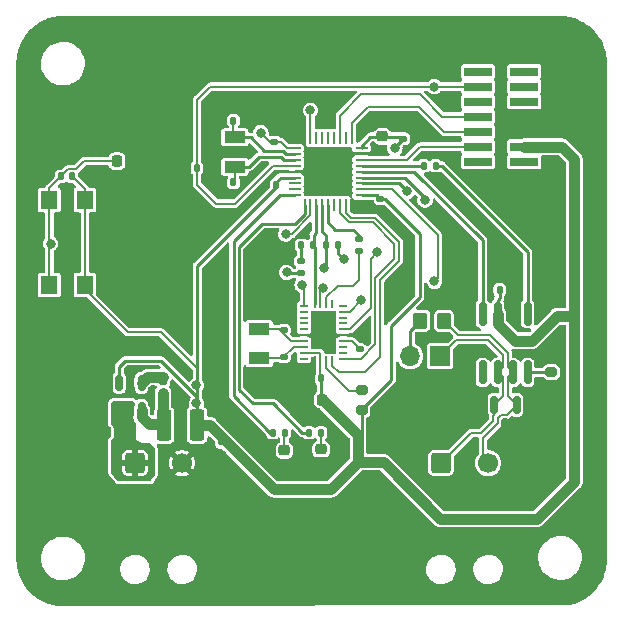
<source format=gbr>
%TF.GenerationSoftware,KiCad,Pcbnew,7.0.1-0*%
%TF.CreationDate,2024-03-03T19:15:34-08:00*%
%TF.ProjectId,BNOCAN,424e4f43-414e-42e6-9b69-6361645f7063,rev?*%
%TF.SameCoordinates,Original*%
%TF.FileFunction,Copper,L1,Top*%
%TF.FilePolarity,Positive*%
%FSLAX46Y46*%
G04 Gerber Fmt 4.6, Leading zero omitted, Abs format (unit mm)*
G04 Created by KiCad (PCBNEW 7.0.1-0) date 2024-03-03 19:15:34*
%MOMM*%
%LPD*%
G01*
G04 APERTURE LIST*
G04 Aperture macros list*
%AMRoundRect*
0 Rectangle with rounded corners*
0 $1 Rounding radius*
0 $2 $3 $4 $5 $6 $7 $8 $9 X,Y pos of 4 corners*
0 Add a 4 corners polygon primitive as box body*
4,1,4,$2,$3,$4,$5,$6,$7,$8,$9,$2,$3,0*
0 Add four circle primitives for the rounded corners*
1,1,$1+$1,$2,$3*
1,1,$1+$1,$4,$5*
1,1,$1+$1,$6,$7*
1,1,$1+$1,$8,$9*
0 Add four rect primitives between the rounded corners*
20,1,$1+$1,$2,$3,$4,$5,0*
20,1,$1+$1,$4,$5,$6,$7,0*
20,1,$1+$1,$6,$7,$8,$9,0*
20,1,$1+$1,$8,$9,$2,$3,0*%
G04 Aperture macros list end*
%TA.AperFunction,SMDPad,CuDef*%
%ADD10RoundRect,0.062500X-0.475000X-0.062500X0.475000X-0.062500X0.475000X0.062500X-0.475000X0.062500X0*%
%TD*%
%TA.AperFunction,SMDPad,CuDef*%
%ADD11RoundRect,0.062500X-0.062500X-0.475000X0.062500X-0.475000X0.062500X0.475000X-0.062500X0.475000X0*%
%TD*%
%TA.AperFunction,SMDPad,CuDef*%
%ADD12R,4.100000X4.100000*%
%TD*%
%TA.AperFunction,SMDPad,CuDef*%
%ADD13RoundRect,0.218750X0.256250X-0.218750X0.256250X0.218750X-0.256250X0.218750X-0.256250X-0.218750X0*%
%TD*%
%TA.AperFunction,SMDPad,CuDef*%
%ADD14R,1.800000X1.000000*%
%TD*%
%TA.AperFunction,SMDPad,CuDef*%
%ADD15RoundRect,0.140000X-0.140000X-0.170000X0.140000X-0.170000X0.140000X0.170000X-0.140000X0.170000X0*%
%TD*%
%TA.AperFunction,SMDPad,CuDef*%
%ADD16RoundRect,0.150000X-0.150000X0.587500X-0.150000X-0.587500X0.150000X-0.587500X0.150000X0.587500X0*%
%TD*%
%TA.AperFunction,SMDPad,CuDef*%
%ADD17RoundRect,0.150000X-0.150000X0.825000X-0.150000X-0.825000X0.150000X-0.825000X0.150000X0.825000X0*%
%TD*%
%TA.AperFunction,ComponentPad*%
%ADD18RoundRect,0.250000X-0.600000X-0.600000X0.600000X-0.600000X0.600000X0.600000X-0.600000X0.600000X0*%
%TD*%
%TA.AperFunction,ComponentPad*%
%ADD19C,1.700000*%
%TD*%
%TA.AperFunction,SMDPad,CuDef*%
%ADD20RoundRect,0.150000X-0.150000X0.512500X-0.150000X-0.512500X0.150000X-0.512500X0.150000X0.512500X0*%
%TD*%
%TA.AperFunction,SMDPad,CuDef*%
%ADD21RoundRect,0.135000X-0.135000X-0.185000X0.135000X-0.185000X0.135000X0.185000X-0.135000X0.185000X0*%
%TD*%
%TA.AperFunction,SMDPad,CuDef*%
%ADD22RoundRect,0.250000X0.350000X0.450000X-0.350000X0.450000X-0.350000X-0.450000X0.350000X-0.450000X0*%
%TD*%
%TA.AperFunction,SMDPad,CuDef*%
%ADD23RoundRect,0.225000X0.225000X0.250000X-0.225000X0.250000X-0.225000X-0.250000X0.225000X-0.250000X0*%
%TD*%
%TA.AperFunction,SMDPad,CuDef*%
%ADD24RoundRect,0.140000X0.170000X-0.140000X0.170000X0.140000X-0.170000X0.140000X-0.170000X-0.140000X0*%
%TD*%
%TA.AperFunction,SMDPad,CuDef*%
%ADD25R,0.675000X0.254000*%
%TD*%
%TA.AperFunction,SMDPad,CuDef*%
%ADD26R,0.254000X0.675000*%
%TD*%
%TA.AperFunction,SMDPad,CuDef*%
%ADD27RoundRect,0.135000X0.185000X-0.135000X0.185000X0.135000X-0.185000X0.135000X-0.185000X-0.135000X0*%
%TD*%
%TA.AperFunction,SMDPad,CuDef*%
%ADD28R,2.400000X0.740000*%
%TD*%
%TA.AperFunction,SMDPad,CuDef*%
%ADD29RoundRect,0.140000X-0.170000X0.140000X-0.170000X-0.140000X0.170000X-0.140000X0.170000X0.140000X0*%
%TD*%
%TA.AperFunction,ComponentPad*%
%ADD30R,1.700000X1.700000*%
%TD*%
%TA.AperFunction,ComponentPad*%
%ADD31O,1.700000X1.700000*%
%TD*%
%TA.AperFunction,SMDPad,CuDef*%
%ADD32RoundRect,0.250000X-0.375000X-1.075000X0.375000X-1.075000X0.375000X1.075000X-0.375000X1.075000X0*%
%TD*%
%TA.AperFunction,SMDPad,CuDef*%
%ADD33RoundRect,0.135000X-0.185000X0.135000X-0.185000X-0.135000X0.185000X-0.135000X0.185000X0.135000X0*%
%TD*%
%TA.AperFunction,SMDPad,CuDef*%
%ADD34RoundRect,0.140000X0.140000X0.170000X-0.140000X0.170000X-0.140000X-0.170000X0.140000X-0.170000X0*%
%TD*%
%TA.AperFunction,SMDPad,CuDef*%
%ADD35RoundRect,0.225000X0.250000X-0.225000X0.250000X0.225000X-0.250000X0.225000X-0.250000X-0.225000X0*%
%TD*%
%TA.AperFunction,SMDPad,CuDef*%
%ADD36R,1.400000X1.600000*%
%TD*%
%TA.AperFunction,SMDPad,CuDef*%
%ADD37RoundRect,0.200000X0.275000X-0.200000X0.275000X0.200000X-0.275000X0.200000X-0.275000X-0.200000X0*%
%TD*%
%TA.AperFunction,SMDPad,CuDef*%
%ADD38RoundRect,0.135000X0.135000X0.185000X-0.135000X0.185000X-0.135000X-0.185000X0.135000X-0.185000X0*%
%TD*%
%TA.AperFunction,SMDPad,CuDef*%
%ADD39RoundRect,0.225000X-0.225000X-0.250000X0.225000X-0.250000X0.225000X0.250000X-0.225000X0.250000X0*%
%TD*%
%TA.AperFunction,ViaPad*%
%ADD40C,0.800000*%
%TD*%
%TA.AperFunction,Conductor*%
%ADD41C,0.200000*%
%TD*%
%TA.AperFunction,Conductor*%
%ADD42C,0.254000*%
%TD*%
%TA.AperFunction,Conductor*%
%ADD43C,0.889000*%
%TD*%
%TA.AperFunction,Conductor*%
%ADD44C,0.250000*%
%TD*%
G04 APERTURE END LIST*
D10*
%TO.P,U4,1,VDD*%
%TO.N,+3.3V*%
X133562500Y-66400000D03*
%TO.P,U4,2,PD0*%
%TO.N,Net-(U4-PD0)*%
X133562500Y-66900000D03*
%TO.P,U4,3,PD1*%
%TO.N,Net-(U4-PD1)*%
X133562500Y-67400000D03*
%TO.P,U4,4,NRST*%
%TO.N,/~{NRST}*%
X133562500Y-67900000D03*
%TO.P,U4,5,VSSA*%
%TO.N,GND*%
X133562500Y-68400000D03*
%TO.P,U4,6,VDDA*%
%TO.N,+3.3V*%
X133562500Y-68900000D03*
%TO.P,U4,7,PA0*%
%TO.N,unconnected-(U4-PA0-Pad7)*%
X133562500Y-69400000D03*
%TO.P,U4,8,PA1*%
%TO.N,unconnected-(U4-PA1-Pad8)*%
X133562500Y-69900000D03*
%TO.P,U4,9,PA2*%
%TO.N,Net-(U4-PA2)*%
X133562500Y-70400000D03*
D11*
%TO.P,U4,10,PA3*%
%TO.N,Net-(U4-PA3)*%
X134400000Y-71237500D03*
%TO.P,U4,11,PA4*%
%TO.N,/~{CS}*%
X134900000Y-71237500D03*
%TO.P,U4,12,PA5*%
%TO.N,/SPICLK*%
X135400000Y-71237500D03*
%TO.P,U4,13,PA6*%
%TO.N,/MISO*%
X135900000Y-71237500D03*
%TO.P,U4,14,PA7*%
%TO.N,Net-(U4-PA7)*%
X136400000Y-71237500D03*
%TO.P,U4,15,PB0*%
%TO.N,unconnected-(U4-PB0-Pad15)*%
X136900000Y-71237500D03*
%TO.P,U4,16,PB1*%
%TO.N,/ProtocolSel0*%
X137400000Y-71237500D03*
%TO.P,U4,17,PB2*%
%TO.N,/ProtocolSel1*%
X137900000Y-71237500D03*
%TO.P,U4,18,VSS*%
%TO.N,GND*%
X138400000Y-71237500D03*
D10*
%TO.P,U4,19,VDD*%
%TO.N,+3.3V*%
X139237500Y-70400000D03*
%TO.P,U4,20,PA8*%
%TO.N,/~{IMU_INTR}*%
X139237500Y-69900000D03*
%TO.P,U4,21,PA9*%
%TO.N,Net-(U4-PA9)*%
X139237500Y-69400000D03*
%TO.P,U4,22,PA10*%
%TO.N,/UART_RX*%
X139237500Y-68900000D03*
%TO.P,U4,23,PA11*%
%TO.N,/CAN_RX*%
X139237500Y-68400000D03*
%TO.P,U4,24,PA12*%
%TO.N,Net-(U4-PA12)*%
X139237500Y-67900000D03*
%TO.P,U4,25,PA13*%
%TO.N,/SWDIO*%
X139237500Y-67400000D03*
%TO.P,U4,26,VSS*%
%TO.N,GND*%
X139237500Y-66900000D03*
%TO.P,U4,27,VDD*%
%TO.N,+3.3V*%
X139237500Y-66400000D03*
D11*
%TO.P,U4,28,PA14*%
%TO.N,/SWCLK*%
X138400000Y-65562500D03*
%TO.P,U4,29,PA15*%
%TO.N,unconnected-(U4-PA15-Pad29)*%
X137900000Y-65562500D03*
%TO.P,U4,30,PB3*%
%TO.N,/SWO*%
X137400000Y-65562500D03*
%TO.P,U4,31,PB4*%
%TO.N,unconnected-(U4-PB4-Pad31)*%
X136900000Y-65562500D03*
%TO.P,U4,32,PB5*%
%TO.N,unconnected-(U4-PB5-Pad32)*%
X136400000Y-65562500D03*
%TO.P,U4,33,PB6*%
%TO.N,unconnected-(U4-PB6-Pad33)*%
X135900000Y-65562500D03*
%TO.P,U4,34,PB7*%
%TO.N,unconnected-(U4-PB7-Pad34)*%
X135400000Y-65562500D03*
%TO.P,U4,35,BOOT0*%
%TO.N,Net-(U4-BOOT0)*%
X134900000Y-65562500D03*
%TO.P,U4,36,VSS*%
%TO.N,GND*%
X134400000Y-65562500D03*
D12*
%TO.P,U4,37,VSS*%
X136400000Y-68400000D03*
%TD*%
D13*
%TO.P,D1,1,K*%
%TO.N,GND*%
X132700000Y-93575000D03*
%TO.P,D1,2,A*%
%TO.N,Net-(D1-A)*%
X132700000Y-92000000D03*
%TD*%
D14*
%TO.P,Y2,1,1*%
%TO.N,Net-(U4-PD0)*%
X128500000Y-65487500D03*
%TO.P,Y2,2,2*%
%TO.N,Net-(U4-PD1)*%
X128500000Y-67987500D03*
%TD*%
D15*
%TO.P,C14,1*%
%TO.N,GND*%
X124320000Y-68100000D03*
%TO.P,C14,2*%
%TO.N,/~{NRST}*%
X125280000Y-68100000D03*
%TD*%
D16*
%TO.P,D2,1,K*%
%TO.N,/CAN+*%
X152350000Y-88150000D03*
%TO.P,D2,2,K*%
%TO.N,/CAN-*%
X150450000Y-88150000D03*
%TO.P,D2,3,A*%
%TO.N,GND*%
X151400000Y-90025000D03*
%TD*%
D17*
%TO.P,U2,1,D*%
%TO.N,/CAN_TX*%
X153305000Y-80440286D03*
%TO.P,U2,2,GND*%
%TO.N,GND*%
X152035000Y-80440286D03*
%TO.P,U2,3,VCC*%
%TO.N,+3.3V*%
X150765000Y-80440286D03*
%TO.P,U2,4,R*%
%TO.N,/CAN_RX*%
X149495000Y-80440286D03*
%TO.P,U2,5,Vref*%
%TO.N,unconnected-(U2-Vref-Pad5)*%
X149495000Y-85390286D03*
%TO.P,U2,6,CANL*%
%TO.N,/CAN-*%
X150765000Y-85390286D03*
%TO.P,U2,7,CANH*%
%TO.N,/CAN+*%
X152035000Y-85390286D03*
%TO.P,U2,8,Rs*%
%TO.N,Net-(U2-Rs)*%
X153305000Y-85390286D03*
%TD*%
D18*
%TO.P,J2,1,Pin_1*%
%TO.N,VCC*%
X120050000Y-93075000D03*
D19*
%TO.P,J2,2,Pin_2*%
%TO.N,GND*%
X124050000Y-93075000D03*
%TD*%
D20*
%TO.P,U1,1,CB*%
%TO.N,Net-(U1-CB)*%
X120600000Y-86275000D03*
%TO.P,U1,2,GND*%
%TO.N,GND*%
X119650000Y-86275000D03*
%TO.P,U1,3,FB*%
%TO.N,+3.3V*%
X118700000Y-86275000D03*
%TO.P,U1,4,EN*%
%TO.N,VCC*%
X118700000Y-88550000D03*
%TO.P,U1,5,VIN*%
X119650000Y-88550000D03*
%TO.P,U1,6,SW*%
%TO.N,Net-(U1-SW)*%
X120600000Y-88550000D03*
%TD*%
D21*
%TO.P,R10,1*%
%TO.N,Net-(U4-PA12)*%
X144490000Y-67900000D03*
%TO.P,R10,2*%
%TO.N,/CAN_TX*%
X145510000Y-67900000D03*
%TD*%
D22*
%TO.P,R16,1*%
%TO.N,/CAN+*%
X146200000Y-81025000D03*
%TO.P,R16,2*%
%TO.N,Net-(JP1-B)*%
X144200000Y-81025000D03*
%TD*%
D13*
%TO.P,D3,1,K*%
%TO.N,GND*%
X135800000Y-93487500D03*
%TO.P,D3,2,A*%
%TO.N,Net-(D3-A)*%
X135800000Y-91912500D03*
%TD*%
D23*
%TO.P,C2,1*%
%TO.N,VCC*%
X119100000Y-90475000D03*
%TO.P,C2,2*%
%TO.N,GND*%
X117550000Y-90475000D03*
%TD*%
D24*
%TO.P,C17,1*%
%TO.N,+3.3V*%
X142750000Y-65610000D03*
%TO.P,C17,2*%
%TO.N,GND*%
X142750000Y-64650000D03*
%TD*%
D21*
%TO.P,R12,1*%
%TO.N,/UART_TX*%
X134127500Y-74637500D03*
%TO.P,R12,2*%
%TO.N,/SPICLK*%
X135147500Y-74637500D03*
%TD*%
D25*
%TO.P,U5,1*%
%TO.N,N/C*%
X134337500Y-84250000D03*
D26*
%TO.P,U5,2,GND*%
%TO.N,GND*%
X135250000Y-84387500D03*
%TO.P,U5,3,VDD*%
%TO.N,+3.3V*%
X135750000Y-84387500D03*
%TO.P,U5,4,BOOTN*%
%TO.N,Net-(U5-BOOTN)*%
X136250000Y-84387500D03*
%TO.P,U5,5,PS1*%
%TO.N,/ProtocolSel1*%
X136750000Y-84387500D03*
D25*
%TO.P,U5,6,PS0/WAKE*%
%TO.N,/ProtocolSel0*%
X137662500Y-84250000D03*
%TO.P,U5,7*%
%TO.N,N/C*%
X137662500Y-83750000D03*
%TO.P,U5,8*%
X137662500Y-83250000D03*
%TO.P,U5,9,CAP*%
%TO.N,Net-(U5-CAP)*%
X137662500Y-82750000D03*
%TO.P,U5,10,CLKSEL0*%
%TO.N,GND*%
X137662500Y-82250000D03*
%TO.P,U5,11,NRST*%
%TO.N,/~{NRST}*%
X137662500Y-81750000D03*
%TO.P,U5,12*%
%TO.N,N/C*%
X137662500Y-81250000D03*
%TO.P,U5,13*%
X137662500Y-80750000D03*
%TO.P,U5,14,H_INTN*%
%TO.N,/~{IMU_INTR}*%
X137662500Y-80250000D03*
%TO.P,U5,15,S_SCL*%
%TO.N,unconnected-(U5-S_SCL-Pad15)*%
X137662500Y-79750000D03*
D26*
%TO.P,U5,16,S_SDA*%
%TO.N,unconnected-(U5-S_SDA-Pad16)*%
X136750000Y-79612500D03*
%TO.P,U5,17,H_SA0/MOSI*%
%TO.N,/MOSI*%
X136250000Y-79612500D03*
%TO.P,U5,18,H_CSN*%
%TO.N,/~{CS}*%
X135750000Y-79612500D03*
%TO.P,U5,19,H_SCL/SCLK/RX*%
%TO.N,/SPICLK*%
X135250000Y-79612500D03*
D25*
%TO.P,U5,20,H_SDA/MISO/TX*%
%TO.N,/MISO*%
X134337500Y-79750000D03*
%TO.P,U5,21*%
%TO.N,N/C*%
X134337500Y-80250000D03*
%TO.P,U5,22*%
X134337500Y-80750000D03*
%TO.P,U5,23*%
X134337500Y-81250000D03*
%TO.P,U5,24*%
X134337500Y-81750000D03*
%TO.P,U5,25,GNDIO*%
%TO.N,GND*%
X134337500Y-82250000D03*
%TO.P,U5,26,CLKSEL1/XOUT32*%
%TO.N,Net-(U5-CLKSEL1{slash}XOUT32)*%
X134337500Y-82750000D03*
%TO.P,U5,27,XIN32*%
%TO.N,Net-(U5-XIN32)*%
X134337500Y-83250000D03*
%TO.P,U5,28,VDDIO*%
%TO.N,+3.3V*%
X134337500Y-83750000D03*
%TD*%
D24*
%TO.P,C6,1*%
%TO.N,Net-(U5-CLKSEL1{slash}XOUT32)*%
X132662500Y-81830000D03*
%TO.P,C6,2*%
%TO.N,GND*%
X132662500Y-80870000D03*
%TD*%
D27*
%TO.P,R9,1*%
%TO.N,Net-(U4-PA9)*%
X134100000Y-77010000D03*
%TO.P,R9,2*%
%TO.N,/UART_TX*%
X134100000Y-75990000D03*
%TD*%
D28*
%TO.P,J3,1,Pin_1*%
%TO.N,unconnected-(J3-Pin_1-Pad1)*%
X153000000Y-67550000D03*
%TO.P,J3,2,Pin_2*%
%TO.N,unconnected-(J3-Pin_2-Pad2)*%
X149100000Y-67550000D03*
%TO.P,J3,3,Pin_3*%
%TO.N,+3.3V*%
X153000000Y-66280000D03*
%TO.P,J3,4,Pin_4*%
%TO.N,/SWDIO*%
X149100000Y-66280000D03*
%TO.P,J3,5,Pin_5*%
%TO.N,GND*%
X153000000Y-65010000D03*
%TO.P,J3,6,Pin_6*%
%TO.N,/SWCLK*%
X149100000Y-65010000D03*
%TO.P,J3,7,Pin_7*%
%TO.N,GND*%
X153000000Y-63740000D03*
%TO.P,J3,8,Pin_8*%
%TO.N,/SWO*%
X149100000Y-63740000D03*
%TO.P,J3,9,Pin_9*%
%TO.N,unconnected-(J3-Pin_9-Pad9)*%
X153000000Y-62470000D03*
%TO.P,J3,10,Pin_10*%
%TO.N,unconnected-(J3-Pin_10-Pad10)*%
X149100000Y-62470000D03*
%TO.P,J3,11,Pin_11*%
%TO.N,unconnected-(J3-Pin_11-Pad11)*%
X153000000Y-61200000D03*
%TO.P,J3,12,Pin_12*%
%TO.N,/~{NRST}*%
X149100000Y-61200000D03*
%TO.P,J3,13,Pin_13*%
%TO.N,unconnected-(J3-Pin_13-Pad13)*%
X153000000Y-59930000D03*
%TO.P,J3,14,Pin_14*%
%TO.N,unconnected-(J3-Pin_14-Pad14)*%
X149100000Y-59930000D03*
%TD*%
D14*
%TO.P,Y1,1,1*%
%TO.N,Net-(U5-CLKSEL1{slash}XOUT32)*%
X130562500Y-81700000D03*
%TO.P,Y1,2,2*%
%TO.N,Net-(U5-XIN32)*%
X130562500Y-84200000D03*
%TD*%
D29*
%TO.P,C5,1*%
%TO.N,Net-(U5-XIN32)*%
X132662500Y-84070000D03*
%TO.P,C5,2*%
%TO.N,GND*%
X132662500Y-85030000D03*
%TD*%
%TO.P,C7,1*%
%TO.N,GND*%
X139062500Y-82470000D03*
%TO.P,C7,2*%
%TO.N,Net-(U5-CAP)*%
X139062500Y-83430000D03*
%TD*%
D30*
%TO.P,JP1,1,A*%
%TO.N,/CAN-*%
X145875000Y-84025000D03*
D31*
%TO.P,JP1,2,B*%
%TO.N,Net-(JP1-B)*%
X143335000Y-84025000D03*
%TD*%
D32*
%TO.P,L1,1,1*%
%TO.N,Net-(U1-SW)*%
X122500000Y-89875000D03*
%TO.P,L1,2,2*%
%TO.N,+3.3V*%
X125300000Y-89875000D03*
%TD*%
D18*
%TO.P,J1,1,Pin_1*%
%TO.N,/CAN-*%
X145950000Y-93075000D03*
D19*
%TO.P,J1,2,Pin_2*%
%TO.N,/CAN+*%
X149950000Y-93075000D03*
%TD*%
D33*
%TO.P,R11,1*%
%TO.N,Net-(U4-PA7)*%
X138987500Y-74127500D03*
%TO.P,R11,2*%
%TO.N,/MOSI*%
X138987500Y-75147500D03*
%TD*%
D15*
%TO.P,C1,1*%
%TO.N,+3.3V*%
X150920000Y-78415286D03*
%TO.P,C1,2*%
%TO.N,GND*%
X151880000Y-78415286D03*
%TD*%
D34*
%TO.P,C12,1*%
%TO.N,Net-(U4-PD0)*%
X128380000Y-64100000D03*
%TO.P,C12,2*%
%TO.N,GND*%
X127420000Y-64100000D03*
%TD*%
D21*
%TO.P,R13,1*%
%TO.N,/MISO*%
X136227500Y-74637500D03*
%TO.P,R13,2*%
%TO.N,/UART_RX*%
X137247500Y-74637500D03*
%TD*%
D35*
%TO.P,C15,1*%
%TO.N,+3.3V*%
X141000000Y-65405000D03*
%TO.P,C15,2*%
%TO.N,GND*%
X141000000Y-63855000D03*
%TD*%
D24*
%TO.P,C16,1*%
%TO.N,+3.3V*%
X131837500Y-65880000D03*
%TO.P,C16,2*%
%TO.N,GND*%
X131837500Y-64920000D03*
%TD*%
D36*
%TO.P,SW1,1,1*%
%TO.N,Net-(U4-BOOT0)*%
X112800000Y-78000000D03*
X112800000Y-70800000D03*
%TO.P,SW1,2,2*%
%TO.N,+3.3V*%
X115800000Y-78000000D03*
X115800000Y-70800000D03*
%TD*%
D37*
%TO.P,R15,1*%
%TO.N,GND*%
X155300000Y-87025000D03*
%TO.P,R15,2*%
%TO.N,Net-(U2-Rs)*%
X155300000Y-85375000D03*
%TD*%
D34*
%TO.P,C11,1*%
%TO.N,Net-(U4-PD1)*%
X128380000Y-69300000D03*
%TO.P,C11,2*%
%TO.N,GND*%
X127420000Y-69300000D03*
%TD*%
D38*
%TO.P,R4,1*%
%TO.N,Net-(D3-A)*%
X135810000Y-90500000D03*
%TO.P,R4,2*%
%TO.N,Net-(U4-PA3)*%
X134790000Y-90500000D03*
%TD*%
D29*
%TO.P,C4,1*%
%TO.N,+3.3V*%
X127400000Y-91315000D03*
%TO.P,C4,2*%
%TO.N,GND*%
X127400000Y-92275000D03*
%TD*%
D24*
%TO.P,C3,1*%
%TO.N,Net-(U1-SW)*%
X122425000Y-87135000D03*
%TO.P,C3,2*%
%TO.N,Net-(U1-CB)*%
X122425000Y-86175000D03*
%TD*%
D34*
%TO.P,C19,1*%
%TO.N,+3.3V*%
X132017500Y-69537500D03*
%TO.P,C19,2*%
%TO.N,GND*%
X131057500Y-69537500D03*
%TD*%
D23*
%TO.P,C9,1*%
%TO.N,+3.3V*%
X135900000Y-87700000D03*
%TO.P,C9,2*%
%TO.N,GND*%
X134350000Y-87700000D03*
%TD*%
D34*
%TO.P,C10,1*%
%TO.N,+3.3V*%
X114730000Y-68800000D03*
%TO.P,C10,2*%
%TO.N,Net-(U4-BOOT0)*%
X113770000Y-68800000D03*
%TD*%
D39*
%TO.P,R14,1*%
%TO.N,Net-(U4-BOOT0)*%
X118525000Y-67500000D03*
%TO.P,R14,2*%
%TO.N,GND*%
X120075000Y-67500000D03*
%TD*%
D29*
%TO.P,C18,1*%
%TO.N,+3.3V*%
X140825000Y-70695000D03*
%TO.P,C18,2*%
%TO.N,GND*%
X140825000Y-71655000D03*
%TD*%
D21*
%TO.P,R5,1*%
%TO.N,Net-(U4-PA2)*%
X131690000Y-90493750D03*
%TO.P,R5,2*%
%TO.N,Net-(D1-A)*%
X132710000Y-90493750D03*
%TD*%
D34*
%TO.P,C8,1*%
%TO.N,+3.3V*%
X135805000Y-85900000D03*
%TO.P,C8,2*%
%TO.N,GND*%
X134845000Y-85900000D03*
%TD*%
D37*
%TO.P,R17,1*%
%TO.N,+3.3V*%
X139250000Y-88550000D03*
%TO.P,R17,2*%
%TO.N,Net-(U5-BOOTN)*%
X139250000Y-86900000D03*
%TD*%
D40*
%TO.N,+3.3V*%
X125250000Y-86500000D03*
X125250000Y-88000000D03*
X125250000Y-89000000D03*
%TO.N,GND*%
X136778690Y-100870000D03*
X116458690Y-85630000D03*
X131698690Y-57690000D03*
X111378690Y-95790000D03*
X126618690Y-93250000D03*
X137200000Y-91800000D03*
X113918690Y-93250000D03*
X121538690Y-83090000D03*
X124078690Y-75470000D03*
X134238690Y-60230000D03*
X146938690Y-85630000D03*
X121538690Y-80550000D03*
X136778690Y-98330000D03*
X113918690Y-85630000D03*
X126618690Y-67850000D03*
X139318690Y-57690000D03*
X121538690Y-103410000D03*
X121538690Y-65310000D03*
X129158690Y-100870000D03*
X154558690Y-72930000D03*
X141858690Y-103410000D03*
X111378690Y-93250000D03*
X126618690Y-57690000D03*
X146938690Y-62770000D03*
X113918690Y-65310000D03*
X118998690Y-75470000D03*
X141858690Y-90710000D03*
X121538690Y-95790000D03*
X111378690Y-65310000D03*
X126618690Y-100870000D03*
X111378690Y-98330000D03*
X131698690Y-100870000D03*
X130000000Y-75300000D03*
X121538690Y-100870000D03*
X134800000Y-66800000D03*
X124078690Y-57690000D03*
X116458690Y-100870000D03*
X126618690Y-72930000D03*
X141858690Y-100870000D03*
X134238690Y-98330000D03*
X130800000Y-92100000D03*
X116458690Y-98330000D03*
X111378690Y-70390000D03*
X133000000Y-87800000D03*
X121538690Y-72930000D03*
X111378690Y-62770000D03*
X129158690Y-95790000D03*
X124078690Y-98330000D03*
X118998690Y-60230000D03*
X126618690Y-85630000D03*
X152018690Y-57690000D03*
X154558690Y-70390000D03*
X152018690Y-95790000D03*
X136778690Y-62770000D03*
X118998690Y-98330000D03*
X126618690Y-98330000D03*
X134800000Y-70000000D03*
X136778690Y-60230000D03*
X139318690Y-98330000D03*
X126618690Y-88170000D03*
X144398690Y-90710000D03*
X111378690Y-100870000D03*
X116458690Y-103410000D03*
X154558690Y-90710000D03*
X134238690Y-100870000D03*
X144398690Y-93250000D03*
X152018690Y-100870000D03*
X118998690Y-62770000D03*
X111378690Y-67850000D03*
X130000000Y-77400000D03*
X154558690Y-57690000D03*
X138000000Y-66800000D03*
X151425000Y-76050000D03*
X144398690Y-88170000D03*
X131698690Y-60230000D03*
X144398690Y-100870000D03*
X139318690Y-95790000D03*
X118998690Y-57690000D03*
X154558690Y-93250000D03*
X138000000Y-70000000D03*
X141858690Y-57690000D03*
X116458690Y-88170000D03*
X126618690Y-95790000D03*
X126618690Y-80550000D03*
X118998690Y-95790000D03*
X113918690Y-95790000D03*
X149478690Y-88170000D03*
X116458690Y-60230000D03*
X116458690Y-95790000D03*
X129158690Y-103410000D03*
X136778690Y-103410000D03*
X146938690Y-75470000D03*
X149478690Y-95790000D03*
X129158690Y-60230000D03*
X134238690Y-103410000D03*
X129158690Y-98330000D03*
X152018690Y-70390000D03*
X130000000Y-86600000D03*
X131000000Y-76600000D03*
X111378690Y-90710000D03*
X121538690Y-60230000D03*
X116458690Y-62770000D03*
X128100000Y-89000000D03*
X141858690Y-88170000D03*
X152018690Y-103410000D03*
X131698690Y-85630000D03*
X126618690Y-60230000D03*
X121538690Y-75470000D03*
X144398690Y-57690000D03*
X139318690Y-103410000D03*
X111378690Y-72930000D03*
X111378690Y-85630000D03*
X131698690Y-98330000D03*
X124078690Y-60230000D03*
X126618690Y-65310000D03*
X118998690Y-83090000D03*
X129600000Y-90500000D03*
X141858690Y-60230000D03*
X111378690Y-83090000D03*
X116458690Y-57690000D03*
X134238690Y-57690000D03*
X157098690Y-103410000D03*
X130900000Y-79700000D03*
X136400000Y-68400000D03*
X111378690Y-78010000D03*
X154558690Y-78010000D03*
X116458690Y-65310000D03*
X124078690Y-95790000D03*
X134800000Y-68400000D03*
X129158690Y-57690000D03*
X152018690Y-93250000D03*
X121538690Y-70390000D03*
X131100000Y-74200000D03*
X157098690Y-62770000D03*
X113918690Y-83090000D03*
X139318690Y-100870000D03*
X118998690Y-80550000D03*
X121538690Y-98330000D03*
X121538690Y-67850000D03*
X136778690Y-57690000D03*
X113918690Y-88170000D03*
X111378690Y-88170000D03*
X116458690Y-83090000D03*
X157098690Y-98330000D03*
X146938690Y-95790000D03*
X154558690Y-88170000D03*
X157098690Y-57690000D03*
X126618690Y-83090000D03*
X141858690Y-98330000D03*
X124078690Y-70390000D03*
X113918690Y-62770000D03*
X154558690Y-103410000D03*
X126618690Y-78010000D03*
X131698690Y-103410000D03*
X111378690Y-80550000D03*
X144398690Y-65310000D03*
X116458690Y-93250000D03*
X124078690Y-65310000D03*
X111378690Y-60230000D03*
X146938690Y-78010000D03*
X146938690Y-57690000D03*
X113918690Y-98330000D03*
X144398690Y-103410000D03*
X149478690Y-57690000D03*
X113918690Y-80550000D03*
X146938690Y-88170000D03*
X134238690Y-93250000D03*
X111378690Y-75470000D03*
X121538690Y-57690000D03*
X113918690Y-103410000D03*
X138000000Y-68400000D03*
X154558690Y-75470000D03*
X139318690Y-60230000D03*
X113918690Y-72930000D03*
X113918690Y-90710000D03*
X157098690Y-60230000D03*
X126618690Y-103410000D03*
X146938690Y-60230000D03*
X116458690Y-80550000D03*
X144398690Y-85630000D03*
%TO.N,+3.3V*%
X142050000Y-66400000D03*
X155000000Y-66300000D03*
X130700000Y-65100000D03*
%TO.N,Net-(U4-BOOT0)*%
X134900000Y-63200000D03*
X112900000Y-74500000D03*
%TO.N,/~{NRST}*%
X145400000Y-61200000D03*
X140575000Y-75225000D03*
%TO.N,/MISO*%
X134200000Y-78000000D03*
X136050000Y-76550000D03*
%TO.N,Net-(U4-PA9)*%
X143046073Y-70073500D03*
X132875000Y-76925000D03*
%TO.N,/UART_RX*%
X144600000Y-70800000D03*
X137700000Y-75837500D03*
%TO.N,/~{CS}*%
X136000000Y-78225000D03*
X132800000Y-73700000D03*
%TO.N,/~{IMU_INTR}*%
X139200000Y-79277000D03*
X145400000Y-77700000D03*
%TD*%
D41*
%TO.N,+3.3V*%
X125300000Y-89875000D02*
X125300000Y-85050000D01*
X125300000Y-85050000D02*
X122250000Y-82000000D01*
X122250000Y-82000000D02*
X119458740Y-82000000D01*
X119458740Y-82000000D02*
X115800000Y-78341260D01*
X115800000Y-78341260D02*
X115800000Y-78000000D01*
D42*
X125300000Y-89875000D02*
X125300000Y-76400000D01*
X125300000Y-76400000D02*
X132017500Y-69682500D01*
X132017500Y-69682500D02*
X132017500Y-69537500D01*
D43*
%TO.N,Net-(U1-SW)*%
X122500000Y-89875000D02*
X122400000Y-89775000D01*
X122400000Y-89775000D02*
X122400000Y-87160000D01*
X122425000Y-87135000D02*
X122400000Y-87160000D01*
X120600000Y-89175000D02*
X121200000Y-89775000D01*
X121200000Y-89775000D02*
X122400000Y-89775000D01*
X120600000Y-88550000D02*
X120600000Y-89175000D01*
%TO.N,Net-(U1-CB)*%
X121075000Y-85800000D02*
X122450000Y-85800000D01*
X120600000Y-86275000D02*
X121075000Y-85800000D01*
%TO.N,+3.3V*%
X131844451Y-95300000D02*
X136637500Y-95300000D01*
X152196121Y-82700000D02*
X150765000Y-81268879D01*
D44*
X135795000Y-87470000D02*
X136000000Y-87675000D01*
D42*
X142595000Y-65455000D02*
X142750000Y-65610000D01*
D41*
X135677000Y-83750000D02*
X135750000Y-83823000D01*
D44*
X135795000Y-86200000D02*
X135795000Y-87470000D01*
D42*
X150800000Y-79225000D02*
X150800000Y-80405286D01*
X139237500Y-66192500D02*
X139975000Y-65455000D01*
X150920000Y-78415286D02*
X150920000Y-79105000D01*
D43*
X153700000Y-82700000D02*
X152196121Y-82700000D01*
D42*
X139975000Y-65455000D02*
X142595000Y-65455000D01*
X150800000Y-80405286D02*
X150765000Y-80440286D01*
X144150000Y-79050000D02*
X141750000Y-81450000D01*
X132367500Y-68900000D02*
X133562500Y-68900000D01*
D43*
X154980000Y-66280000D02*
X153000000Y-66280000D01*
D44*
X139237500Y-70400000D02*
X140530000Y-70400000D01*
D42*
X142750000Y-65610000D02*
X142740000Y-65610000D01*
X139250000Y-88500000D02*
X139250000Y-92687500D01*
X118700000Y-84900000D02*
X119200000Y-84400000D01*
D43*
X125300000Y-89875000D02*
X126419451Y-89875000D01*
D44*
X140825000Y-70695000D02*
X141195000Y-70695000D01*
D42*
X141750000Y-86000000D02*
X139250000Y-88500000D01*
X141920000Y-71420000D02*
X144150000Y-73650000D01*
D41*
X131480000Y-65880000D02*
X130700000Y-65100000D01*
D43*
X157250000Y-80650000D02*
X157250000Y-67350000D01*
D41*
X135750000Y-86155000D02*
X135795000Y-86200000D01*
D43*
X136637500Y-95300000D02*
X138937500Y-93000000D01*
D41*
X132908422Y-66400000D02*
X133562500Y-66400000D01*
D43*
X155020000Y-66280000D02*
X155000000Y-66300000D01*
D41*
X131837500Y-65880000D02*
X131480000Y-65880000D01*
D42*
X141750000Y-81450000D02*
X141750000Y-86000000D01*
D43*
X138937500Y-93000000D02*
X138937500Y-90687500D01*
X156180000Y-66280000D02*
X155020000Y-66280000D01*
X157250000Y-80650000D02*
X155750000Y-80650000D01*
X155750000Y-80650000D02*
X153700000Y-82700000D01*
D42*
X122230646Y-84400000D02*
X125300000Y-87469354D01*
X118700000Y-86275000D02*
X118700000Y-84900000D01*
D41*
X115800000Y-69870000D02*
X115800000Y-70800000D01*
D42*
X139237500Y-66400000D02*
X139237500Y-66192500D01*
D41*
X135750000Y-83823000D02*
X135750000Y-84387500D01*
D43*
X157250000Y-67350000D02*
X156180000Y-66280000D01*
D42*
X132017500Y-69250000D02*
X132367500Y-68900000D01*
X139250000Y-92687500D02*
X138937500Y-93000000D01*
D43*
X154100000Y-97800000D02*
X157250000Y-94650000D01*
X150765000Y-81268879D02*
X150765000Y-80440286D01*
D41*
X132388422Y-65880000D02*
X132908422Y-66400000D01*
D42*
X144150000Y-73650000D02*
X144150000Y-79050000D01*
D43*
X138937500Y-90687500D02*
X135942500Y-87692500D01*
X126419451Y-89875000D02*
X131844451Y-95300000D01*
D41*
X115800000Y-70800000D02*
X115800000Y-78000000D01*
D43*
X157250000Y-94650000D02*
X157250000Y-80650000D01*
D44*
X140530000Y-70400000D02*
X140825000Y-70695000D01*
D41*
X114730000Y-68800000D02*
X115800000Y-69870000D01*
D43*
X155000000Y-66300000D02*
X154980000Y-66280000D01*
X141100000Y-93000000D02*
X145900000Y-97800000D01*
D44*
X141195000Y-70695000D02*
X141920000Y-71420000D01*
D43*
X138937500Y-93000000D02*
X141100000Y-93000000D01*
D42*
X132017500Y-69537500D02*
X132017500Y-69250000D01*
X142740000Y-65610000D02*
X142050000Y-66300000D01*
X125300000Y-87469354D02*
X125300000Y-89875000D01*
X119200000Y-84400000D02*
X122230646Y-84400000D01*
D41*
X134337500Y-83750000D02*
X135677000Y-83750000D01*
X135750000Y-84387500D02*
X135750000Y-86155000D01*
X131837500Y-65880000D02*
X132388422Y-65880000D01*
D42*
X150920000Y-79105000D02*
X150800000Y-79225000D01*
D43*
X145900000Y-97800000D02*
X154100000Y-97800000D01*
D41*
%TO.N,Net-(U5-XIN32)*%
X133482500Y-83250000D02*
X134337500Y-83250000D01*
X130562500Y-84200000D02*
X132532500Y-84200000D01*
X132532500Y-84200000D02*
X133482500Y-83250000D01*
%TO.N,Net-(U5-CLKSEL1{slash}XOUT32)*%
X132237500Y-81700000D02*
X130562500Y-81700000D01*
X133287500Y-82750000D02*
X132237500Y-81700000D01*
X134337500Y-82750000D02*
X133287500Y-82750000D01*
%TO.N,Net-(U4-BOOT0)*%
X112800000Y-74600000D02*
X112800000Y-78000000D01*
X115052254Y-68190000D02*
X114407746Y-68190000D01*
X114407746Y-68190000D02*
X112800000Y-69797746D01*
X115742254Y-67500000D02*
X115052254Y-68190000D01*
X112800000Y-74400000D02*
X112800000Y-70800000D01*
X112900000Y-74500000D02*
X112800000Y-74600000D01*
X118525000Y-67500000D02*
X115742254Y-67500000D01*
X112900000Y-74500000D02*
X112800000Y-74400000D01*
X112800000Y-69797746D02*
X112800000Y-70800000D01*
X134900000Y-63200000D02*
X134900000Y-65562500D01*
D42*
%TO.N,Net-(U4-PD1)*%
X132400000Y-67137500D02*
X130512500Y-67137500D01*
X129662500Y-67987500D02*
X128500000Y-67987500D01*
X133562500Y-67400000D02*
X132662500Y-67400000D01*
X132662500Y-67400000D02*
X132400000Y-67137500D01*
D41*
X128380000Y-69300000D02*
X128500000Y-69180000D01*
X128500000Y-69180000D02*
X128500000Y-67987500D01*
D42*
X130512500Y-67137500D02*
X129662500Y-67987500D01*
%TO.N,Net-(U4-PD0)*%
X132542053Y-66637500D02*
X131000000Y-66637500D01*
X132804553Y-66900000D02*
X132542053Y-66637500D01*
D41*
X128380000Y-64100000D02*
X128380000Y-65367500D01*
X128380000Y-65367500D02*
X128500000Y-65487500D01*
D42*
X131000000Y-66637500D02*
X129850000Y-65487500D01*
X129850000Y-65487500D02*
X128500000Y-65487500D01*
X133562500Y-66900000D02*
X132804553Y-66900000D01*
D41*
%TO.N,/CAN+*%
X147425000Y-82250000D02*
X146200000Y-81025000D01*
X150800000Y-89700000D02*
X149525000Y-90975000D01*
X149525000Y-90975000D02*
X149525000Y-93075000D01*
X151625001Y-83731801D02*
X150143200Y-82250000D01*
X150143200Y-82250000D02*
X147425000Y-82250000D01*
X152035000Y-85390286D02*
X151625001Y-84980287D01*
X151625000Y-85800286D02*
X151625000Y-87425000D01*
X151625000Y-87425000D02*
X152350000Y-88150000D01*
X151512500Y-88987500D02*
X151063604Y-88987500D01*
X152035000Y-85390286D02*
X151625000Y-85800286D01*
X150800000Y-89251104D02*
X150800000Y-89700000D01*
X151063604Y-88987500D02*
X150800000Y-89251104D01*
X151625001Y-84980287D02*
X151625001Y-83731801D01*
X152350000Y-88150000D02*
X151512500Y-88987500D01*
%TO.N,/CAN-*%
X149338603Y-90525000D02*
X148500000Y-90525000D01*
X151175000Y-85800286D02*
X151175000Y-87425000D01*
X149906800Y-82650000D02*
X147250000Y-82650000D01*
X150350019Y-89064716D02*
X150350019Y-89513584D01*
X148500000Y-90525000D02*
X145950000Y-93075000D01*
X150765000Y-85390286D02*
X151174999Y-84980287D01*
X151174999Y-83918199D02*
X149906800Y-82650000D01*
X150450000Y-88150000D02*
X150450000Y-88964734D01*
X150765000Y-85390286D02*
X151175000Y-85800286D01*
X151175000Y-87425000D02*
X150450000Y-88150000D01*
X151174999Y-84980287D02*
X151174999Y-83918199D01*
X150450000Y-88964734D02*
X150350019Y-89064716D01*
X147250000Y-82650000D02*
X145875000Y-84025000D01*
X150350019Y-89513584D02*
X149338603Y-90525000D01*
%TO.N,/~{NRST}*%
X138227000Y-81750000D02*
X140000000Y-79977000D01*
X140000000Y-75800000D02*
X140575000Y-75225000D01*
X133562500Y-67900000D02*
X131700000Y-67900000D01*
X125300000Y-62300000D02*
X126400000Y-61200000D01*
X125300000Y-69500000D02*
X125300000Y-62300000D01*
X126400000Y-61200000D02*
X149100000Y-61200000D01*
X128500000Y-71100000D02*
X126900000Y-71100000D01*
X131700000Y-67900000D02*
X128500000Y-71100000D01*
X140000000Y-79977000D02*
X140000000Y-75800000D01*
X126900000Y-71100000D02*
X125300000Y-69500000D01*
X137662500Y-81750000D02*
X138227000Y-81750000D01*
D42*
%TO.N,/MISO*%
X135900000Y-73475000D02*
X136200000Y-73775000D01*
X135900000Y-71237500D02*
X135900000Y-73475000D01*
D41*
X134200000Y-78000000D02*
X134337500Y-78137500D01*
D42*
X136227500Y-76372500D02*
X136227500Y-74637500D01*
X136050000Y-76550000D02*
X136227500Y-76372500D01*
D41*
X134337500Y-78137500D02*
X134337500Y-79750000D01*
D42*
X136200000Y-74610000D02*
X136227500Y-74637500D01*
X136200000Y-73775000D02*
X136200000Y-74610000D01*
%TO.N,/SPICLK*%
X135400000Y-71237500D02*
X135400000Y-73575000D01*
X135250000Y-74740000D02*
X135250000Y-79612500D01*
X135147500Y-74637500D02*
X135250000Y-74740000D01*
X135200000Y-74585000D02*
X135147500Y-74637500D01*
X135200000Y-73775000D02*
X135200000Y-74585000D01*
X135400000Y-73575000D02*
X135200000Y-73775000D01*
D41*
%TO.N,/MOSI*%
X139000000Y-77600000D02*
X139000000Y-75160000D01*
X139000000Y-75160000D02*
X138987500Y-75147500D01*
X136250000Y-79048000D02*
X137223000Y-78075000D01*
X138525000Y-78075000D02*
X139000000Y-77600000D01*
X136250000Y-79612500D02*
X136250000Y-79048000D01*
X137223000Y-78075000D02*
X138525000Y-78075000D01*
D42*
%TO.N,Net-(U4-PA9)*%
X143046073Y-70073500D02*
X142372573Y-69400000D01*
X132960000Y-77010000D02*
X134100000Y-77010000D01*
X132875000Y-76925000D02*
X132960000Y-77010000D01*
X142372573Y-69400000D02*
X139237500Y-69400000D01*
%TO.N,/UART_TX*%
X134127500Y-75962500D02*
X134127500Y-74637500D01*
X134100000Y-75990000D02*
X134127500Y-75962500D01*
%TO.N,Net-(U4-PA12)*%
X144490000Y-67900000D02*
X139237500Y-67900000D01*
%TO.N,/CAN_TX*%
X146000000Y-67900000D02*
X145510000Y-67900000D01*
X153305000Y-75205000D02*
X146000000Y-67900000D01*
X153305000Y-80440286D02*
X153305000Y-75205000D01*
%TO.N,Net-(U4-PA7)*%
X138987500Y-74127500D02*
X138987500Y-73787500D01*
X137000000Y-73300000D02*
X136400000Y-72700000D01*
X138987500Y-73787500D02*
X138500000Y-73300000D01*
X136400000Y-72700000D02*
X136400000Y-71237500D01*
X138500000Y-73300000D02*
X137000000Y-73300000D01*
%TO.N,/UART_RX*%
X144600000Y-70800000D02*
X144600000Y-70600000D01*
X144600000Y-70600000D02*
X142900000Y-68900000D01*
X137247500Y-74637500D02*
X137247500Y-75385000D01*
X137247500Y-75385000D02*
X137700000Y-75837500D01*
X142900000Y-68900000D02*
X139237500Y-68900000D01*
%TO.N,Net-(U2-Rs)*%
X153305000Y-85390286D02*
X155350000Y-85390286D01*
%TO.N,/CAN_RX*%
X139237500Y-68400000D02*
X143700000Y-68400000D01*
X149495000Y-74195000D02*
X149495000Y-80440286D01*
X143700000Y-68400000D02*
X149495000Y-74195000D01*
D41*
%TO.N,Net-(U5-BOOTN)*%
X136250000Y-84387500D02*
X136250000Y-85050000D01*
X138150000Y-86950000D02*
X139250000Y-86950000D01*
X136250000Y-85050000D02*
X138150000Y-86950000D01*
%TO.N,/~{CS}*%
X135750000Y-78475000D02*
X135750000Y-79612500D01*
X133303870Y-73700000D02*
X132800000Y-73700000D01*
X136000000Y-78225000D02*
X135750000Y-78475000D01*
X134900000Y-71237500D02*
X134900000Y-72103870D01*
X134900000Y-72103870D02*
X133303870Y-73700000D01*
%TO.N,/ProtocolSel1*%
X140800000Y-84100000D02*
X139500000Y-85400000D01*
X140328185Y-72300000D02*
X142400000Y-74371815D01*
X140800000Y-77565686D02*
X140800000Y-84100000D01*
X142400000Y-75965686D02*
X140800000Y-77565686D01*
X142400000Y-74371815D02*
X142400000Y-75965686D01*
X139500000Y-85400000D02*
X137300000Y-85400000D01*
X137900000Y-71870444D02*
X138329556Y-72300000D01*
X138329556Y-72300000D02*
X140328185Y-72300000D01*
X136750000Y-84850000D02*
X136750000Y-84387500D01*
X137900000Y-71237500D02*
X137900000Y-71870444D01*
X137300000Y-85400000D02*
X136750000Y-84850000D01*
%TO.N,/ProtocolSel0*%
X140400000Y-77400000D02*
X142000000Y-75800000D01*
X140162500Y-72700000D02*
X138163871Y-72700000D01*
X138163871Y-72700000D02*
X137400000Y-71936130D01*
X140400000Y-83024754D02*
X140400000Y-77400000D01*
X137662500Y-84250000D02*
X139174754Y-84250000D01*
X142000000Y-74537500D02*
X140162500Y-72700000D01*
X137400000Y-71936130D02*
X137400000Y-71237500D01*
X139174754Y-84250000D02*
X140400000Y-83024754D01*
X142000000Y-75800000D02*
X142000000Y-74537500D01*
%TO.N,/SWDIO*%
X143050000Y-67400000D02*
X144170000Y-66280000D01*
X139237500Y-67400000D02*
X143050000Y-67400000D01*
X144170000Y-66280000D02*
X149100000Y-66280000D01*
%TO.N,/SWCLK*%
X146210000Y-65010000D02*
X144100000Y-62900000D01*
X139750000Y-62900000D02*
X138400000Y-64250000D01*
X138400000Y-64250000D02*
X138400000Y-65562500D01*
X149100000Y-65010000D02*
X146210000Y-65010000D01*
X144100000Y-62900000D02*
X139750000Y-62900000D01*
%TO.N,/SWO*%
X139200000Y-61850000D02*
X137400000Y-63650000D01*
X144150000Y-61850000D02*
X139200000Y-61850000D01*
X137400000Y-63650000D02*
X137400000Y-65562500D01*
X146040000Y-63740000D02*
X144150000Y-61850000D01*
X149100000Y-63740000D02*
X146040000Y-63740000D01*
%TO.N,Net-(U5-CAP)*%
X138382500Y-82750000D02*
X137662500Y-82750000D01*
X139062500Y-83430000D02*
X138382500Y-82750000D01*
%TO.N,/~{IMU_INTR}*%
X139200000Y-79277000D02*
X138227000Y-80250000D01*
X141800000Y-69900000D02*
X145700000Y-73800000D01*
X139237500Y-69900000D02*
X141003870Y-69900000D01*
X138227000Y-80250000D02*
X137662500Y-80250000D01*
X141003870Y-69900000D02*
X141800000Y-69900000D01*
X145700000Y-77400000D02*
X145400000Y-77700000D01*
X145700000Y-73800000D02*
X145700000Y-77400000D01*
%TO.N,Net-(D1-A)*%
X132700000Y-90503750D02*
X132710000Y-90493750D01*
X132700000Y-92000000D02*
X132700000Y-90503750D01*
%TO.N,Net-(D3-A)*%
X135800000Y-91912500D02*
X135800000Y-90510000D01*
X135800000Y-90510000D02*
X135810000Y-90500000D01*
D42*
%TO.N,Net-(U4-PA2)*%
X128400000Y-87400000D02*
X128400000Y-74300000D01*
X131493750Y-90493750D02*
X128400000Y-87400000D01*
X128400000Y-74300000D02*
X132300000Y-70400000D01*
X131690000Y-90493750D02*
X131493750Y-90493750D01*
X132300000Y-70400000D02*
X133562500Y-70400000D01*
%TO.N,Net-(U4-PA3)*%
X133600000Y-72800000D02*
X134400000Y-72000000D01*
X130000000Y-88000000D02*
X128854000Y-86854000D01*
X128854000Y-86854000D02*
X128854000Y-74746000D01*
X134790000Y-90500000D02*
X134225000Y-90500000D01*
X134400000Y-72000000D02*
X134400000Y-71237500D01*
X134225000Y-90500000D02*
X131725000Y-88000000D01*
X128854000Y-74746000D02*
X130800000Y-72800000D01*
X130800000Y-72800000D02*
X133600000Y-72800000D01*
X131725000Y-88000000D02*
X130000000Y-88000000D01*
%TO.N,Net-(JP1-B)*%
X143335000Y-81890000D02*
X143335000Y-84025000D01*
X144200000Y-81025000D02*
X143335000Y-81890000D01*
%TD*%
%TA.AperFunction,Conductor*%
%TO.N,VCC*%
G36*
X119798104Y-87805915D02*
G01*
X119832336Y-87823097D01*
X119997574Y-87941125D01*
X120035757Y-87985288D01*
X120049500Y-88042028D01*
X120049500Y-88085444D01*
X120043885Y-88122334D01*
X120027550Y-88155884D01*
X119980088Y-88224644D01*
X119920239Y-88382453D01*
X119905000Y-88507958D01*
X119905000Y-89150250D01*
X119904774Y-89157736D01*
X119901172Y-89217272D01*
X119911922Y-89275930D01*
X119913049Y-89283333D01*
X119920239Y-89342545D01*
X119923773Y-89351864D01*
X119929798Y-89373478D01*
X119931595Y-89383282D01*
X119956076Y-89437679D01*
X119958942Y-89444597D01*
X119980089Y-89500357D01*
X119985749Y-89508557D01*
X119996769Y-89528097D01*
X120000863Y-89537191D01*
X120037643Y-89584137D01*
X120042081Y-89590169D01*
X120075963Y-89639254D01*
X120108227Y-89667838D01*
X120139076Y-89709762D01*
X120150000Y-89760653D01*
X120150000Y-91100000D01*
X120600000Y-91400000D01*
X121298638Y-91400000D01*
X121346091Y-91409439D01*
X121386319Y-91436319D01*
X121663681Y-91713681D01*
X121690561Y-91753909D01*
X121700000Y-91801362D01*
X121700000Y-94065655D01*
X121682329Y-94129452D01*
X121436122Y-94539797D01*
X121390888Y-94583905D01*
X121329793Y-94600000D01*
X118659598Y-94600000D01*
X118605883Y-94587762D01*
X118562770Y-94553462D01*
X118027172Y-93883965D01*
X118006990Y-93847548D01*
X118000000Y-93806503D01*
X118000000Y-93325000D01*
X118950000Y-93325000D01*
X118950000Y-93722824D01*
X118956402Y-93782375D01*
X119006647Y-93917089D01*
X119092811Y-94032188D01*
X119207910Y-94118352D01*
X119342624Y-94168597D01*
X119402176Y-94175000D01*
X119800000Y-94175000D01*
X119800000Y-93325000D01*
X120300000Y-93325000D01*
X120300000Y-94175000D01*
X120697824Y-94175000D01*
X120757375Y-94168597D01*
X120892089Y-94118352D01*
X121007188Y-94032188D01*
X121093352Y-93917089D01*
X121143597Y-93782375D01*
X121150000Y-93722824D01*
X121150000Y-93325000D01*
X120300000Y-93325000D01*
X119800000Y-93325000D01*
X118950000Y-93325000D01*
X118000000Y-93325000D01*
X118000000Y-92825000D01*
X118950000Y-92825000D01*
X119800000Y-92825000D01*
X119800000Y-91975000D01*
X120300000Y-91975000D01*
X120300000Y-92825000D01*
X121150000Y-92825000D01*
X121150000Y-92427176D01*
X121143597Y-92367624D01*
X121093352Y-92232910D01*
X121007188Y-92117811D01*
X120892089Y-92031647D01*
X120757375Y-91981402D01*
X120697824Y-91975000D01*
X120300000Y-91975000D01*
X119800000Y-91975000D01*
X119402176Y-91975000D01*
X119342624Y-91981402D01*
X119207910Y-92031647D01*
X119092811Y-92117811D01*
X119006647Y-92232910D01*
X118956402Y-92367624D01*
X118950000Y-92427176D01*
X118950000Y-92825000D01*
X118000000Y-92825000D01*
X118000000Y-91212610D01*
X118013116Y-91157105D01*
X118049688Y-91113344D01*
X118114687Y-91064687D01*
X118196628Y-90955226D01*
X118244412Y-90827114D01*
X118250500Y-90770485D01*
X118250499Y-90179516D01*
X118244412Y-90122886D01*
X118196628Y-89994774D01*
X118196627Y-89994773D01*
X118114689Y-89885315D01*
X118114687Y-89885314D01*
X118114687Y-89885313D01*
X118049688Y-89836655D01*
X118013116Y-89792895D01*
X118000000Y-89737390D01*
X118000000Y-88059598D01*
X118012238Y-88005883D01*
X118046538Y-87962770D01*
X118216035Y-87827172D01*
X118252452Y-87806990D01*
X118293497Y-87800000D01*
X119760262Y-87800000D01*
X119798104Y-87805915D01*
G37*
%TD.AperFunction*%
%TD*%
%TA.AperFunction,Conductor*%
%TO.N,GND*%
G36*
X143775006Y-70325425D02*
G01*
X143820469Y-70354334D01*
X143947097Y-70480963D01*
X143973491Y-70520038D01*
X143983389Y-70566145D01*
X143975356Y-70612612D01*
X143963763Y-70643179D01*
X143944721Y-70800000D01*
X143963763Y-70956818D01*
X144019780Y-71104523D01*
X144109515Y-71234528D01*
X144109516Y-71234529D01*
X144109517Y-71234530D01*
X144227760Y-71339283D01*
X144367635Y-71412696D01*
X144521015Y-71450500D01*
X144678985Y-71450500D01*
X144832365Y-71412696D01*
X144972240Y-71339283D01*
X145090483Y-71234530D01*
X145180220Y-71104523D01*
X145236237Y-70956818D01*
X145255278Y-70800000D01*
X145257093Y-70785053D01*
X145257894Y-70785150D01*
X145263323Y-70742586D01*
X145298765Y-70693179D01*
X145353433Y-70666560D01*
X145414183Y-70669130D01*
X145466406Y-70700271D01*
X147305859Y-72539725D01*
X149081181Y-74315047D01*
X149108061Y-74355275D01*
X149117500Y-74402728D01*
X149117500Y-79225032D01*
X149108061Y-79272485D01*
X149081183Y-79312710D01*
X149063189Y-79330705D01*
X149016949Y-79376944D01*
X148959353Y-79489983D01*
X148944500Y-79583764D01*
X148944500Y-81296800D01*
X148948964Y-81324983D01*
X148959354Y-81390590D01*
X148959354Y-81390591D01*
X148959355Y-81390592D01*
X149016949Y-81503628D01*
X149106656Y-81593335D01*
X149106658Y-81593336D01*
X149219696Y-81650932D01*
X149223603Y-81651550D01*
X149232921Y-81653027D01*
X149289009Y-81677124D01*
X149326803Y-81725065D01*
X149337141Y-81785229D01*
X149317518Y-81843035D01*
X149272691Y-81884473D01*
X149213523Y-81899500D01*
X147621543Y-81899500D01*
X147574090Y-81890061D01*
X147533862Y-81863181D01*
X147086818Y-81416137D01*
X147059938Y-81375909D01*
X147050499Y-81328456D01*
X147050499Y-80527130D01*
X147050183Y-80524190D01*
X147044091Y-80467517D01*
X146993796Y-80332669D01*
X146907546Y-80217454D01*
X146792331Y-80131204D01*
X146657483Y-80080909D01*
X146597873Y-80074500D01*
X146597869Y-80074500D01*
X145802130Y-80074500D01*
X145742515Y-80080909D01*
X145607669Y-80131204D01*
X145492454Y-80217454D01*
X145406204Y-80332668D01*
X145355909Y-80467516D01*
X145349500Y-80527130D01*
X145349500Y-81522869D01*
X145355909Y-81582484D01*
X145370640Y-81621978D01*
X145406204Y-81717331D01*
X145492454Y-81832546D01*
X145607669Y-81918796D01*
X145742517Y-81969091D01*
X145802127Y-81975500D01*
X146597872Y-81975499D01*
X146603455Y-81975499D01*
X146650908Y-81984938D01*
X146691136Y-82011818D01*
X146954137Y-82274819D01*
X146986231Y-82330406D01*
X146986231Y-82394593D01*
X146954137Y-82450181D01*
X146516138Y-82888181D01*
X146475910Y-82915061D01*
X146428457Y-82924500D01*
X145000325Y-82924500D01*
X144927261Y-82939033D01*
X144844399Y-82994399D01*
X144789033Y-83077261D01*
X144774500Y-83150325D01*
X144774500Y-84899675D01*
X144789033Y-84972738D01*
X144789033Y-84972739D01*
X144789034Y-84972740D01*
X144844399Y-85055601D01*
X144927260Y-85110966D01*
X144937727Y-85113048D01*
X145000325Y-85125500D01*
X145000326Y-85125500D01*
X146749674Y-85125500D01*
X146749675Y-85125500D01*
X146776122Y-85120239D01*
X146822740Y-85110966D01*
X146905601Y-85055601D01*
X146960966Y-84972740D01*
X146975500Y-84899674D01*
X146975500Y-83471544D01*
X146984939Y-83424091D01*
X147011819Y-83383863D01*
X147358863Y-83036819D01*
X147399091Y-83009939D01*
X147446544Y-83000500D01*
X149710256Y-83000500D01*
X149757709Y-83009939D01*
X149797937Y-83036819D01*
X150714223Y-83953105D01*
X150744473Y-84002467D01*
X150749016Y-84060183D01*
X150726861Y-84113670D01*
X150682838Y-84151270D01*
X150626544Y-84164786D01*
X150583486Y-84164786D01*
X150551557Y-84169843D01*
X150489696Y-84179640D01*
X150489694Y-84179640D01*
X150489693Y-84179641D01*
X150376657Y-84237235D01*
X150286949Y-84326943D01*
X150240483Y-84418137D01*
X150194788Y-84467569D01*
X150129998Y-84485841D01*
X150065208Y-84467568D01*
X150019514Y-84418135D01*
X150011127Y-84401675D01*
X150000696Y-84381202D01*
X149973050Y-84326943D01*
X149883343Y-84237236D01*
X149770302Y-84179639D01*
X149676521Y-84164786D01*
X149313485Y-84164786D01*
X149266589Y-84172213D01*
X149219696Y-84179640D01*
X149219694Y-84179640D01*
X149219693Y-84179641D01*
X149106657Y-84237235D01*
X149016950Y-84326942D01*
X148959353Y-84439983D01*
X148944500Y-84533764D01*
X148944500Y-86246800D01*
X148948979Y-86275079D01*
X148959354Y-86340590D01*
X148959354Y-86340591D01*
X148959355Y-86340592D01*
X149016949Y-86453628D01*
X149106656Y-86543335D01*
X149106658Y-86543336D01*
X149219696Y-86600932D01*
X149313481Y-86615786D01*
X149676518Y-86615785D01*
X149770304Y-86600932D01*
X149883342Y-86543336D01*
X149973050Y-86453628D01*
X150019515Y-86362434D01*
X150065210Y-86313003D01*
X150130000Y-86294730D01*
X150194790Y-86313003D01*
X150240484Y-86362434D01*
X150248339Y-86377850D01*
X150286950Y-86453629D01*
X150376656Y-86543335D01*
X150376658Y-86543336D01*
X150489696Y-86600932D01*
X150583481Y-86615786D01*
X150700500Y-86615785D01*
X150762499Y-86632398D01*
X150807887Y-86677785D01*
X150824500Y-86739785D01*
X150824500Y-87047380D01*
X150813110Y-87099294D01*
X150781031Y-87141670D01*
X150734158Y-87166725D01*
X150681102Y-87169853D01*
X150631521Y-87162000D01*
X150268485Y-87162000D01*
X150221588Y-87169427D01*
X150174696Y-87176854D01*
X150174694Y-87176854D01*
X150174693Y-87176855D01*
X150061657Y-87234449D01*
X149971950Y-87324156D01*
X149914353Y-87437197D01*
X149899500Y-87530978D01*
X149899500Y-88769014D01*
X149899501Y-88769018D01*
X149914354Y-88862804D01*
X149914354Y-88862805D01*
X149914355Y-88862806D01*
X149980866Y-88993342D01*
X149980865Y-88993342D01*
X149988222Y-89004110D01*
X149998561Y-89048795D01*
X149999413Y-89069383D01*
X149999519Y-89074510D01*
X149999519Y-89317040D01*
X149990080Y-89364493D01*
X149963200Y-89404721D01*
X149229740Y-90138181D01*
X149189512Y-90165061D01*
X149142059Y-90174500D01*
X148549212Y-90174500D01*
X148523766Y-90171861D01*
X148514685Y-90169957D01*
X148485877Y-90173548D01*
X148471210Y-90174458D01*
X148451990Y-90177665D01*
X148446927Y-90178402D01*
X148391191Y-90185351D01*
X148341804Y-90212077D01*
X148337252Y-90214420D01*
X148286802Y-90239084D01*
X148248770Y-90280398D01*
X148245222Y-90284095D01*
X146591136Y-91938181D01*
X146550908Y-91965061D01*
X146503455Y-91974500D01*
X145302130Y-91974500D01*
X145242515Y-91980909D01*
X145107669Y-92031204D01*
X144992454Y-92117454D01*
X144906204Y-92232668D01*
X144855909Y-92367516D01*
X144849500Y-92427130D01*
X144849500Y-93722869D01*
X144855909Y-93782484D01*
X144869745Y-93819579D01*
X144906204Y-93917331D01*
X144992454Y-94032546D01*
X145107669Y-94118796D01*
X145242517Y-94169091D01*
X145302127Y-94175500D01*
X146597872Y-94175499D01*
X146657483Y-94169091D01*
X146792331Y-94118796D01*
X146907546Y-94032546D01*
X146993796Y-93917331D01*
X147044091Y-93782483D01*
X147050500Y-93722873D01*
X147050499Y-92521542D01*
X147059938Y-92474090D01*
X147086815Y-92433865D01*
X148608862Y-90911819D01*
X148649091Y-90884939D01*
X148696544Y-90875500D01*
X149050500Y-90875500D01*
X149112500Y-90892113D01*
X149157887Y-90937500D01*
X149174500Y-90999500D01*
X149174500Y-92238053D01*
X149163934Y-92288141D01*
X149140126Y-92321226D01*
X149140160Y-92321252D01*
X149139073Y-92322690D01*
X149134035Y-92329691D01*
X149133780Y-92329924D01*
X149133234Y-92330422D01*
X149010324Y-92493181D01*
X148919418Y-92675748D01*
X148863602Y-92871916D01*
X148844785Y-93075000D01*
X148863602Y-93278083D01*
X148919418Y-93474251D01*
X149010324Y-93656818D01*
X149133236Y-93819580D01*
X149283958Y-93956981D01*
X149457361Y-94064347D01*
X149457363Y-94064348D01*
X149647544Y-94138024D01*
X149848024Y-94175500D01*
X150051974Y-94175500D01*
X150051976Y-94175500D01*
X150252456Y-94138024D01*
X150442637Y-94064348D01*
X150616041Y-93956981D01*
X150766764Y-93819579D01*
X150889673Y-93656821D01*
X150889673Y-93656819D01*
X150889675Y-93656818D01*
X150935313Y-93565161D01*
X150980582Y-93474250D01*
X151036397Y-93278083D01*
X151055215Y-93075000D01*
X151036397Y-92871917D01*
X150980582Y-92675750D01*
X150973118Y-92660760D01*
X150889675Y-92493181D01*
X150766763Y-92330419D01*
X150616041Y-92193018D01*
X150442638Y-92085652D01*
X150252457Y-92011976D01*
X150185629Y-91999484D01*
X150051976Y-91974500D01*
X150051974Y-91974500D01*
X149999500Y-91974500D01*
X149937500Y-91957887D01*
X149892113Y-91912500D01*
X149875500Y-91850500D01*
X149875500Y-91171544D01*
X149884939Y-91124091D01*
X149911819Y-91083863D01*
X150182712Y-90812970D01*
X151013046Y-89982634D01*
X151032903Y-89966510D01*
X151040669Y-89961437D01*
X151058496Y-89938531D01*
X151068232Y-89927507D01*
X151073172Y-89920587D01*
X151079559Y-89911640D01*
X151082607Y-89907552D01*
X151112517Y-89869126D01*
X151112517Y-89869125D01*
X151117105Y-89863231D01*
X151119237Y-89856068D01*
X151119239Y-89856066D01*
X151133142Y-89809363D01*
X151134674Y-89804581D01*
X151150500Y-89758488D01*
X151150500Y-89758486D01*
X151152925Y-89751423D01*
X151152616Y-89743956D01*
X151152617Y-89743954D01*
X151150605Y-89695331D01*
X151150500Y-89690208D01*
X151150500Y-89462000D01*
X151167113Y-89400000D01*
X151212500Y-89354613D01*
X151274500Y-89338000D01*
X151463288Y-89338000D01*
X151488734Y-89340639D01*
X151490056Y-89340916D01*
X151497815Y-89342543D01*
X151523864Y-89339295D01*
X151526623Y-89338952D01*
X151541295Y-89338041D01*
X151560513Y-89334834D01*
X151565569Y-89334096D01*
X151613893Y-89328073D01*
X151613894Y-89328072D01*
X151621308Y-89327148D01*
X151627878Y-89323592D01*
X151627881Y-89323592D01*
X151670701Y-89300418D01*
X151675247Y-89298077D01*
X151718984Y-89276698D01*
X151718986Y-89276695D01*
X151725695Y-89273416D01*
X151730754Y-89267919D01*
X151730758Y-89267918D01*
X151763755Y-89232072D01*
X151767231Y-89228449D01*
X151877072Y-89118607D01*
X151920310Y-89090529D01*
X151971238Y-89082463D01*
X152021041Y-89095807D01*
X152074696Y-89123146D01*
X152168481Y-89138000D01*
X152531518Y-89137999D01*
X152625304Y-89123146D01*
X152738342Y-89065550D01*
X152828050Y-88975842D01*
X152885646Y-88862804D01*
X152900500Y-88769019D01*
X152900499Y-87530982D01*
X152885646Y-87437196D01*
X152857965Y-87382870D01*
X152828050Y-87324157D01*
X152738343Y-87234450D01*
X152625302Y-87176853D01*
X152531521Y-87162000D01*
X152168480Y-87162000D01*
X152128668Y-87168306D01*
X152118896Y-87169853D01*
X152065841Y-87166725D01*
X152018968Y-87141671D01*
X151986890Y-87099295D01*
X151975500Y-87047381D01*
X151975500Y-86739786D01*
X151992113Y-86677786D01*
X152037499Y-86632399D01*
X152099499Y-86615786D01*
X152216508Y-86615785D01*
X152216518Y-86615785D01*
X152310304Y-86600932D01*
X152423342Y-86543336D01*
X152513050Y-86453628D01*
X152559515Y-86362434D01*
X152605210Y-86313003D01*
X152670000Y-86294730D01*
X152734790Y-86313003D01*
X152780484Y-86362434D01*
X152788339Y-86377850D01*
X152826950Y-86453629D01*
X152916656Y-86543335D01*
X152916658Y-86543336D01*
X153029696Y-86600932D01*
X153123481Y-86615786D01*
X153486518Y-86615785D01*
X153580304Y-86600932D01*
X153693342Y-86543336D01*
X153783050Y-86453628D01*
X153840646Y-86340590D01*
X153851022Y-86275079D01*
X153855500Y-86246807D01*
X153855500Y-85891786D01*
X153872113Y-85829786D01*
X153917500Y-85784399D01*
X153979500Y-85767786D01*
X154544777Y-85767786D01*
X154600658Y-85781092D01*
X154644547Y-85818153D01*
X154702849Y-85897150D01*
X154812115Y-85977792D01*
X154812118Y-85977793D01*
X154940301Y-86022646D01*
X154952474Y-86023787D01*
X154970731Y-86025500D01*
X154970734Y-86025500D01*
X155629266Y-86025500D01*
X155629269Y-86025500D01*
X155644482Y-86024072D01*
X155659699Y-86022646D01*
X155787882Y-85977793D01*
X155787882Y-85977792D01*
X155787884Y-85977792D01*
X155897150Y-85897150D01*
X155977792Y-85787884D01*
X155977793Y-85787882D01*
X156022646Y-85659699D01*
X156025500Y-85629266D01*
X156025500Y-85120734D01*
X156024024Y-85105000D01*
X156022646Y-85090303D01*
X156022646Y-85090301D01*
X155977793Y-84962118D01*
X155977792Y-84962115D01*
X155897150Y-84852849D01*
X155787884Y-84772207D01*
X155659696Y-84727353D01*
X155629269Y-84724500D01*
X155629266Y-84724500D01*
X154970734Y-84724500D01*
X154970731Y-84724500D01*
X154940303Y-84727353D01*
X154812115Y-84772207D01*
X154702849Y-84852849D01*
X154621984Y-84962419D01*
X154578095Y-84999480D01*
X154522214Y-85012786D01*
X153979499Y-85012786D01*
X153917499Y-84996173D01*
X153872112Y-84950786D01*
X153855499Y-84888786D01*
X153855499Y-84533772D01*
X153855499Y-84533768D01*
X153840646Y-84439982D01*
X153811428Y-84382639D01*
X153783050Y-84326943D01*
X153693343Y-84237236D01*
X153580302Y-84179639D01*
X153486521Y-84164786D01*
X153123485Y-84164786D01*
X153076589Y-84172213D01*
X153029696Y-84179640D01*
X153029694Y-84179640D01*
X153029693Y-84179641D01*
X152916657Y-84237235D01*
X152826949Y-84326943D01*
X152780483Y-84418137D01*
X152734788Y-84467569D01*
X152669998Y-84485841D01*
X152605208Y-84467568D01*
X152559514Y-84418135D01*
X152551127Y-84401675D01*
X152540696Y-84381202D01*
X152513050Y-84326943D01*
X152423343Y-84237236D01*
X152310302Y-84179639D01*
X152216521Y-84164786D01*
X152216519Y-84164786D01*
X152099500Y-84164786D01*
X152037502Y-84148174D01*
X151992114Y-84102787D01*
X151975501Y-84040787D01*
X151975501Y-83781013D01*
X151978140Y-83755567D01*
X151978365Y-83754488D01*
X151980044Y-83746486D01*
X151976453Y-83717678D01*
X151975542Y-83703014D01*
X151975501Y-83702768D01*
X151975501Y-83702761D01*
X151972331Y-83683766D01*
X151971596Y-83678720D01*
X151971173Y-83675325D01*
X151965574Y-83630408D01*
X151965573Y-83630406D01*
X151964649Y-83622992D01*
X151961093Y-83616421D01*
X151961093Y-83616420D01*
X151937926Y-83573612D01*
X151935585Y-83569064D01*
X151931587Y-83560887D01*
X151919400Y-83496284D01*
X151941952Y-83434530D01*
X151992903Y-83392985D01*
X152057929Y-83383325D01*
X152087800Y-83386952D01*
X152095175Y-83388074D01*
X152153850Y-83398827D01*
X152213386Y-83395226D01*
X152220872Y-83395000D01*
X153675250Y-83395000D01*
X153682736Y-83395226D01*
X153688005Y-83395544D01*
X153742272Y-83398827D01*
X153800955Y-83388071D01*
X153808337Y-83386949D01*
X153867546Y-83379761D01*
X153876867Y-83376225D01*
X153898477Y-83370201D01*
X153908283Y-83368405D01*
X153962693Y-83343916D01*
X153969574Y-83341065D01*
X154025355Y-83319912D01*
X154033544Y-83314258D01*
X154053104Y-83303227D01*
X154058438Y-83300825D01*
X154062191Y-83299137D01*
X154109184Y-83262318D01*
X154115139Y-83257937D01*
X154164255Y-83224036D01*
X154203824Y-83179370D01*
X154208926Y-83173950D01*
X156001558Y-81381319D01*
X156041787Y-81354439D01*
X156089240Y-81345000D01*
X156431000Y-81345000D01*
X156493000Y-81361613D01*
X156538387Y-81407000D01*
X156555000Y-81469000D01*
X156555000Y-94310760D01*
X156545561Y-94358213D01*
X156518681Y-94398441D01*
X153848441Y-97068681D01*
X153808213Y-97095561D01*
X153760760Y-97105000D01*
X146239240Y-97105000D01*
X146191787Y-97095561D01*
X146151559Y-97068681D01*
X141608941Y-92526063D01*
X141603824Y-92520628D01*
X141564255Y-92475964D01*
X141564254Y-92475963D01*
X141564252Y-92475961D01*
X141515169Y-92442081D01*
X141509137Y-92437643D01*
X141495714Y-92427127D01*
X141462191Y-92400863D01*
X141453097Y-92396769D01*
X141433557Y-92385749D01*
X141425357Y-92380089D01*
X141425355Y-92380088D01*
X141369587Y-92358937D01*
X141362679Y-92356076D01*
X141337105Y-92344566D01*
X141308283Y-92331595D01*
X141298477Y-92329797D01*
X141276867Y-92323774D01*
X141267546Y-92320239D01*
X141245601Y-92317574D01*
X141208333Y-92313049D01*
X141200930Y-92311922D01*
X141142272Y-92301172D01*
X141082736Y-92304774D01*
X141075250Y-92305000D01*
X139756500Y-92305000D01*
X139694500Y-92288387D01*
X139649113Y-92243000D01*
X139632500Y-92181000D01*
X139632500Y-90712261D01*
X139632726Y-90704774D01*
X139634694Y-90672233D01*
X139636328Y-90645229D01*
X139629530Y-90608138D01*
X139627500Y-90585787D01*
X139627500Y-89279400D01*
X139637846Y-89229813D01*
X139667159Y-89188501D01*
X139710545Y-89162358D01*
X139737882Y-89152793D01*
X139847150Y-89072150D01*
X139847150Y-89072148D01*
X139847152Y-89072148D01*
X139927792Y-88962884D01*
X139927793Y-88962882D01*
X139972646Y-88834699D01*
X139975500Y-88804266D01*
X139975500Y-88359727D01*
X139984939Y-88312274D01*
X140011819Y-88272046D01*
X140983365Y-87300500D01*
X141980157Y-86303707D01*
X142000011Y-86287584D01*
X142009209Y-86281576D01*
X142028774Y-86256437D01*
X142038952Y-86244913D01*
X142039052Y-86244814D01*
X142047682Y-86232727D01*
X142051212Y-86227783D01*
X142054277Y-86223672D01*
X142066153Y-86208414D01*
X142086592Y-86182155D01*
X142086592Y-86182152D01*
X142091426Y-86175943D01*
X142091586Y-86175633D01*
X142108848Y-86117650D01*
X142110403Y-86112790D01*
X142127500Y-86062994D01*
X142127500Y-86062992D01*
X142130050Y-86055564D01*
X142130105Y-86055185D01*
X142129753Y-86046680D01*
X142127605Y-85994758D01*
X142127500Y-85989634D01*
X142127500Y-84596168D01*
X142144885Y-84532850D01*
X142192165Y-84487286D01*
X142256082Y-84472253D01*
X142318715Y-84491965D01*
X142362500Y-84540897D01*
X142395324Y-84606818D01*
X142518236Y-84769580D01*
X142668958Y-84906981D01*
X142839840Y-85012786D01*
X142842363Y-85014348D01*
X143032544Y-85088024D01*
X143233024Y-85125500D01*
X143436974Y-85125500D01*
X143436976Y-85125500D01*
X143637456Y-85088024D01*
X143827637Y-85014348D01*
X144001041Y-84906981D01*
X144151764Y-84769579D01*
X144274673Y-84606821D01*
X144274673Y-84606819D01*
X144274675Y-84606818D01*
X144334194Y-84487286D01*
X144365582Y-84424250D01*
X144421397Y-84228083D01*
X144440215Y-84025000D01*
X144422841Y-83837500D01*
X144421397Y-83821916D01*
X144383966Y-83690362D01*
X144365582Y-83625750D01*
X144353886Y-83602261D01*
X144274675Y-83443181D01*
X144151763Y-83280419D01*
X144001041Y-83143018D01*
X143827638Y-83035652D01*
X143800812Y-83025260D01*
X143791705Y-83021732D01*
X143750180Y-82995127D01*
X143722308Y-82954440D01*
X143712500Y-82906106D01*
X143712500Y-82099500D01*
X143729113Y-82037500D01*
X143774500Y-81992113D01*
X143836500Y-81975500D01*
X144597802Y-81975499D01*
X144597872Y-81975499D01*
X144657483Y-81969091D01*
X144792331Y-81918796D01*
X144907546Y-81832546D01*
X144993796Y-81717331D01*
X145044091Y-81582483D01*
X145050500Y-81522873D01*
X145050499Y-80527128D01*
X145044091Y-80467517D01*
X144993796Y-80332669D01*
X144907546Y-80217454D01*
X144792331Y-80131204D01*
X144657483Y-80080909D01*
X144597873Y-80074500D01*
X144597869Y-80074500D01*
X143958725Y-80074500D01*
X143902430Y-80060985D01*
X143858407Y-80023385D01*
X143836252Y-79969898D01*
X143840794Y-79912182D01*
X143871042Y-79862821D01*
X144380154Y-79353709D01*
X144400012Y-79337584D01*
X144409209Y-79331576D01*
X144428779Y-79306430D01*
X144438960Y-79294904D01*
X144439052Y-79294813D01*
X144451238Y-79277743D01*
X144454224Y-79273738D01*
X144486592Y-79232155D01*
X144486593Y-79232150D01*
X144491426Y-79225942D01*
X144491586Y-79225633D01*
X144508848Y-79167650D01*
X144510403Y-79162790D01*
X144527500Y-79112994D01*
X144527500Y-79112991D01*
X144530050Y-79105563D01*
X144530105Y-79105185D01*
X144529774Y-79097186D01*
X144527606Y-79044749D01*
X144527500Y-79039625D01*
X144527500Y-77910490D01*
X144546166Y-77845063D01*
X144596544Y-77799333D01*
X144663468Y-77787069D01*
X144726788Y-77811962D01*
X144767442Y-77866519D01*
X144819779Y-78004523D01*
X144909515Y-78134528D01*
X144909516Y-78134529D01*
X144909517Y-78134530D01*
X145027760Y-78239283D01*
X145167635Y-78312696D01*
X145321015Y-78350500D01*
X145478985Y-78350500D01*
X145632365Y-78312696D01*
X145772240Y-78239283D01*
X145890483Y-78134530D01*
X145980220Y-78004523D01*
X146036237Y-77856818D01*
X146055278Y-77700000D01*
X146036237Y-77543182D01*
X146036236Y-77543179D01*
X146035799Y-77539580D01*
X146041615Y-77484367D01*
X146050500Y-77458488D01*
X146050500Y-77458486D01*
X146052925Y-77451422D01*
X146052616Y-77443956D01*
X146052617Y-77443954D01*
X146050605Y-77395331D01*
X146050500Y-77390208D01*
X146050500Y-73849212D01*
X146053139Y-73823766D01*
X146053538Y-73821862D01*
X146055043Y-73814685D01*
X146051452Y-73785877D01*
X146050541Y-73771213D01*
X146050500Y-73770967D01*
X146050500Y-73770960D01*
X146047330Y-73751965D01*
X146046595Y-73746919D01*
X146045523Y-73738319D01*
X146040573Y-73698607D01*
X146040572Y-73698605D01*
X146039648Y-73691191D01*
X146036092Y-73684620D01*
X146036092Y-73684619D01*
X146012925Y-73641811D01*
X146010581Y-73637256D01*
X145985918Y-73586805D01*
X145956212Y-73559459D01*
X145944587Y-73548757D01*
X145940914Y-73545232D01*
X143268694Y-70873012D01*
X143238560Y-70824005D01*
X143233787Y-70766674D01*
X143255400Y-70713358D01*
X143298746Y-70675537D01*
X143418313Y-70612783D01*
X143536556Y-70508030D01*
X143626293Y-70378023D01*
X143626293Y-70378020D01*
X143630741Y-70371578D01*
X143670251Y-70334944D01*
X143721569Y-70318527D01*
X143775006Y-70325425D01*
G37*
%TD.AperFunction*%
%TA.AperFunction,Conductor*%
G36*
X127971385Y-74410409D02*
G01*
X128008985Y-74454432D01*
X128022500Y-74510727D01*
X128022500Y-87347988D01*
X128019861Y-87373434D01*
X128017607Y-87384183D01*
X128021548Y-87415801D01*
X128022500Y-87431138D01*
X128022500Y-87431281D01*
X128023486Y-87437193D01*
X128025938Y-87451885D01*
X128026676Y-87456948D01*
X128029553Y-87480030D01*
X128034161Y-87516991D01*
X128034282Y-87517368D01*
X128063067Y-87570558D01*
X128065409Y-87575107D01*
X128075011Y-87594748D01*
X128091974Y-87629446D01*
X128092204Y-87629753D01*
X128097979Y-87635069D01*
X128097980Y-87635071D01*
X128123333Y-87658410D01*
X128136715Y-87670729D01*
X128140413Y-87674278D01*
X131138367Y-90672233D01*
X131161518Y-90704305D01*
X131173390Y-90742036D01*
X131180417Y-90790268D01*
X131236922Y-90905851D01*
X131327898Y-90996827D01*
X131443481Y-91053332D01*
X131518415Y-91064250D01*
X131518418Y-91064250D01*
X131861582Y-91064250D01*
X131861585Y-91064250D01*
X131936518Y-91053332D01*
X132052101Y-90996827D01*
X132112319Y-90936610D01*
X132167906Y-90904516D01*
X132232094Y-90904516D01*
X132287681Y-90936610D01*
X132313181Y-90962110D01*
X132340061Y-91002338D01*
X132349500Y-91049791D01*
X132349500Y-91229482D01*
X132339488Y-91278295D01*
X132311070Y-91319225D01*
X132268834Y-91345662D01*
X132248739Y-91353157D01*
X132216548Y-91365164D01*
X132108527Y-91446027D01*
X132027665Y-91554047D01*
X131989590Y-91656132D01*
X131980509Y-91680478D01*
X131974500Y-91736370D01*
X131974500Y-92263630D01*
X131980509Y-92319522D01*
X132023155Y-92433862D01*
X132027665Y-92445952D01*
X132108527Y-92553972D01*
X132162655Y-92594491D01*
X132216550Y-92634836D01*
X132342978Y-92681991D01*
X132398870Y-92688000D01*
X133001127Y-92688000D01*
X133001130Y-92688000D01*
X133057022Y-92681991D01*
X133183450Y-92634836D01*
X133291472Y-92553972D01*
X133372336Y-92445950D01*
X133419491Y-92319522D01*
X133425500Y-92263630D01*
X133425500Y-91736370D01*
X133419491Y-91680478D01*
X133372336Y-91554050D01*
X133372334Y-91554047D01*
X133291472Y-91446027D01*
X133183451Y-91365164D01*
X133160196Y-91356490D01*
X133131165Y-91345662D01*
X133088930Y-91319225D01*
X133060512Y-91278295D01*
X133050500Y-91229482D01*
X133050500Y-91069791D01*
X133059939Y-91022338D01*
X133086819Y-90982110D01*
X133163077Y-90905851D01*
X133219582Y-90790268D01*
X133230500Y-90715335D01*
X133230500Y-90338728D01*
X133244015Y-90282433D01*
X133281615Y-90238410D01*
X133335102Y-90216255D01*
X133392818Y-90220797D01*
X133442181Y-90251047D01*
X133921290Y-90730156D01*
X133937413Y-90750010D01*
X133943424Y-90759209D01*
X133954583Y-90767894D01*
X133968565Y-90778777D01*
X133980083Y-90788949D01*
X133980186Y-90789052D01*
X133997206Y-90801205D01*
X134001311Y-90804266D01*
X134049048Y-90841420D01*
X134049374Y-90841588D01*
X134056910Y-90843831D01*
X134056911Y-90843832D01*
X134063475Y-90845786D01*
X134107340Y-90858845D01*
X134112218Y-90860407D01*
X134162006Y-90877500D01*
X134162008Y-90877500D01*
X134169433Y-90880049D01*
X134169814Y-90880105D01*
X134177658Y-90879780D01*
X134177660Y-90879781D01*
X134230241Y-90877605D01*
X134235366Y-90877500D01*
X134250959Y-90877500D01*
X134298412Y-90886939D01*
X134338640Y-90913819D01*
X134427898Y-91003077D01*
X134543481Y-91059582D01*
X134618415Y-91070500D01*
X134618418Y-91070500D01*
X134961582Y-91070500D01*
X134961585Y-91070500D01*
X135036518Y-91059582D01*
X135152101Y-91003077D01*
X135212319Y-90942860D01*
X135267906Y-90910766D01*
X135332094Y-90910766D01*
X135387681Y-90942860D01*
X135413181Y-90968360D01*
X135440061Y-91008588D01*
X135449500Y-91056041D01*
X135449500Y-91141982D01*
X135439488Y-91190795D01*
X135411070Y-91231725D01*
X135368834Y-91258162D01*
X135348739Y-91265657D01*
X135316548Y-91277664D01*
X135208527Y-91358527D01*
X135127665Y-91466547D01*
X135086404Y-91577174D01*
X135080509Y-91592978D01*
X135074500Y-91648870D01*
X135074500Y-92176130D01*
X135080509Y-92232022D01*
X135127351Y-92357612D01*
X135127665Y-92358452D01*
X135208527Y-92466472D01*
X135316547Y-92547334D01*
X135316550Y-92547336D01*
X135442978Y-92594491D01*
X135498870Y-92600500D01*
X136101127Y-92600500D01*
X136101130Y-92600500D01*
X136157022Y-92594491D01*
X136283450Y-92547336D01*
X136391472Y-92466472D01*
X136472336Y-92358450D01*
X136519491Y-92232022D01*
X136525500Y-92176130D01*
X136525500Y-91648870D01*
X136519491Y-91592978D01*
X136472336Y-91466550D01*
X136460321Y-91450500D01*
X136391472Y-91358527D01*
X136283451Y-91277664D01*
X136260196Y-91268990D01*
X136231165Y-91258162D01*
X136188930Y-91231725D01*
X136160512Y-91190795D01*
X136150500Y-91141982D01*
X136150500Y-91076041D01*
X136159939Y-91028588D01*
X136186819Y-90988360D01*
X136263077Y-90912101D01*
X136319582Y-90796518D01*
X136330500Y-90721585D01*
X136330500Y-90278415D01*
X136319582Y-90203481D01*
X136263077Y-90087898D01*
X136172101Y-89996922D01*
X136056518Y-89940417D01*
X135981585Y-89929500D01*
X135981582Y-89929500D01*
X135638418Y-89929500D01*
X135638415Y-89929500D01*
X135563481Y-89940417D01*
X135447898Y-89996922D01*
X135387681Y-90057140D01*
X135332094Y-90089234D01*
X135267906Y-90089234D01*
X135212319Y-90057140D01*
X135152101Y-89996922D01*
X135036518Y-89940417D01*
X134961585Y-89929500D01*
X134961582Y-89929500D01*
X134618418Y-89929500D01*
X134618415Y-89929500D01*
X134543481Y-89940417D01*
X134420137Y-90000716D01*
X134373929Y-90027391D01*
X134309745Y-90027389D01*
X134254161Y-89995296D01*
X133176125Y-88917260D01*
X132028709Y-87769843D01*
X132012581Y-87749983D01*
X132006575Y-87740790D01*
X131981434Y-87721222D01*
X131969916Y-87711050D01*
X131969814Y-87710948D01*
X131952797Y-87698798D01*
X131948690Y-87695736D01*
X131948357Y-87695477D01*
X131907155Y-87663408D01*
X131907154Y-87663407D01*
X131900957Y-87658584D01*
X131900619Y-87658410D01*
X131893089Y-87656168D01*
X131842632Y-87641146D01*
X131837761Y-87639585D01*
X131780567Y-87619950D01*
X131780185Y-87619894D01*
X131721764Y-87622311D01*
X131719880Y-87622389D01*
X131719759Y-87622394D01*
X131714634Y-87622500D01*
X130207727Y-87622500D01*
X130160274Y-87613061D01*
X130120046Y-87586181D01*
X129267819Y-86733953D01*
X129240939Y-86693725D01*
X129231500Y-86646272D01*
X129231500Y-84914624D01*
X129247311Y-84854035D01*
X129290711Y-84808896D01*
X129350633Y-84790720D01*
X129411796Y-84804140D01*
X129458602Y-84845734D01*
X129481899Y-84880601D01*
X129564760Y-84935966D01*
X129598523Y-84942682D01*
X129637825Y-84950500D01*
X129637826Y-84950500D01*
X131487174Y-84950500D01*
X131487175Y-84950500D01*
X131511529Y-84945655D01*
X131560240Y-84935966D01*
X131643101Y-84880601D01*
X131698466Y-84797740D01*
X131708155Y-84749029D01*
X131713000Y-84724675D01*
X131713000Y-84674500D01*
X131729613Y-84612500D01*
X131775000Y-84567113D01*
X131837000Y-84550500D01*
X132270849Y-84550500D01*
X132327143Y-84564014D01*
X132370325Y-84586017D01*
X132461765Y-84600500D01*
X132863234Y-84600499D01*
X132863237Y-84600499D01*
X132931814Y-84589637D01*
X132954675Y-84586017D01*
X133064891Y-84529859D01*
X133152359Y-84442391D01*
X133208517Y-84332175D01*
X133223000Y-84240735D01*
X133222999Y-84056542D01*
X133232438Y-84009090D01*
X133259315Y-83968865D01*
X133537819Y-83690361D01*
X133587182Y-83660112D01*
X133644898Y-83655570D01*
X133698385Y-83677725D01*
X133735985Y-83721748D01*
X133749500Y-83778043D01*
X133749500Y-83901675D01*
X133764246Y-83975807D01*
X133764246Y-84024190D01*
X133749500Y-84098324D01*
X133749500Y-84401675D01*
X133764033Y-84474738D01*
X133764033Y-84474739D01*
X133764034Y-84474740D01*
X133819399Y-84557601D01*
X133902260Y-84612966D01*
X133929684Y-84618421D01*
X133975325Y-84627500D01*
X133975326Y-84627500D01*
X134699674Y-84627500D01*
X134699675Y-84627500D01*
X134724029Y-84622655D01*
X134772740Y-84612966D01*
X134855601Y-84557601D01*
X134910966Y-84474740D01*
X134925500Y-84401674D01*
X134925500Y-84224500D01*
X134942113Y-84162500D01*
X134987500Y-84117113D01*
X135049500Y-84100500D01*
X135248500Y-84100500D01*
X135310500Y-84117113D01*
X135355887Y-84162500D01*
X135372500Y-84224500D01*
X135372500Y-84749674D01*
X135385259Y-84813819D01*
X135388822Y-84831728D01*
X135394161Y-84843017D01*
X135399500Y-84879011D01*
X135399500Y-85391887D01*
X135390061Y-85439340D01*
X135363181Y-85479568D01*
X135345141Y-85497607D01*
X135288982Y-85607826D01*
X135274500Y-85699262D01*
X135274500Y-86100737D01*
X135288982Y-86192174D01*
X135345140Y-86302391D01*
X135383180Y-86340430D01*
X135410061Y-86380659D01*
X135419500Y-86428112D01*
X135419500Y-86985222D01*
X135406384Y-87040727D01*
X135369809Y-87084490D01*
X135335312Y-87110313D01*
X135253372Y-87219773D01*
X135205588Y-87347883D01*
X135204194Y-87360848D01*
X135201198Y-87388726D01*
X135199500Y-87404518D01*
X135199500Y-87995482D01*
X135205588Y-88052117D01*
X135253371Y-88180225D01*
X135335312Y-88289687D01*
X135415142Y-88349446D01*
X135444774Y-88371628D01*
X135572886Y-88419412D01*
X135629515Y-88425500D01*
X135641256Y-88425499D01*
X135688709Y-88434937D01*
X135728940Y-88461818D01*
X138206181Y-90939059D01*
X138233061Y-90979287D01*
X138242500Y-91026740D01*
X138242500Y-92660760D01*
X138233061Y-92708213D01*
X138206181Y-92748441D01*
X136385941Y-94568681D01*
X136345713Y-94595561D01*
X136298260Y-94605000D01*
X132183691Y-94605000D01*
X132136238Y-94595561D01*
X132096010Y-94568681D01*
X126928392Y-89401063D01*
X126923275Y-89395628D01*
X126883706Y-89350964D01*
X126883705Y-89350963D01*
X126883703Y-89350961D01*
X126834620Y-89317081D01*
X126828588Y-89312643D01*
X126812984Y-89300418D01*
X126781642Y-89275863D01*
X126772548Y-89271769D01*
X126753008Y-89260749D01*
X126744808Y-89255089D01*
X126744806Y-89255088D01*
X126689038Y-89233937D01*
X126682130Y-89231076D01*
X126656556Y-89219566D01*
X126627734Y-89206595D01*
X126617928Y-89204797D01*
X126596318Y-89198774D01*
X126586997Y-89195239D01*
X126565052Y-89192574D01*
X126527784Y-89188049D01*
X126520381Y-89186922D01*
X126461723Y-89176172D01*
X126402187Y-89179774D01*
X126394701Y-89180000D01*
X126299499Y-89180000D01*
X126237499Y-89163387D01*
X126192112Y-89118000D01*
X126175499Y-89056000D01*
X126175499Y-88752130D01*
X126175499Y-88752127D01*
X126169091Y-88692517D01*
X126118796Y-88557669D01*
X126032546Y-88442454D01*
X126009898Y-88425500D01*
X125963832Y-88391015D01*
X125917331Y-88356204D01*
X125917329Y-88356203D01*
X125908952Y-88349932D01*
X125874322Y-88309892D01*
X125859547Y-88259057D01*
X125867320Y-88206697D01*
X125886237Y-88156818D01*
X125905278Y-88000000D01*
X125904729Y-87995482D01*
X125898868Y-87947207D01*
X125886237Y-87843182D01*
X125830220Y-87695477D01*
X125783672Y-87628040D01*
X125740484Y-87565471D01*
X125740483Y-87565470D01*
X125721465Y-87548622D01*
X125693987Y-87513606D01*
X125680644Y-87471141D01*
X125678452Y-87453552D01*
X125677500Y-87438217D01*
X125677500Y-87046136D01*
X125688425Y-86995244D01*
X125719274Y-86953320D01*
X125740482Y-86934531D01*
X125755479Y-86912804D01*
X125830220Y-86804523D01*
X125886237Y-86656818D01*
X125905278Y-86500000D01*
X125886237Y-86343182D01*
X125830220Y-86195477D01*
X125764824Y-86100734D01*
X125740482Y-86065468D01*
X125719274Y-86046680D01*
X125688425Y-86004756D01*
X125677500Y-85953864D01*
X125677500Y-76607727D01*
X125686939Y-76560274D01*
X125713819Y-76520046D01*
X127810819Y-74423046D01*
X127860182Y-74392796D01*
X127917898Y-74388254D01*
X127971385Y-74410409D01*
G37*
%TD.AperFunction*%
%TA.AperFunction,Conductor*%
G36*
X135525259Y-80185965D02*
G01*
X135525260Y-80185966D01*
X135571881Y-80195239D01*
X135598325Y-80200500D01*
X135598326Y-80200500D01*
X135901673Y-80200500D01*
X135901674Y-80200500D01*
X135974740Y-80185966D01*
X135974742Y-80185964D01*
X135975806Y-80185753D01*
X136024191Y-80185753D01*
X136025259Y-80185965D01*
X136025260Y-80185966D01*
X136071881Y-80195239D01*
X136098325Y-80200500D01*
X136098326Y-80200500D01*
X136401673Y-80200500D01*
X136401674Y-80200500D01*
X136474740Y-80185966D01*
X136474742Y-80185964D01*
X136475806Y-80185753D01*
X136524191Y-80185753D01*
X136525259Y-80185965D01*
X136525260Y-80185966D01*
X136571881Y-80195239D01*
X136598325Y-80200500D01*
X136598326Y-80200500D01*
X136901674Y-80200500D01*
X136901675Y-80200500D01*
X136926308Y-80195600D01*
X136980629Y-80196933D01*
X137029164Y-80221363D01*
X137062595Y-80264200D01*
X137074500Y-80317217D01*
X137074500Y-80401675D01*
X137089246Y-80475807D01*
X137089246Y-80524190D01*
X137074500Y-80598324D01*
X137074500Y-80901675D01*
X137089246Y-80975807D01*
X137089246Y-81024190D01*
X137074500Y-81098324D01*
X137074500Y-81401675D01*
X137089246Y-81475807D01*
X137089246Y-81524190D01*
X137074500Y-81598324D01*
X137074500Y-81901675D01*
X137089033Y-81974738D01*
X137089033Y-81974739D01*
X137089034Y-81974740D01*
X137144399Y-82057601D01*
X137227260Y-82112966D01*
X137253598Y-82118205D01*
X137304764Y-82128383D01*
X137364744Y-82158944D01*
X137399917Y-82216342D01*
X137399917Y-82283658D01*
X137364744Y-82341056D01*
X137304764Y-82371617D01*
X137227261Y-82387033D01*
X137144399Y-82442399D01*
X137089033Y-82525261D01*
X137074500Y-82598325D01*
X137074500Y-82901675D01*
X137089246Y-82975807D01*
X137089246Y-83024190D01*
X137074500Y-83098324D01*
X137074500Y-83401675D01*
X137089246Y-83475807D01*
X137089246Y-83524190D01*
X137074500Y-83598324D01*
X137074500Y-83682783D01*
X137062595Y-83735800D01*
X137029164Y-83778637D01*
X136980629Y-83803067D01*
X136926308Y-83804400D01*
X136901675Y-83799500D01*
X136901674Y-83799500D01*
X136598326Y-83799500D01*
X136584134Y-83802322D01*
X136524190Y-83814246D01*
X136475810Y-83814246D01*
X136415865Y-83802322D01*
X136401674Y-83799500D01*
X136401673Y-83799500D01*
X136206448Y-83799500D01*
X136150454Y-83786138D01*
X136106528Y-83748930D01*
X136096617Y-83725457D01*
X136095943Y-83725823D01*
X136086092Y-83707620D01*
X136086092Y-83707619D01*
X136062920Y-83664802D01*
X136060576Y-83660246D01*
X136035918Y-83609805D01*
X135994592Y-83571762D01*
X135990894Y-83568213D01*
X135976663Y-83553982D01*
X135959633Y-83536951D01*
X135943512Y-83517099D01*
X135938437Y-83509331D01*
X135915524Y-83491497D01*
X135904507Y-83481767D01*
X135888653Y-83470448D01*
X135884544Y-83467384D01*
X135840229Y-83432892D01*
X135786409Y-83416869D01*
X135781531Y-83415306D01*
X135728421Y-83397074D01*
X135672332Y-83399394D01*
X135667208Y-83399500D01*
X135049500Y-83399500D01*
X134987500Y-83382887D01*
X134942113Y-83337500D01*
X134925500Y-83275500D01*
X134925500Y-83098327D01*
X134925500Y-83098326D01*
X134910966Y-83025260D01*
X134910964Y-83025258D01*
X134910753Y-83024193D01*
X134910753Y-82975807D01*
X134910964Y-82974741D01*
X134910966Y-82974740D01*
X134925500Y-82901674D01*
X134925500Y-82598326D01*
X134910966Y-82525260D01*
X134855601Y-82442399D01*
X134772740Y-82387034D01*
X134772739Y-82387033D01*
X134772738Y-82387033D01*
X134695235Y-82371617D01*
X134635255Y-82341056D01*
X134600083Y-82283658D01*
X134600083Y-82216342D01*
X134635255Y-82158944D01*
X134695235Y-82128383D01*
X134699674Y-82127500D01*
X134772740Y-82112966D01*
X134855601Y-82057601D01*
X134910966Y-81974740D01*
X134925500Y-81901674D01*
X134925500Y-81598326D01*
X134924507Y-81593336D01*
X134910753Y-81524190D01*
X134910753Y-81475805D01*
X134910964Y-81474742D01*
X134910966Y-81474740D01*
X134925500Y-81401674D01*
X134925500Y-81098326D01*
X134925009Y-81095860D01*
X134910753Y-81024190D01*
X134910753Y-80975805D01*
X134910964Y-80974742D01*
X134910966Y-80974740D01*
X134925500Y-80901674D01*
X134925500Y-80598326D01*
X134923066Y-80586092D01*
X134911338Y-80527130D01*
X134910966Y-80525260D01*
X134910965Y-80525259D01*
X134910753Y-80524190D01*
X134910753Y-80475805D01*
X134910964Y-80474742D01*
X134910966Y-80474740D01*
X134925500Y-80401674D01*
X134925500Y-80317217D01*
X134937405Y-80264200D01*
X134970836Y-80221363D01*
X135019371Y-80196933D01*
X135073692Y-80195600D01*
X135098325Y-80200500D01*
X135098326Y-80200500D01*
X135401673Y-80200500D01*
X135401674Y-80200500D01*
X135474740Y-80185966D01*
X135474742Y-80185964D01*
X135475806Y-80185753D01*
X135524191Y-80185753D01*
X135525259Y-80185965D01*
G37*
%TD.AperFunction*%
%TA.AperFunction,Conductor*%
G36*
X139998385Y-80622226D02*
G01*
X140035985Y-80666249D01*
X140049500Y-80722544D01*
X140049500Y-82828210D01*
X140040061Y-82875663D01*
X140013181Y-82915891D01*
X139780752Y-83148319D01*
X139731389Y-83178569D01*
X139673673Y-83183111D01*
X139620185Y-83160956D01*
X139582586Y-83116933D01*
X139552358Y-83057607D01*
X139464892Y-82970141D01*
X139354673Y-82913982D01*
X139263237Y-82899500D01*
X139263235Y-82899500D01*
X139079044Y-82899500D01*
X139031591Y-82890061D01*
X138991363Y-82863181D01*
X138665138Y-82536956D01*
X138649009Y-82517094D01*
X138643937Y-82509330D01*
X138621033Y-82491504D01*
X138610008Y-82481768D01*
X138594153Y-82470448D01*
X138590044Y-82467384D01*
X138545729Y-82432892D01*
X138491909Y-82416869D01*
X138487031Y-82415306D01*
X138433921Y-82397074D01*
X138377832Y-82399394D01*
X138372708Y-82399500D01*
X138154011Y-82399500D01*
X138118017Y-82394161D01*
X138106728Y-82388822D01*
X138097740Y-82387034D01*
X138024674Y-82372500D01*
X138020235Y-82371617D01*
X137960255Y-82341056D01*
X137925083Y-82283658D01*
X137925083Y-82216342D01*
X137960255Y-82158944D01*
X138020235Y-82128383D01*
X138024674Y-82127500D01*
X138097740Y-82112966D01*
X138097742Y-82112964D01*
X138106728Y-82111177D01*
X138118017Y-82105839D01*
X138154011Y-82100500D01*
X138177788Y-82100500D01*
X138203234Y-82103139D01*
X138204556Y-82103416D01*
X138212315Y-82105043D01*
X138240256Y-82101560D01*
X138241123Y-82101452D01*
X138255795Y-82100541D01*
X138275013Y-82097334D01*
X138280069Y-82096596D01*
X138328393Y-82090573D01*
X138328394Y-82090572D01*
X138335808Y-82089648D01*
X138342378Y-82086092D01*
X138342381Y-82086092D01*
X138385201Y-82062918D01*
X138389747Y-82060577D01*
X138433484Y-82039198D01*
X138433486Y-82039195D01*
X138440195Y-82035916D01*
X138445254Y-82030419D01*
X138445258Y-82030418D01*
X138478254Y-81994572D01*
X138481756Y-81990924D01*
X139837818Y-80634863D01*
X139887182Y-80604613D01*
X139944898Y-80600071D01*
X139998385Y-80622226D01*
G37*
%TD.AperFunction*%
%TA.AperFunction,Conductor*%
G36*
X134971385Y-72676096D02*
G01*
X135008985Y-72720119D01*
X135022500Y-72776414D01*
X135022500Y-73367270D01*
X135013060Y-73414724D01*
X134986179Y-73454954D01*
X134969838Y-73471294D01*
X134949988Y-73487414D01*
X134940791Y-73493423D01*
X134921214Y-73518574D01*
X134911057Y-73530076D01*
X134910951Y-73530181D01*
X134898796Y-73547204D01*
X134895739Y-73551304D01*
X134858589Y-73599036D01*
X134858406Y-73599391D01*
X134841150Y-73657351D01*
X134839588Y-73662227D01*
X134819950Y-73719432D01*
X134819894Y-73719814D01*
X134822394Y-73780241D01*
X134822500Y-73785366D01*
X134822500Y-74045959D01*
X134813061Y-74093412D01*
X134786181Y-74133640D01*
X134725181Y-74194640D01*
X134669594Y-74226734D01*
X134605406Y-74226734D01*
X134549819Y-74194640D01*
X134489601Y-74134422D01*
X134374018Y-74077917D01*
X134299085Y-74067000D01*
X134299082Y-74067000D01*
X133955918Y-74067000D01*
X133955915Y-74067000D01*
X133880981Y-74077917D01*
X133765398Y-74134422D01*
X133674422Y-74225398D01*
X133617917Y-74340981D01*
X133607000Y-74415915D01*
X133607000Y-74859085D01*
X133617917Y-74934018D01*
X133674422Y-75049601D01*
X133713680Y-75088858D01*
X133740561Y-75129087D01*
X133750000Y-75176540D01*
X133750000Y-75429159D01*
X133731188Y-75494820D01*
X133701671Y-75521434D01*
X133702529Y-75522292D01*
X133596922Y-75627898D01*
X133540417Y-75743481D01*
X133529500Y-75818415D01*
X133529500Y-76161585D01*
X133540417Y-76236518D01*
X133596922Y-76352101D01*
X133657140Y-76412319D01*
X133689233Y-76467904D01*
X133689235Y-76532089D01*
X133657145Y-76587676D01*
X133648646Y-76596176D01*
X133608416Y-76623060D01*
X133560960Y-76632500D01*
X133528599Y-76632500D01*
X133470973Y-76618296D01*
X133426549Y-76578940D01*
X133365484Y-76490471D01*
X133340011Y-76467904D01*
X133247240Y-76385717D01*
X133183191Y-76352101D01*
X133107364Y-76312303D01*
X132953985Y-76274500D01*
X132796015Y-76274500D01*
X132642635Y-76312303D01*
X132502761Y-76385716D01*
X132384515Y-76490471D01*
X132294780Y-76620476D01*
X132238763Y-76768181D01*
X132219721Y-76925000D01*
X132238763Y-77081818D01*
X132294780Y-77229523D01*
X132384515Y-77359528D01*
X132384516Y-77359529D01*
X132384517Y-77359530D01*
X132502760Y-77464283D01*
X132642635Y-77537696D01*
X132796015Y-77575500D01*
X132953985Y-77575500D01*
X133107365Y-77537696D01*
X133247240Y-77464283D01*
X133298712Y-77418682D01*
X133336968Y-77395558D01*
X133380938Y-77387500D01*
X133560960Y-77387500D01*
X133608414Y-77396940D01*
X133648643Y-77423821D01*
X133669431Y-77444610D01*
X133699367Y-77493024D01*
X133704518Y-77549712D01*
X133683799Y-77602728D01*
X133619779Y-77695477D01*
X133563763Y-77843181D01*
X133544721Y-77999999D01*
X133563763Y-78156818D01*
X133619780Y-78304523D01*
X133709515Y-78434528D01*
X133709516Y-78434529D01*
X133709517Y-78434530D01*
X133827760Y-78539283D01*
X133892276Y-78573144D01*
X133920627Y-78588024D01*
X133969117Y-78633671D01*
X133987000Y-78697820D01*
X133987000Y-79268414D01*
X133974213Y-79323256D01*
X133938490Y-79366787D01*
X133920073Y-79375132D01*
X133819399Y-79442399D01*
X133764033Y-79525261D01*
X133749500Y-79598325D01*
X133749500Y-79901673D01*
X133764246Y-79975809D01*
X133764246Y-80024189D01*
X133749500Y-80098327D01*
X133749500Y-80401675D01*
X133764246Y-80475807D01*
X133764246Y-80524190D01*
X133749500Y-80598324D01*
X133749500Y-80901675D01*
X133764246Y-80975807D01*
X133764246Y-81024190D01*
X133749500Y-81098324D01*
X133749500Y-81401675D01*
X133764246Y-81475807D01*
X133764246Y-81524190D01*
X133749500Y-81598324D01*
X133749500Y-81901675D01*
X133764033Y-81974738D01*
X133764033Y-81974739D01*
X133764034Y-81974740D01*
X133819399Y-82057601D01*
X133902260Y-82112966D01*
X133928598Y-82118205D01*
X133979764Y-82128383D01*
X134039744Y-82158944D01*
X134074917Y-82216342D01*
X134074917Y-82283658D01*
X134039744Y-82341056D01*
X133979764Y-82371617D01*
X133893271Y-82388822D01*
X133881983Y-82394161D01*
X133845989Y-82399500D01*
X133484044Y-82399500D01*
X133436591Y-82390061D01*
X133396363Y-82363181D01*
X133241822Y-82208640D01*
X133211572Y-82159277D01*
X133207030Y-82101560D01*
X133208516Y-82092176D01*
X133208517Y-82092175D01*
X133223000Y-82000735D01*
X133222999Y-81659266D01*
X133222999Y-81659262D01*
X133208517Y-81567825D01*
X133152359Y-81457608D01*
X133064892Y-81370141D01*
X132954673Y-81313982D01*
X132863237Y-81299500D01*
X132461762Y-81299500D01*
X132370325Y-81313982D01*
X132330951Y-81334044D01*
X132279784Y-81347452D01*
X132251431Y-81348624D01*
X132232830Y-81349394D01*
X132227708Y-81349500D01*
X131837000Y-81349500D01*
X131775000Y-81332887D01*
X131729613Y-81287500D01*
X131713000Y-81225500D01*
X131713000Y-81175325D01*
X131698466Y-81102261D01*
X131698466Y-81102260D01*
X131643101Y-81019399D01*
X131560240Y-80964034D01*
X131560239Y-80964033D01*
X131560238Y-80964033D01*
X131487175Y-80949500D01*
X131487174Y-80949500D01*
X129637826Y-80949500D01*
X129637825Y-80949500D01*
X129564761Y-80964033D01*
X129532819Y-80985376D01*
X129485011Y-81017320D01*
X129481898Y-81019400D01*
X129478698Y-81024190D01*
X129464149Y-81045965D01*
X129458603Y-81054265D01*
X129411796Y-81095860D01*
X129350633Y-81109280D01*
X129290711Y-81091104D01*
X129247311Y-81045965D01*
X129231500Y-80985376D01*
X129231500Y-74953727D01*
X129240939Y-74906274D01*
X129267819Y-74866046D01*
X130920047Y-73213819D01*
X130960275Y-73186939D01*
X131007728Y-73177500D01*
X132133976Y-73177500D01*
X132198126Y-73195383D01*
X132243772Y-73243874D01*
X132257750Y-73308986D01*
X132236026Y-73371939D01*
X132219780Y-73395474D01*
X132163763Y-73543181D01*
X132144721Y-73700000D01*
X132163763Y-73856818D01*
X132219780Y-74004523D01*
X132309515Y-74134528D01*
X132309516Y-74134529D01*
X132309517Y-74134530D01*
X132427760Y-74239283D01*
X132567635Y-74312696D01*
X132721015Y-74350500D01*
X132878985Y-74350500D01*
X133032365Y-74312696D01*
X133172240Y-74239283D01*
X133290483Y-74134530D01*
X133319070Y-74093113D01*
X133356799Y-74057541D01*
X133405784Y-74040508D01*
X133412678Y-74039648D01*
X133419248Y-74036092D01*
X133419251Y-74036092D01*
X133462071Y-74012918D01*
X133466617Y-74010577D01*
X133510354Y-73989198D01*
X133510356Y-73989195D01*
X133517065Y-73985916D01*
X133522124Y-73980419D01*
X133522128Y-73980418D01*
X133555124Y-73944572D01*
X133558626Y-73940924D01*
X134810818Y-72688733D01*
X134860182Y-72658483D01*
X134917898Y-72653941D01*
X134971385Y-72676096D01*
G37*
%TD.AperFunction*%
%TA.AperFunction,Conductor*%
G36*
X145087681Y-68342860D02*
G01*
X145147898Y-68403077D01*
X145263481Y-68459582D01*
X145338415Y-68470500D01*
X145338418Y-68470500D01*
X145681582Y-68470500D01*
X145681585Y-68470500D01*
X145726543Y-68463949D01*
X145756518Y-68459582D01*
X145857789Y-68410073D01*
X145907122Y-68397580D01*
X145957322Y-68405957D01*
X145999927Y-68433792D01*
X149446088Y-71879954D01*
X152891181Y-75325047D01*
X152918061Y-75365275D01*
X152927500Y-75412728D01*
X152927500Y-79225032D01*
X152918061Y-79272485D01*
X152891183Y-79312710D01*
X152873189Y-79330705D01*
X152826949Y-79376944D01*
X152769353Y-79489983D01*
X152754500Y-79583764D01*
X152754500Y-81296800D01*
X152758964Y-81324983D01*
X152769354Y-81390590D01*
X152769354Y-81390591D01*
X152769355Y-81390592D01*
X152826949Y-81503628D01*
X152916656Y-81593335D01*
X152916658Y-81593336D01*
X153029696Y-81650932D01*
X153123481Y-81665786D01*
X153451974Y-81665785D01*
X153508268Y-81679300D01*
X153552292Y-81716899D01*
X153574447Y-81770387D01*
X153569905Y-81828103D01*
X153539656Y-81877465D01*
X153448438Y-81968683D01*
X153408213Y-81995561D01*
X153360760Y-82005000D01*
X152535361Y-82005000D01*
X152487908Y-81995561D01*
X152447680Y-81968681D01*
X151496319Y-81017320D01*
X151469439Y-80977092D01*
X151460000Y-80929639D01*
X151460000Y-80398244D01*
X151460000Y-80398243D01*
X151444761Y-80272740D01*
X151390855Y-80130601D01*
X151384912Y-80114930D01*
X151337449Y-80046169D01*
X151321114Y-80012619D01*
X151315499Y-79975729D01*
X151315499Y-79583772D01*
X151315499Y-79583768D01*
X151300646Y-79489982D01*
X151256548Y-79403436D01*
X151243605Y-79335259D01*
X151254365Y-79308287D01*
X151249869Y-79306745D01*
X151253313Y-79296706D01*
X151261586Y-79280633D01*
X151278848Y-79222650D01*
X151280403Y-79217790D01*
X151297500Y-79167994D01*
X151297500Y-79167991D01*
X151300050Y-79160563D01*
X151300105Y-79160185D01*
X151297606Y-79099749D01*
X151297500Y-79094625D01*
X151297500Y-78951398D01*
X151306939Y-78903945D01*
X151333816Y-78863719D01*
X151379859Y-78817677D01*
X151436017Y-78707461D01*
X151450500Y-78616021D01*
X151450499Y-78214552D01*
X151450499Y-78214551D01*
X151450499Y-78214548D01*
X151436017Y-78123111D01*
X151379859Y-78012894D01*
X151292392Y-77925427D01*
X151182173Y-77869268D01*
X151090737Y-77854786D01*
X150749262Y-77854786D01*
X150657825Y-77869268D01*
X150547608Y-77925426D01*
X150460141Y-78012893D01*
X150403982Y-78123112D01*
X150389500Y-78214548D01*
X150389500Y-78616023D01*
X150403982Y-78707460D01*
X150460140Y-78817677D01*
X150483096Y-78840632D01*
X150513762Y-78891296D01*
X150517432Y-78950404D01*
X150493271Y-79004474D01*
X150458591Y-79049032D01*
X150458406Y-79049391D01*
X150441150Y-79107351D01*
X150439588Y-79112227D01*
X150419950Y-79169432D01*
X150419894Y-79169815D01*
X150420593Y-79186709D01*
X150412216Y-79236908D01*
X150384380Y-79279513D01*
X150286949Y-79376943D01*
X150240483Y-79468137D01*
X150194788Y-79517569D01*
X150129998Y-79535841D01*
X150065208Y-79517568D01*
X150019514Y-79468135D01*
X149973051Y-79376945D01*
X149941912Y-79345806D01*
X149908816Y-79312710D01*
X149881939Y-79272485D01*
X149872500Y-79225032D01*
X149872500Y-74247012D01*
X149875139Y-74221566D01*
X149875177Y-74221382D01*
X149877393Y-74210816D01*
X149873451Y-74179198D01*
X149872500Y-74163862D01*
X149872500Y-74163720D01*
X149869058Y-74143093D01*
X149868319Y-74138019D01*
X149860838Y-74078001D01*
X149860724Y-74077644D01*
X149854136Y-74065470D01*
X149831931Y-74024439D01*
X149829596Y-74019903D01*
X149825588Y-74011704D01*
X149806477Y-73972611D01*
X149806476Y-73972610D01*
X149803027Y-73965554D01*
X149802798Y-73965247D01*
X149758295Y-73924279D01*
X149754597Y-73920731D01*
X144516047Y-68682181D01*
X144485797Y-68632818D01*
X144481255Y-68575102D01*
X144503410Y-68521615D01*
X144547433Y-68484015D01*
X144603728Y-68470500D01*
X144661585Y-68470500D01*
X144736518Y-68459582D01*
X144852101Y-68403077D01*
X144912319Y-68342860D01*
X144967906Y-68310766D01*
X145032094Y-68310766D01*
X145087681Y-68342860D01*
G37*
%TD.AperFunction*%
%TA.AperFunction,Conductor*%
G36*
X138760750Y-61564015D02*
G01*
X138804773Y-61601615D01*
X138826928Y-61655102D01*
X138822386Y-61712818D01*
X138792136Y-61762181D01*
X137186955Y-63367361D01*
X137167104Y-63383483D01*
X137159332Y-63388561D01*
X137141500Y-63411471D01*
X137131765Y-63422496D01*
X137120441Y-63438357D01*
X137117392Y-63442445D01*
X137100954Y-63463566D01*
X137082891Y-63486773D01*
X137066871Y-63540582D01*
X137065309Y-63545458D01*
X137047074Y-63598577D01*
X137049394Y-63654668D01*
X137049500Y-63659792D01*
X137049500Y-64650500D01*
X137032887Y-64712500D01*
X136987501Y-64757887D01*
X136925501Y-64774500D01*
X136800825Y-64774500D01*
X136755236Y-64780501D01*
X136702403Y-64805138D01*
X136649998Y-64816756D01*
X136597594Y-64805138D01*
X136544759Y-64780500D01*
X136499180Y-64774500D01*
X136300825Y-64774500D01*
X136255236Y-64780501D01*
X136202403Y-64805138D01*
X136149998Y-64816756D01*
X136097594Y-64805138D01*
X136044759Y-64780500D01*
X135999180Y-64774500D01*
X135800825Y-64774500D01*
X135755236Y-64780501D01*
X135702403Y-64805138D01*
X135649998Y-64816756D01*
X135597594Y-64805138D01*
X135544759Y-64780500D01*
X135499180Y-64774500D01*
X135499179Y-64774500D01*
X135374499Y-64774500D01*
X135312501Y-64757888D01*
X135267113Y-64712501D01*
X135250500Y-64650501D01*
X135250500Y-63814351D01*
X135261425Y-63763460D01*
X135292271Y-63721536D01*
X135390483Y-63634530D01*
X135480220Y-63504523D01*
X135536237Y-63356818D01*
X135555278Y-63200000D01*
X135536237Y-63043182D01*
X135480220Y-62895477D01*
X135390483Y-62765470D01*
X135272240Y-62660717D01*
X135193865Y-62619582D01*
X135132364Y-62587303D01*
X134978985Y-62549500D01*
X134821015Y-62549500D01*
X134667635Y-62587303D01*
X134527761Y-62660716D01*
X134409515Y-62765471D01*
X134319780Y-62895476D01*
X134263763Y-63043181D01*
X134244721Y-63200000D01*
X134262368Y-63345326D01*
X134263763Y-63356818D01*
X134319780Y-63504523D01*
X134409517Y-63634530D01*
X134507728Y-63721536D01*
X134538575Y-63763460D01*
X134549500Y-63814351D01*
X134549500Y-64937006D01*
X134537882Y-64989411D01*
X134530500Y-65005239D01*
X134524500Y-65050819D01*
X134524501Y-66082304D01*
X134521581Y-66082304D01*
X134516286Y-66126973D01*
X134484040Y-66172586D01*
X134509598Y-66173562D01*
X134562151Y-66204801D01*
X134655199Y-66297849D01*
X134655200Y-66297849D01*
X134655201Y-66297850D01*
X134661581Y-66300825D01*
X134755239Y-66344499D01*
X134762149Y-66345408D01*
X134800821Y-66350500D01*
X134999178Y-66350499D01*
X135044760Y-66344499D01*
X135097598Y-66319860D01*
X135150000Y-66308243D01*
X135202401Y-66319860D01*
X135255240Y-66344499D01*
X135300821Y-66350500D01*
X135499178Y-66350499D01*
X135544760Y-66344499D01*
X135597598Y-66319860D01*
X135650000Y-66308243D01*
X135702401Y-66319860D01*
X135755240Y-66344499D01*
X135800821Y-66350500D01*
X135999178Y-66350499D01*
X136044760Y-66344499D01*
X136097598Y-66319860D01*
X136150000Y-66308243D01*
X136202401Y-66319860D01*
X136255240Y-66344499D01*
X136300821Y-66350500D01*
X136499178Y-66350499D01*
X136544760Y-66344499D01*
X136597598Y-66319860D01*
X136650000Y-66308243D01*
X136702401Y-66319860D01*
X136755240Y-66344499D01*
X136800821Y-66350500D01*
X136999178Y-66350499D01*
X137044760Y-66344499D01*
X137097598Y-66319860D01*
X137150000Y-66308243D01*
X137202401Y-66319860D01*
X137255240Y-66344499D01*
X137300821Y-66350500D01*
X137499178Y-66350499D01*
X137544760Y-66344499D01*
X137597598Y-66319860D01*
X137650000Y-66308243D01*
X137702401Y-66319860D01*
X137755240Y-66344499D01*
X137800821Y-66350500D01*
X137999178Y-66350499D01*
X138044760Y-66344499D01*
X138097598Y-66319860D01*
X138150000Y-66308243D01*
X138202401Y-66319860D01*
X138255240Y-66344499D01*
X138300821Y-66350500D01*
X138325499Y-66350499D01*
X138387497Y-66367110D01*
X138432885Y-66412496D01*
X138449500Y-66474495D01*
X138449500Y-66499173D01*
X138455501Y-66544761D01*
X138502150Y-66644800D01*
X138580199Y-66722849D01*
X138680239Y-66769499D01*
X138687149Y-66770408D01*
X138725821Y-66775500D01*
X139192615Y-66775499D01*
X139202838Y-66775921D01*
X139214939Y-66776924D01*
X139254058Y-66790654D01*
X139273529Y-66780292D01*
X139277494Y-66779288D01*
X139307914Y-66775499D01*
X139749175Y-66775499D01*
X139749178Y-66775499D01*
X139794760Y-66769499D01*
X139894799Y-66722850D01*
X139972850Y-66644799D01*
X140019499Y-66544760D01*
X140025500Y-66499179D01*
X140025499Y-66300822D01*
X140019499Y-66255240D01*
X139994397Y-66201409D01*
X139963610Y-66135385D01*
X139963737Y-66135325D01*
X139946344Y-66105200D01*
X139946344Y-66041013D01*
X139978436Y-65985428D01*
X140095048Y-65868816D01*
X140135274Y-65841939D01*
X140182727Y-65832500D01*
X140245546Y-65832500D01*
X140301051Y-65845616D01*
X140344813Y-65882190D01*
X140410312Y-65969687D01*
X140474726Y-66017906D01*
X140519774Y-66051628D01*
X140647886Y-66099412D01*
X140704515Y-66105500D01*
X141290513Y-66105499D01*
X141356787Y-66124695D01*
X141402541Y-66176341D01*
X141413609Y-66244445D01*
X141394721Y-66399999D01*
X141412299Y-66544760D01*
X141413763Y-66556818D01*
X141469780Y-66704523D01*
X141556191Y-66829712D01*
X141568070Y-66846921D01*
X141567521Y-66847299D01*
X141591149Y-66881529D01*
X141598303Y-66940447D01*
X141577257Y-66995940D01*
X141532833Y-67035297D01*
X141475207Y-67049500D01*
X139862994Y-67049500D01*
X139810589Y-67037882D01*
X139794760Y-67030500D01*
X139749180Y-67024500D01*
X139303959Y-67024500D01*
X139252894Y-67011941D01*
X139204701Y-67024500D01*
X138725824Y-67024500D01*
X138680238Y-67030501D01*
X138580199Y-67077150D01*
X138502150Y-67155199D01*
X138455500Y-67255239D01*
X138449500Y-67300819D01*
X138449500Y-67499174D01*
X138455501Y-67544761D01*
X138480138Y-67597595D01*
X138491756Y-67650000D01*
X138480138Y-67702405D01*
X138455500Y-67755239D01*
X138449500Y-67800819D01*
X138449500Y-67999174D01*
X138455501Y-68044761D01*
X138480138Y-68097595D01*
X138491756Y-68150000D01*
X138480138Y-68202405D01*
X138455500Y-68255239D01*
X138449500Y-68300819D01*
X138449500Y-68499174D01*
X138455501Y-68544761D01*
X138480138Y-68597595D01*
X138491756Y-68650000D01*
X138480138Y-68702405D01*
X138455500Y-68755239D01*
X138449500Y-68800819D01*
X138449500Y-68999174D01*
X138455501Y-69044761D01*
X138480138Y-69097595D01*
X138491756Y-69150000D01*
X138480138Y-69202405D01*
X138455500Y-69255239D01*
X138449500Y-69300819D01*
X138449500Y-69499174D01*
X138455501Y-69544761D01*
X138480138Y-69597595D01*
X138491756Y-69650000D01*
X138480138Y-69702405D01*
X138455500Y-69755239D01*
X138449500Y-69800819D01*
X138449500Y-69999174D01*
X138455501Y-70044761D01*
X138480138Y-70097595D01*
X138491756Y-70150000D01*
X138480138Y-70202405D01*
X138455500Y-70255239D01*
X138449500Y-70300819D01*
X138449501Y-70507303D01*
X138446580Y-70507303D01*
X138441286Y-70551973D01*
X138409040Y-70597586D01*
X138434598Y-70598562D01*
X138487151Y-70629801D01*
X138580199Y-70722849D01*
X138580200Y-70722849D01*
X138580201Y-70722850D01*
X138592830Y-70728739D01*
X138680239Y-70769499D01*
X138687149Y-70770408D01*
X138725821Y-70775500D01*
X139160397Y-70775499D01*
X139160407Y-70775500D01*
X139174840Y-70775500D01*
X140144303Y-70775500D01*
X140200598Y-70789015D01*
X140244621Y-70826615D01*
X140266776Y-70880103D01*
X140278982Y-70957173D01*
X140335140Y-71067391D01*
X140422607Y-71154858D01*
X140422609Y-71154859D01*
X140532825Y-71211017D01*
X140624265Y-71225500D01*
X141025734Y-71225499D01*
X141025735Y-71225499D01*
X141047037Y-71222125D01*
X141108990Y-71212313D01*
X141166705Y-71216855D01*
X141216067Y-71247104D01*
X141403657Y-71434695D01*
X141591190Y-71622228D01*
X141598252Y-71632118D01*
X143736181Y-73770047D01*
X143763061Y-73810275D01*
X143772500Y-73857728D01*
X143772500Y-78842272D01*
X143763061Y-78889725D01*
X143736181Y-78929953D01*
X141519841Y-81146291D01*
X141499988Y-81162415D01*
X141490791Y-81168424D01*
X141471219Y-81193569D01*
X141461061Y-81205072D01*
X141460951Y-81205181D01*
X141448796Y-81222204D01*
X141445739Y-81226304D01*
X141408589Y-81274036D01*
X141408406Y-81274392D01*
X141393344Y-81324983D01*
X141355419Y-81383557D01*
X141291869Y-81412377D01*
X141222818Y-81402315D01*
X141170134Y-81356560D01*
X141150500Y-81289599D01*
X141150500Y-77762230D01*
X141159939Y-77714777D01*
X141186819Y-77674549D01*
X141501840Y-77359528D01*
X142613046Y-76248320D01*
X142632903Y-76232196D01*
X142640669Y-76227123D01*
X142658496Y-76204217D01*
X142668228Y-76193197D01*
X142668370Y-76192997D01*
X142668376Y-76192992D01*
X142679586Y-76177289D01*
X142682600Y-76173247D01*
X142712517Y-76134812D01*
X142712517Y-76134810D01*
X142717107Y-76128914D01*
X142719238Y-76121753D01*
X142719240Y-76121752D01*
X142733129Y-76075098D01*
X142734679Y-76070255D01*
X142750500Y-76024174D01*
X142750500Y-76024170D01*
X142752925Y-76017106D01*
X142752616Y-76009641D01*
X142752617Y-76009640D01*
X142750606Y-75961007D01*
X142750500Y-75955884D01*
X142750500Y-74421027D01*
X142753139Y-74395581D01*
X142753723Y-74392796D01*
X142755043Y-74386500D01*
X142751452Y-74357692D01*
X142750541Y-74343028D01*
X142750500Y-74342782D01*
X142750500Y-74342775D01*
X142747330Y-74323780D01*
X142746595Y-74318734D01*
X142740573Y-74270422D01*
X142740572Y-74270420D01*
X142739648Y-74263006D01*
X142736092Y-74256435D01*
X142736092Y-74256434D01*
X142712925Y-74213626D01*
X142710581Y-74209071D01*
X142685918Y-74158620D01*
X142669051Y-74143093D01*
X142644587Y-74120572D01*
X142640914Y-74117047D01*
X140610823Y-72086956D01*
X140594694Y-72067094D01*
X140589622Y-72059330D01*
X140566718Y-72041504D01*
X140555693Y-72031768D01*
X140539838Y-72020448D01*
X140535729Y-72017384D01*
X140491414Y-71982892D01*
X140437594Y-71966869D01*
X140432716Y-71965306D01*
X140379606Y-71947074D01*
X140323517Y-71949394D01*
X140318393Y-71949500D01*
X138526100Y-71949500D01*
X138478647Y-71940061D01*
X138438419Y-71913181D01*
X138311818Y-71786580D01*
X138284938Y-71746352D01*
X138275499Y-71698903D01*
X138275499Y-70725822D01*
X138275499Y-70717696D01*
X138278482Y-70717696D01*
X138283572Y-70673396D01*
X138315884Y-70627415D01*
X138290306Y-70626409D01*
X138237848Y-70595198D01*
X138144800Y-70502150D01*
X138044760Y-70455500D01*
X137999180Y-70449500D01*
X137800825Y-70449500D01*
X137755236Y-70455501D01*
X137702403Y-70480138D01*
X137649998Y-70491756D01*
X137597594Y-70480138D01*
X137544759Y-70455500D01*
X137499180Y-70449500D01*
X137300825Y-70449500D01*
X137255236Y-70455501D01*
X137202403Y-70480138D01*
X137149998Y-70491756D01*
X137097594Y-70480138D01*
X137044759Y-70455500D01*
X136999180Y-70449500D01*
X136800825Y-70449500D01*
X136755236Y-70455501D01*
X136702403Y-70480138D01*
X136649998Y-70491756D01*
X136597594Y-70480138D01*
X136544759Y-70455500D01*
X136499180Y-70449500D01*
X136300825Y-70449500D01*
X136255236Y-70455501D01*
X136202403Y-70480138D01*
X136149998Y-70491756D01*
X136097594Y-70480138D01*
X136044759Y-70455500D01*
X135999180Y-70449500D01*
X135800825Y-70449500D01*
X135755236Y-70455501D01*
X135702403Y-70480138D01*
X135649998Y-70491756D01*
X135597594Y-70480138D01*
X135544759Y-70455500D01*
X135499180Y-70449500D01*
X135300825Y-70449500D01*
X135255236Y-70455501D01*
X135202403Y-70480138D01*
X135149998Y-70491756D01*
X135097594Y-70480138D01*
X135044759Y-70455500D01*
X134999180Y-70449500D01*
X134800825Y-70449500D01*
X134755236Y-70455501D01*
X134702403Y-70480138D01*
X134649998Y-70491756D01*
X134597594Y-70480138D01*
X134544760Y-70455500D01*
X134499180Y-70449500D01*
X134499179Y-70449500D01*
X134474499Y-70449500D01*
X134412499Y-70432887D01*
X134367112Y-70387500D01*
X134350499Y-70325500D01*
X134350499Y-70300825D01*
X134350499Y-70300822D01*
X134344499Y-70255240D01*
X134319860Y-70202403D01*
X134308243Y-70149998D01*
X134319861Y-70097595D01*
X134344499Y-70044760D01*
X134350500Y-69999179D01*
X134350499Y-69800822D01*
X134344499Y-69755240D01*
X134319860Y-69702403D01*
X134308243Y-69649998D01*
X134319861Y-69597595D01*
X134344499Y-69544760D01*
X134350500Y-69499179D01*
X134350499Y-69300822D01*
X134344499Y-69255240D01*
X134319860Y-69202403D01*
X134308243Y-69149998D01*
X134319861Y-69097595D01*
X134344499Y-69044760D01*
X134350500Y-68999179D01*
X134350499Y-68800822D01*
X134344499Y-68755240D01*
X134297850Y-68655201D01*
X134297849Y-68655200D01*
X134297849Y-68655199D01*
X134219800Y-68577150D01*
X134119760Y-68530500D01*
X134074180Y-68524500D01*
X134074179Y-68524500D01*
X133652009Y-68524500D01*
X133611749Y-68517782D01*
X133608833Y-68516781D01*
X133552513Y-68477270D01*
X133525923Y-68413821D01*
X133537246Y-68345962D01*
X133582997Y-68294583D01*
X133649091Y-68275499D01*
X134074178Y-68275499D01*
X134119760Y-68269499D01*
X134219799Y-68222850D01*
X134297850Y-68144799D01*
X134344499Y-68044760D01*
X134350500Y-67999179D01*
X134350499Y-67800822D01*
X134344499Y-67755240D01*
X134319860Y-67702403D01*
X134308243Y-67649998D01*
X134319861Y-67597595D01*
X134344499Y-67544760D01*
X134350500Y-67499179D01*
X134350499Y-67300822D01*
X134344499Y-67255240D01*
X134319860Y-67202403D01*
X134308243Y-67149998D01*
X134319861Y-67097595D01*
X134344499Y-67044760D01*
X134350500Y-66999179D01*
X134350499Y-66800822D01*
X134344499Y-66755240D01*
X134319860Y-66702403D01*
X134308243Y-66649998D01*
X134319861Y-66597595D01*
X134344499Y-66544760D01*
X134350500Y-66499179D01*
X134350499Y-66300822D01*
X134350499Y-66292697D01*
X134353481Y-66292696D01*
X134358572Y-66248396D01*
X134390884Y-66202415D01*
X134365306Y-66201409D01*
X134312848Y-66170198D01*
X134219800Y-66077150D01*
X134119760Y-66030500D01*
X134074180Y-66024500D01*
X133079966Y-66024500D01*
X133032513Y-66015061D01*
X132992285Y-65988181D01*
X132671060Y-65666956D01*
X132654931Y-65647094D01*
X132649859Y-65639330D01*
X132626955Y-65621504D01*
X132615930Y-65611768D01*
X132600075Y-65600448D01*
X132595966Y-65597384D01*
X132551651Y-65562892D01*
X132497831Y-65546869D01*
X132492953Y-65545306D01*
X132439842Y-65527073D01*
X132404861Y-65528520D01*
X132354663Y-65520143D01*
X132312058Y-65492307D01*
X132239892Y-65420141D01*
X132129673Y-65363982D01*
X132038237Y-65349500D01*
X131636768Y-65349500D01*
X131571703Y-65359805D01*
X131545325Y-65363983D01*
X131545324Y-65363983D01*
X131533779Y-65365812D01*
X131476063Y-65361269D01*
X131426701Y-65331019D01*
X131380689Y-65285007D01*
X131351153Y-65237774D01*
X131345274Y-65182382D01*
X131355278Y-65100000D01*
X131336237Y-64943182D01*
X131280220Y-64795477D01*
X131217423Y-64704500D01*
X131190484Y-64665471D01*
X131173585Y-64650500D01*
X131072240Y-64560717D01*
X131058994Y-64553765D01*
X130932364Y-64487303D01*
X130778985Y-64449500D01*
X130621015Y-64449500D01*
X130467635Y-64487303D01*
X130327761Y-64560716D01*
X130209515Y-64665471D01*
X130119780Y-64795476D01*
X130063763Y-64943181D01*
X130056749Y-65000947D01*
X130035703Y-65056440D01*
X129991279Y-65095797D01*
X129933653Y-65110000D01*
X129923067Y-65110000D01*
X129905185Y-65107394D01*
X129844759Y-65109894D01*
X129839634Y-65110000D01*
X129774500Y-65110000D01*
X129712500Y-65093387D01*
X129667113Y-65048000D01*
X129650500Y-64986000D01*
X129650500Y-64962825D01*
X129635966Y-64889761D01*
X129635966Y-64889760D01*
X129580601Y-64806899D01*
X129497740Y-64751534D01*
X129497739Y-64751533D01*
X129497738Y-64751533D01*
X129424675Y-64737000D01*
X129424674Y-64737000D01*
X128904613Y-64737000D01*
X128848318Y-64723485D01*
X128804295Y-64685885D01*
X128782140Y-64632398D01*
X128786682Y-64574682D01*
X128816932Y-64525319D01*
X128839858Y-64502392D01*
X128847546Y-64487304D01*
X128896017Y-64392175D01*
X128910500Y-64300735D01*
X128910499Y-63899266D01*
X128910499Y-63899265D01*
X128910499Y-63899262D01*
X128896017Y-63807825D01*
X128839859Y-63697608D01*
X128752392Y-63610141D01*
X128642173Y-63553982D01*
X128550737Y-63539500D01*
X128209262Y-63539500D01*
X128117825Y-63553982D01*
X128007608Y-63610140D01*
X127920141Y-63697607D01*
X127863982Y-63807826D01*
X127849500Y-63899262D01*
X127849500Y-64300737D01*
X127863982Y-64392174D01*
X127920140Y-64502391D01*
X127943068Y-64525319D01*
X127973318Y-64574682D01*
X127977860Y-64632398D01*
X127955705Y-64685885D01*
X127911682Y-64723485D01*
X127855387Y-64737000D01*
X127575325Y-64737000D01*
X127502261Y-64751533D01*
X127419399Y-64806899D01*
X127364033Y-64889761D01*
X127349500Y-64962825D01*
X127349500Y-66012175D01*
X127364033Y-66085238D01*
X127364033Y-66085239D01*
X127364034Y-66085240D01*
X127419399Y-66168101D01*
X127502260Y-66223466D01*
X127538793Y-66230733D01*
X127575325Y-66238000D01*
X127575326Y-66238000D01*
X129424674Y-66238000D01*
X129424675Y-66238000D01*
X129449029Y-66233155D01*
X129497740Y-66223466D01*
X129580601Y-66168101D01*
X129635966Y-66085240D01*
X129636816Y-66080965D01*
X129666553Y-66021887D01*
X129722435Y-65986499D01*
X129788561Y-65984875D01*
X129846112Y-66017477D01*
X130410745Y-66582111D01*
X130440754Y-66630742D01*
X130445767Y-66687668D01*
X130424719Y-66740797D01*
X130382080Y-66778845D01*
X130341963Y-66800555D01*
X130337408Y-66802900D01*
X130283068Y-66829465D01*
X130282737Y-66829712D01*
X130241780Y-66874203D01*
X130238233Y-66877899D01*
X129779018Y-67337115D01*
X129733111Y-67366186D01*
X129679182Y-67372837D01*
X129627587Y-67355792D01*
X129588234Y-67318323D01*
X129583220Y-67310819D01*
X129580601Y-67306899D01*
X129497740Y-67251534D01*
X129497739Y-67251533D01*
X129497738Y-67251533D01*
X129424675Y-67237000D01*
X129424674Y-67237000D01*
X127575326Y-67237000D01*
X127575325Y-67237000D01*
X127502261Y-67251533D01*
X127419399Y-67306899D01*
X127364033Y-67389761D01*
X127349500Y-67462825D01*
X127349500Y-68512175D01*
X127364033Y-68585238D01*
X127364033Y-68585239D01*
X127364034Y-68585240D01*
X127419399Y-68668101D01*
X127502260Y-68723466D01*
X127538792Y-68730732D01*
X127575325Y-68738000D01*
X127575326Y-68738000D01*
X127799116Y-68738000D01*
X127859705Y-68753810D01*
X127904843Y-68797210D01*
X127923020Y-68857132D01*
X127909601Y-68918295D01*
X127863982Y-69007826D01*
X127849500Y-69099262D01*
X127849500Y-69500737D01*
X127863982Y-69592174D01*
X127920140Y-69702391D01*
X128007607Y-69789858D01*
X128007609Y-69789859D01*
X128117825Y-69846017D01*
X128209265Y-69860500D01*
X128550734Y-69860499D01*
X128550737Y-69860499D01*
X128619314Y-69849637D01*
X128642175Y-69846017D01*
X128752391Y-69789859D01*
X128839859Y-69702391D01*
X128896017Y-69592175D01*
X128910500Y-69500735D01*
X128910499Y-69099266D01*
X128910499Y-69099265D01*
X128910499Y-69099262D01*
X128896017Y-69007825D01*
X128864015Y-68945017D01*
X128850500Y-68888723D01*
X128850500Y-68862000D01*
X128867113Y-68800000D01*
X128912500Y-68754613D01*
X128974500Y-68738000D01*
X129424675Y-68738000D01*
X129449029Y-68733155D01*
X129497740Y-68723466D01*
X129580601Y-68668101D01*
X129635966Y-68585240D01*
X129646320Y-68533190D01*
X129650500Y-68512175D01*
X129650500Y-68478921D01*
X129664643Y-68421411D01*
X129703845Y-68377020D01*
X129759164Y-68355873D01*
X129766183Y-68354997D01*
X129771703Y-68354310D01*
X129771703Y-68354309D01*
X129779507Y-68353337D01*
X129779844Y-68353229D01*
X129786764Y-68349483D01*
X129786769Y-68349483D01*
X129833104Y-68324406D01*
X129837569Y-68322108D01*
X129884889Y-68298976D01*
X129884892Y-68298972D01*
X129891961Y-68295517D01*
X129892240Y-68295310D01*
X129897568Y-68289521D01*
X129897571Y-68289520D01*
X129933254Y-68250756D01*
X129936755Y-68247108D01*
X130632545Y-67551319D01*
X130672774Y-67524439D01*
X130720227Y-67515000D01*
X131289955Y-67515000D01*
X131346250Y-67528515D01*
X131390273Y-67566115D01*
X131412428Y-67619602D01*
X131407886Y-67677318D01*
X131377636Y-67726681D01*
X128391137Y-70713181D01*
X128350909Y-70740061D01*
X128303456Y-70749500D01*
X127096543Y-70749500D01*
X127049090Y-70740061D01*
X127008862Y-70713181D01*
X125686819Y-69391137D01*
X125659939Y-69350909D01*
X125650500Y-69303456D01*
X125650500Y-68643112D01*
X125659939Y-68595659D01*
X125686816Y-68555433D01*
X125739859Y-68502391D01*
X125796017Y-68392175D01*
X125810500Y-68300735D01*
X125810499Y-67899266D01*
X125810499Y-67899265D01*
X125810499Y-67899262D01*
X125796017Y-67807825D01*
X125739860Y-67697610D01*
X125719568Y-67677318D01*
X125686816Y-67644566D01*
X125659939Y-67604341D01*
X125650500Y-67556888D01*
X125650500Y-62496544D01*
X125659939Y-62449091D01*
X125686819Y-62408863D01*
X126508862Y-61586819D01*
X126549090Y-61559939D01*
X126596543Y-61550500D01*
X138704455Y-61550500D01*
X138760750Y-61564015D01*
G37*
%TD.AperFunction*%
%TA.AperFunction,Conductor*%
G36*
X143950909Y-63259939D02*
G01*
X143991137Y-63286819D01*
X145927361Y-65223043D01*
X145943489Y-65242903D01*
X145948563Y-65250669D01*
X145971473Y-65268500D01*
X145982496Y-65278235D01*
X145998355Y-65289558D01*
X146002464Y-65292622D01*
X146046771Y-65327107D01*
X146053932Y-65329239D01*
X146053934Y-65329240D01*
X146100614Y-65343137D01*
X146105455Y-65344688D01*
X146151512Y-65360500D01*
X146151514Y-65360500D01*
X146158578Y-65362925D01*
X146166044Y-65362616D01*
X146166047Y-65362617D01*
X146214678Y-65360606D01*
X146219802Y-65360500D01*
X147538950Y-65360500D01*
X147593794Y-65373288D01*
X147637326Y-65409014D01*
X147660567Y-65460309D01*
X147664033Y-65477738D01*
X147664033Y-65477739D01*
X147664034Y-65477740D01*
X147709735Y-65546138D01*
X147729762Y-65576110D01*
X147748276Y-65620809D01*
X147748276Y-65669191D01*
X147729762Y-65713890D01*
X147664033Y-65812261D01*
X147660567Y-65829691D01*
X147637326Y-65880986D01*
X147593794Y-65916712D01*
X147538950Y-65929500D01*
X144219207Y-65929500D01*
X144193761Y-65926861D01*
X144184685Y-65924958D01*
X144155884Y-65928548D01*
X144141203Y-65929459D01*
X144121986Y-65932665D01*
X144116924Y-65933402D01*
X144061192Y-65940350D01*
X144011813Y-65967072D01*
X144007261Y-65969415D01*
X143956804Y-65994082D01*
X143918780Y-66035387D01*
X143915233Y-66039083D01*
X142941137Y-67013181D01*
X142900909Y-67040061D01*
X142853456Y-67049500D01*
X142624793Y-67049500D01*
X142567167Y-67035297D01*
X142522743Y-66995940D01*
X142501697Y-66940447D01*
X142508851Y-66881529D01*
X142532478Y-66847299D01*
X142531930Y-66846921D01*
X142543195Y-66830601D01*
X142630220Y-66704523D01*
X142686237Y-66556818D01*
X142705278Y-66400000D01*
X142690640Y-66279445D01*
X142701708Y-66211341D01*
X142747462Y-66159695D01*
X142813736Y-66140499D01*
X142950737Y-66140499D01*
X143019314Y-66129637D01*
X143042175Y-66126017D01*
X143152391Y-66069859D01*
X143239859Y-65982391D01*
X143296017Y-65872175D01*
X143310500Y-65780735D01*
X143310499Y-65439266D01*
X143310499Y-65439262D01*
X143296017Y-65347825D01*
X143239859Y-65237608D01*
X143152392Y-65150141D01*
X143042173Y-65093982D01*
X142950737Y-65079500D01*
X142950735Y-65079500D01*
X142684509Y-65079500D01*
X142672521Y-65077500D01*
X142668067Y-65077500D01*
X142650185Y-65074894D01*
X142589759Y-65077394D01*
X142584634Y-65077500D01*
X141805362Y-65077500D01*
X141756550Y-65067488D01*
X141715619Y-65039070D01*
X141689181Y-64996836D01*
X141671628Y-64949774D01*
X141671626Y-64949771D01*
X141589687Y-64840312D01*
X141480226Y-64758372D01*
X141352116Y-64710588D01*
X141333237Y-64708558D01*
X141295485Y-64704500D01*
X141295481Y-64704500D01*
X140704517Y-64704500D01*
X140647882Y-64710588D01*
X140519774Y-64758371D01*
X140410312Y-64840312D01*
X140328373Y-64949771D01*
X140328371Y-64949774D01*
X140328372Y-64949774D01*
X140310818Y-64996836D01*
X140284381Y-65039070D01*
X140243450Y-65067488D01*
X140194638Y-65077500D01*
X140027012Y-65077500D01*
X140001566Y-65074861D01*
X139990816Y-65072607D01*
X139959199Y-65076548D01*
X139943862Y-65077500D01*
X139943719Y-65077500D01*
X139923101Y-65080939D01*
X139918049Y-65081675D01*
X139858030Y-65089157D01*
X139857620Y-65089288D01*
X139804461Y-65118056D01*
X139799908Y-65120400D01*
X139745568Y-65146965D01*
X139745237Y-65147212D01*
X139704280Y-65191703D01*
X139700733Y-65195399D01*
X139007341Y-65888791D01*
X138987489Y-65904914D01*
X138978291Y-65910924D01*
X138978290Y-65910924D01*
X138967328Y-65918088D01*
X138904630Y-65938178D01*
X138840486Y-65923341D01*
X138792978Y-65877760D01*
X138775499Y-65814284D01*
X138775499Y-65050825D01*
X138775499Y-65050822D01*
X138769499Y-65005240D01*
X138762118Y-64989411D01*
X138750500Y-64937006D01*
X138750500Y-64446544D01*
X138759939Y-64399091D01*
X138786819Y-64358863D01*
X139858863Y-63286819D01*
X139899091Y-63259939D01*
X139946544Y-63250500D01*
X143903456Y-63250500D01*
X143950909Y-63259939D01*
G37*
%TD.AperFunction*%
%TA.AperFunction,Conductor*%
G36*
X144844062Y-61564704D02*
G01*
X144888484Y-61604058D01*
X144909517Y-61634530D01*
X145027760Y-61739283D01*
X145167635Y-61812696D01*
X145321015Y-61850500D01*
X145478985Y-61850500D01*
X145632365Y-61812696D01*
X145772240Y-61739283D01*
X145890483Y-61634530D01*
X145911515Y-61604058D01*
X145955938Y-61564704D01*
X146013564Y-61550500D01*
X147538950Y-61550500D01*
X147593794Y-61563288D01*
X147637326Y-61599014D01*
X147660567Y-61650309D01*
X147664033Y-61667738D01*
X147729762Y-61766110D01*
X147748276Y-61810809D01*
X147748276Y-61859191D01*
X147729762Y-61903890D01*
X147664033Y-62002261D01*
X147649500Y-62075325D01*
X147649500Y-62864675D01*
X147664033Y-62937738D01*
X147664033Y-62937739D01*
X147664034Y-62937740D01*
X147719398Y-63020600D01*
X147729762Y-63036110D01*
X147748276Y-63080809D01*
X147748276Y-63129191D01*
X147729762Y-63173890D01*
X147664033Y-63272261D01*
X147660567Y-63289691D01*
X147637326Y-63340986D01*
X147593794Y-63376712D01*
X147538950Y-63389500D01*
X146236543Y-63389500D01*
X146189090Y-63380061D01*
X146148862Y-63353181D01*
X144557863Y-61762181D01*
X144527613Y-61712818D01*
X144523071Y-61655102D01*
X144545226Y-61601615D01*
X144589249Y-61564015D01*
X144645544Y-61550500D01*
X144786436Y-61550500D01*
X144844062Y-61564704D01*
G37*
%TD.AperFunction*%
%TA.AperFunction,Conductor*%
G36*
X156002854Y-55200632D02*
G01*
X156018811Y-55201369D01*
X156173088Y-55208502D01*
X156369795Y-55218166D01*
X156380787Y-55219201D01*
X156562876Y-55244601D01*
X156563781Y-55244732D01*
X156747261Y-55271949D01*
X156757413Y-55273892D01*
X156938614Y-55316510D01*
X156940023Y-55316852D01*
X157117874Y-55361401D01*
X157127091Y-55364096D01*
X157304478Y-55423550D01*
X157306618Y-55424292D01*
X157478220Y-55485692D01*
X157486519Y-55489004D01*
X157657980Y-55564712D01*
X157660909Y-55566051D01*
X157747263Y-55606892D01*
X157825119Y-55643715D01*
X157832411Y-55647465D01*
X157929135Y-55701341D01*
X157996435Y-55738827D01*
X157999810Y-55740777D01*
X158155371Y-55834017D01*
X158161670Y-55838058D01*
X158316699Y-55944256D01*
X158320459Y-55946935D01*
X158466009Y-56054882D01*
X158471305Y-56059040D01*
X158616009Y-56179200D01*
X158619947Y-56182617D01*
X158754206Y-56304303D01*
X158758590Y-56308478D01*
X158891520Y-56441408D01*
X158895698Y-56445795D01*
X159017375Y-56580045D01*
X159020805Y-56583998D01*
X159140951Y-56728684D01*
X159145124Y-56734000D01*
X159253041Y-56879509D01*
X159255742Y-56883299D01*
X159361940Y-57038328D01*
X159365999Y-57044656D01*
X159459200Y-57200153D01*
X159461171Y-57203563D01*
X159552525Y-57367573D01*
X159556291Y-57374896D01*
X159633947Y-57539089D01*
X159635286Y-57542018D01*
X159710994Y-57713479D01*
X159714311Y-57721791D01*
X159775666Y-57893265D01*
X159776487Y-57895634D01*
X159835894Y-58072881D01*
X159838606Y-58082157D01*
X159883104Y-58259803D01*
X159883526Y-58261543D01*
X159926101Y-58442562D01*
X159928053Y-58452758D01*
X159955257Y-58636156D01*
X159955410Y-58637218D01*
X159980794Y-58819184D01*
X159981834Y-58830232D01*
X159991512Y-59027238D01*
X159991529Y-59027595D01*
X159999368Y-59197145D01*
X159999500Y-59202872D01*
X159999500Y-101197145D01*
X159999369Y-101202846D01*
X159991510Y-101373591D01*
X159991493Y-101373947D01*
X159982001Y-101568041D01*
X159980971Y-101579039D01*
X159955706Y-101760990D01*
X159955554Y-101762048D01*
X159928712Y-101943839D01*
X159926778Y-101953990D01*
X159884448Y-102134813D01*
X159884029Y-102136545D01*
X159840070Y-102312870D01*
X159837382Y-102322108D01*
X159778387Y-102498983D01*
X159777574Y-102501341D01*
X159716874Y-102671823D01*
X159713586Y-102680104D01*
X159638429Y-102851186D01*
X159637102Y-102854105D01*
X159560252Y-103017436D01*
X159556519Y-103024734D01*
X159465813Y-103188467D01*
X159463859Y-103191865D01*
X159371593Y-103346659D01*
X159367569Y-103352969D01*
X159262144Y-103507772D01*
X159259464Y-103511553D01*
X159152607Y-103656505D01*
X159148442Y-103661843D01*
X159029197Y-103806364D01*
X159025707Y-103810414D01*
X158905248Y-103944213D01*
X158901085Y-103948616D01*
X158769064Y-104081577D01*
X158764692Y-104085770D01*
X158631739Y-104207190D01*
X158627714Y-104210709D01*
X158484073Y-104330953D01*
X158478765Y-104335156D01*
X158334535Y-104443071D01*
X158330773Y-104445777D01*
X158176756Y-104552277D01*
X158170475Y-104556346D01*
X158016310Y-104649729D01*
X158012925Y-104651707D01*
X157849867Y-104743560D01*
X157842596Y-104747345D01*
X157679830Y-104825346D01*
X157676921Y-104826694D01*
X157506353Y-104903076D01*
X157498095Y-104906423D01*
X157328076Y-104968323D01*
X157325724Y-104969153D01*
X157149248Y-105029412D01*
X157140029Y-105032165D01*
X156963951Y-105077394D01*
X156962222Y-105077825D01*
X156871549Y-105099732D01*
X156842552Y-105103200D01*
X113386855Y-105146569D01*
X113368537Y-105145227D01*
X113252757Y-105128053D01*
X113242561Y-105126101D01*
X113061543Y-105083526D01*
X113059803Y-105083104D01*
X112882157Y-105038606D01*
X112872881Y-105035894D01*
X112695634Y-104976487D01*
X112693265Y-104975666D01*
X112521791Y-104914311D01*
X112513479Y-104910994D01*
X112342018Y-104835286D01*
X112339089Y-104833947D01*
X112174896Y-104756291D01*
X112167573Y-104752525D01*
X112003563Y-104661171D01*
X112000153Y-104659200D01*
X111980648Y-104647509D01*
X111844645Y-104565992D01*
X111838328Y-104561940D01*
X111683299Y-104455742D01*
X111679509Y-104453041D01*
X111666066Y-104443071D01*
X111534000Y-104345124D01*
X111528684Y-104340951D01*
X111383998Y-104220805D01*
X111380045Y-104217375D01*
X111245795Y-104095698D01*
X111241408Y-104091520D01*
X111108478Y-103958590D01*
X111104303Y-103954206D01*
X110982617Y-103819947D01*
X110979200Y-103816009D01*
X110859040Y-103671305D01*
X110854882Y-103666009D01*
X110746935Y-103520459D01*
X110744256Y-103516699D01*
X110638058Y-103361670D01*
X110634017Y-103355371D01*
X110540777Y-103199810D01*
X110538827Y-103196435D01*
X110447465Y-103032411D01*
X110443715Y-103025119D01*
X110389769Y-102911058D01*
X110366051Y-102860909D01*
X110364712Y-102857980D01*
X110289004Y-102686519D01*
X110285692Y-102678220D01*
X110224292Y-102506618D01*
X110223550Y-102504478D01*
X110164096Y-102327091D01*
X110161401Y-102317874D01*
X110116852Y-102140023D01*
X110116510Y-102138614D01*
X110073892Y-101957413D01*
X110071949Y-101947261D01*
X110044732Y-101763781D01*
X110044588Y-101762780D01*
X110044486Y-101762048D01*
X110019201Y-101580787D01*
X110018166Y-101569795D01*
X110008480Y-101372611D01*
X110001322Y-101217764D01*
X112095787Y-101217764D01*
X112125413Y-101487016D01*
X112149471Y-101579039D01*
X112193928Y-101749088D01*
X112299870Y-101998390D01*
X112299871Y-101998392D01*
X112440982Y-102229611D01*
X112614253Y-102437818D01*
X112614255Y-102437820D01*
X112815998Y-102618582D01*
X113041910Y-102768044D01*
X113133027Y-102810758D01*
X113287177Y-102883021D01*
X113511469Y-102950500D01*
X113546569Y-102961060D01*
X113814561Y-103000500D01*
X114017631Y-103000500D01*
X114017634Y-103000500D01*
X114220156Y-102985677D01*
X114233381Y-102982731D01*
X114484553Y-102926780D01*
X114737558Y-102830014D01*
X114973777Y-102697441D01*
X115188177Y-102531888D01*
X115376186Y-102336881D01*
X115523247Y-102131328D01*
X118795709Y-102131328D01*
X118825925Y-102354388D01*
X118883598Y-102531888D01*
X118895483Y-102568464D01*
X119002148Y-102766681D01*
X119142492Y-102942666D01*
X119312004Y-103090765D01*
X119312006Y-103090766D01*
X119505237Y-103206216D01*
X119623214Y-103250493D01*
X119715976Y-103285307D01*
X119937453Y-103325500D01*
X120106153Y-103325500D01*
X120106155Y-103325500D01*
X120274188Y-103310377D01*
X120491170Y-103250493D01*
X120693973Y-103152829D01*
X120876078Y-103020522D01*
X121031632Y-102857825D01*
X121155635Y-102669968D01*
X121244103Y-102462988D01*
X121294191Y-102243537D01*
X121299230Y-102131328D01*
X122795709Y-102131328D01*
X122825925Y-102354388D01*
X122883598Y-102531888D01*
X122895483Y-102568464D01*
X123002148Y-102766681D01*
X123142492Y-102942666D01*
X123312004Y-103090765D01*
X123312006Y-103090766D01*
X123505237Y-103206216D01*
X123623214Y-103250493D01*
X123715976Y-103285307D01*
X123937453Y-103325500D01*
X124106153Y-103325500D01*
X124106155Y-103325500D01*
X124274188Y-103310377D01*
X124491170Y-103250493D01*
X124693973Y-103152829D01*
X124876078Y-103020522D01*
X125031632Y-102857825D01*
X125155635Y-102669968D01*
X125244103Y-102462988D01*
X125294191Y-102243537D01*
X125299230Y-102131328D01*
X144695709Y-102131328D01*
X144725925Y-102354388D01*
X144783598Y-102531888D01*
X144795483Y-102568464D01*
X144902148Y-102766681D01*
X145042492Y-102942666D01*
X145212004Y-103090765D01*
X145212006Y-103090766D01*
X145405237Y-103206216D01*
X145523214Y-103250493D01*
X145615976Y-103285307D01*
X145837453Y-103325500D01*
X146006153Y-103325500D01*
X146006155Y-103325500D01*
X146174188Y-103310377D01*
X146391170Y-103250493D01*
X146593973Y-103152829D01*
X146776078Y-103020522D01*
X146931632Y-102857825D01*
X147055635Y-102669968D01*
X147144103Y-102462988D01*
X147194191Y-102243537D01*
X147199230Y-102131328D01*
X148695709Y-102131328D01*
X148725925Y-102354388D01*
X148783598Y-102531888D01*
X148795483Y-102568464D01*
X148902148Y-102766681D01*
X149042492Y-102942666D01*
X149212004Y-103090765D01*
X149212006Y-103090766D01*
X149405237Y-103206216D01*
X149523214Y-103250493D01*
X149615976Y-103285307D01*
X149837453Y-103325500D01*
X150006153Y-103325500D01*
X150006155Y-103325500D01*
X150174188Y-103310377D01*
X150391170Y-103250493D01*
X150593973Y-103152829D01*
X150776078Y-103020522D01*
X150931632Y-102857825D01*
X151055635Y-102669968D01*
X151144103Y-102462988D01*
X151194191Y-102243537D01*
X151204290Y-102018670D01*
X151174075Y-101795613D01*
X151104517Y-101581536D01*
X150997852Y-101383319D01*
X150877737Y-101232701D01*
X150857509Y-101207335D01*
X150852371Y-101202846D01*
X150812217Y-101167764D01*
X154195787Y-101167764D01*
X154225413Y-101437016D01*
X154259493Y-101567372D01*
X154293928Y-101699088D01*
X154382053Y-101906462D01*
X154399871Y-101948392D01*
X154540982Y-102179611D01*
X154714253Y-102387818D01*
X154714255Y-102387820D01*
X154915998Y-102568582D01*
X155141910Y-102718044D01*
X155245662Y-102766681D01*
X155387177Y-102833021D01*
X155646562Y-102911058D01*
X155646569Y-102911060D01*
X155914561Y-102950500D01*
X156117631Y-102950500D01*
X156117634Y-102950500D01*
X156320156Y-102935677D01*
X156320155Y-102935677D01*
X156584553Y-102876780D01*
X156837558Y-102780014D01*
X157073777Y-102647441D01*
X157288177Y-102481888D01*
X157476186Y-102286881D01*
X157633799Y-102066579D01*
X157757656Y-101825675D01*
X157845118Y-101569305D01*
X157894319Y-101302933D01*
X157904212Y-101032235D01*
X157874586Y-100762982D01*
X157806072Y-100500912D01*
X157700130Y-100251610D01*
X157589533Y-100070390D01*
X157559017Y-100020388D01*
X157385746Y-99812181D01*
X157280758Y-99718112D01*
X157184002Y-99631418D01*
X156958090Y-99481956D01*
X156932556Y-99469986D01*
X156712822Y-99366978D01*
X156453437Y-99288941D01*
X156453431Y-99288940D01*
X156185439Y-99249500D01*
X155982369Y-99249500D01*
X155982366Y-99249500D01*
X155779843Y-99264322D01*
X155515449Y-99323219D01*
X155262441Y-99419986D01*
X155026223Y-99552559D01*
X154811825Y-99718109D01*
X154623813Y-99913120D01*
X154466201Y-100133420D01*
X154342342Y-100374329D01*
X154254881Y-100630695D01*
X154205680Y-100897066D01*
X154195787Y-101167764D01*
X150812217Y-101167764D01*
X150687996Y-101059235D01*
X150687993Y-101059233D01*
X150494762Y-100943783D01*
X150284025Y-100864693D01*
X150062547Y-100824500D01*
X149893845Y-100824500D01*
X149826631Y-100830549D01*
X149725809Y-100839623D01*
X149508828Y-100899507D01*
X149306027Y-100997170D01*
X149123925Y-101129475D01*
X148968365Y-101292178D01*
X148844365Y-101480031D01*
X148755896Y-101687012D01*
X148705809Y-101906462D01*
X148695709Y-102131328D01*
X147199230Y-102131328D01*
X147204290Y-102018670D01*
X147174075Y-101795613D01*
X147104517Y-101581536D01*
X146997852Y-101383319D01*
X146877737Y-101232701D01*
X146857509Y-101207335D01*
X146852371Y-101202846D01*
X146687996Y-101059235D01*
X146687993Y-101059233D01*
X146494762Y-100943783D01*
X146284025Y-100864693D01*
X146062547Y-100824500D01*
X145893845Y-100824500D01*
X145826631Y-100830549D01*
X145725809Y-100839623D01*
X145508828Y-100899507D01*
X145306027Y-100997170D01*
X145123925Y-101129475D01*
X144968365Y-101292178D01*
X144844365Y-101480031D01*
X144755896Y-101687012D01*
X144705809Y-101906462D01*
X144695709Y-102131328D01*
X125299230Y-102131328D01*
X125304290Y-102018670D01*
X125274075Y-101795613D01*
X125204517Y-101581536D01*
X125097852Y-101383319D01*
X124977737Y-101232701D01*
X124957509Y-101207335D01*
X124952371Y-101202846D01*
X124787996Y-101059235D01*
X124787993Y-101059233D01*
X124594762Y-100943783D01*
X124384025Y-100864693D01*
X124162547Y-100824500D01*
X123993845Y-100824500D01*
X123926631Y-100830549D01*
X123825809Y-100839623D01*
X123608828Y-100899507D01*
X123406027Y-100997170D01*
X123223925Y-101129475D01*
X123068365Y-101292178D01*
X122944365Y-101480031D01*
X122855896Y-101687012D01*
X122805809Y-101906462D01*
X122795709Y-102131328D01*
X121299230Y-102131328D01*
X121304290Y-102018670D01*
X121274075Y-101795613D01*
X121204517Y-101581536D01*
X121097852Y-101383319D01*
X120977737Y-101232701D01*
X120957509Y-101207335D01*
X120952371Y-101202846D01*
X120787996Y-101059235D01*
X120787993Y-101059233D01*
X120594762Y-100943783D01*
X120384025Y-100864693D01*
X120162547Y-100824500D01*
X119993845Y-100824500D01*
X119926631Y-100830549D01*
X119825809Y-100839623D01*
X119608828Y-100899507D01*
X119406027Y-100997170D01*
X119223925Y-101129475D01*
X119068365Y-101292178D01*
X118944365Y-101480031D01*
X118855896Y-101687012D01*
X118805809Y-101906462D01*
X118795709Y-102131328D01*
X115523247Y-102131328D01*
X115533799Y-102116579D01*
X115657656Y-101875675D01*
X115745118Y-101619305D01*
X115794319Y-101352933D01*
X115804212Y-101082235D01*
X115774586Y-100812982D01*
X115706072Y-100550912D01*
X115600130Y-100301610D01*
X115527999Y-100183420D01*
X115459017Y-100070388D01*
X115285746Y-99862181D01*
X115229941Y-99812180D01*
X115084002Y-99681418D01*
X114858090Y-99531956D01*
X114858086Y-99531954D01*
X114612822Y-99416978D01*
X114353437Y-99338941D01*
X114353431Y-99338940D01*
X114085439Y-99299500D01*
X113882369Y-99299500D01*
X113882366Y-99299500D01*
X113679843Y-99314322D01*
X113415449Y-99373219D01*
X113162441Y-99469986D01*
X112926223Y-99602559D01*
X112711825Y-99768109D01*
X112523813Y-99963120D01*
X112366201Y-100183420D01*
X112242342Y-100424329D01*
X112154881Y-100680695D01*
X112105680Y-100947066D01*
X112095787Y-101217764D01*
X110001322Y-101217764D01*
X110000632Y-101202846D01*
X110000500Y-101197128D01*
X110000500Y-78824675D01*
X111849500Y-78824675D01*
X111864033Y-78897738D01*
X111864033Y-78897739D01*
X111864034Y-78897740D01*
X111919399Y-78980601D01*
X112002260Y-79035966D01*
X112036842Y-79042845D01*
X112075325Y-79050500D01*
X112075326Y-79050500D01*
X113524674Y-79050500D01*
X113524675Y-79050500D01*
X113553586Y-79044749D01*
X113597740Y-79035966D01*
X113680601Y-78980601D01*
X113735966Y-78897740D01*
X113746960Y-78842470D01*
X113750500Y-78824675D01*
X113750500Y-77175325D01*
X113735966Y-77102261D01*
X113735966Y-77102260D01*
X113680601Y-77019399D01*
X113597740Y-76964034D01*
X113597739Y-76964033D01*
X113597738Y-76964033D01*
X113524675Y-76949500D01*
X113524674Y-76949500D01*
X113274500Y-76949500D01*
X113212500Y-76932887D01*
X113167113Y-76887500D01*
X113150500Y-76825500D01*
X113150500Y-75178138D01*
X113168383Y-75113989D01*
X113216873Y-75068342D01*
X113217180Y-75068181D01*
X113272240Y-75039283D01*
X113390483Y-74934530D01*
X113480220Y-74804523D01*
X113536237Y-74656818D01*
X113555278Y-74500000D01*
X113554015Y-74489602D01*
X113545689Y-74421027D01*
X113536237Y-74343182D01*
X113480220Y-74195477D01*
X113399555Y-74078613D01*
X113390484Y-74065471D01*
X113376495Y-74053078D01*
X113272240Y-73960717D01*
X113216872Y-73931657D01*
X113168383Y-73886011D01*
X113150500Y-73821862D01*
X113150500Y-71974500D01*
X113167113Y-71912500D01*
X113212500Y-71867113D01*
X113274500Y-71850500D01*
X113524675Y-71850500D01*
X113559186Y-71843635D01*
X113597740Y-71835966D01*
X113680601Y-71780601D01*
X113735966Y-71697740D01*
X113750500Y-71624674D01*
X113750500Y-69975326D01*
X113735966Y-69902260D01*
X113680601Y-69819399D01*
X113597740Y-69764034D01*
X113597737Y-69764033D01*
X113590894Y-69759461D01*
X113542359Y-69735028D01*
X113506974Y-69679146D01*
X113505352Y-69613022D01*
X113537950Y-69555476D01*
X113696612Y-69396814D01*
X113736837Y-69369938D01*
X113784290Y-69360499D01*
X113940737Y-69360499D01*
X114009314Y-69349637D01*
X114032175Y-69346017D01*
X114142391Y-69289859D01*
X114142392Y-69289858D01*
X114162319Y-69269932D01*
X114217906Y-69237838D01*
X114282094Y-69237838D01*
X114337681Y-69269932D01*
X114357607Y-69289858D01*
X114357609Y-69289859D01*
X114467825Y-69346017D01*
X114559265Y-69360500D01*
X114743455Y-69360499D01*
X114790907Y-69369938D01*
X114831136Y-69396818D01*
X115012968Y-69578650D01*
X115042038Y-69624557D01*
X115048690Y-69678485D01*
X115031645Y-69730080D01*
X114994178Y-69769433D01*
X114919400Y-69819398D01*
X114864033Y-69902261D01*
X114849500Y-69975325D01*
X114849500Y-71624675D01*
X114864033Y-71697738D01*
X114864033Y-71697739D01*
X114864034Y-71697740D01*
X114919399Y-71780601D01*
X115002260Y-71835966D01*
X115038792Y-71843232D01*
X115075325Y-71850500D01*
X115075326Y-71850500D01*
X115325500Y-71850500D01*
X115387500Y-71867113D01*
X115432887Y-71912500D01*
X115449500Y-71974500D01*
X115449500Y-76825500D01*
X115432887Y-76887500D01*
X115387500Y-76932887D01*
X115325500Y-76949500D01*
X115075325Y-76949500D01*
X115002261Y-76964033D01*
X114919399Y-77019399D01*
X114864033Y-77102261D01*
X114849500Y-77175325D01*
X114849500Y-78824675D01*
X114864033Y-78897738D01*
X114864033Y-78897739D01*
X114864034Y-78897740D01*
X114919399Y-78980601D01*
X115002260Y-79035966D01*
X115036842Y-79042845D01*
X115075325Y-79050500D01*
X115075326Y-79050500D01*
X115962196Y-79050500D01*
X116009649Y-79059939D01*
X116049877Y-79086819D01*
X119176099Y-82213040D01*
X119192227Y-82232900D01*
X119197303Y-82240670D01*
X119220213Y-82258501D01*
X119231228Y-82268228D01*
X119247089Y-82279553D01*
X119251196Y-82282616D01*
X119295511Y-82317108D01*
X119349333Y-82333131D01*
X119354177Y-82334682D01*
X119400252Y-82350500D01*
X119400255Y-82350500D01*
X119407319Y-82352925D01*
X119414784Y-82352616D01*
X119414786Y-82352617D01*
X119463418Y-82350606D01*
X119468542Y-82350500D01*
X122053456Y-82350500D01*
X122100909Y-82359939D01*
X122141137Y-82386819D01*
X124886181Y-85131863D01*
X124913061Y-85172091D01*
X124922500Y-85219544D01*
X124922500Y-85865273D01*
X124911575Y-85916164D01*
X124880727Y-85958089D01*
X124877761Y-85960716D01*
X124877760Y-85960717D01*
X124770699Y-86055564D01*
X124759517Y-86065470D01*
X124709465Y-86137983D01*
X124669954Y-86174616D01*
X124618637Y-86191033D01*
X124565200Y-86184135D01*
X124519734Y-86155223D01*
X123565375Y-85200864D01*
X122534355Y-84169843D01*
X122518227Y-84149983D01*
X122517045Y-84148174D01*
X122512222Y-84140791D01*
X122511732Y-84140410D01*
X122487080Y-84121222D01*
X122475562Y-84111050D01*
X122475460Y-84110948D01*
X122458443Y-84098798D01*
X122454336Y-84095736D01*
X122452330Y-84094175D01*
X122412801Y-84063408D01*
X122412800Y-84063407D01*
X122406603Y-84058584D01*
X122406265Y-84058410D01*
X122398735Y-84056168D01*
X122348278Y-84041146D01*
X122343407Y-84039585D01*
X122286213Y-84019950D01*
X122285831Y-84019894D01*
X122225405Y-84022394D01*
X122220280Y-84022500D01*
X119252012Y-84022500D01*
X119226566Y-84019861D01*
X119215816Y-84017607D01*
X119184199Y-84021548D01*
X119168862Y-84022500D01*
X119168719Y-84022500D01*
X119148101Y-84025939D01*
X119143049Y-84026676D01*
X119083016Y-84034159D01*
X119082630Y-84034283D01*
X119029449Y-84063063D01*
X119024896Y-84065406D01*
X118970570Y-84091965D01*
X118970235Y-84092215D01*
X118929269Y-84136714D01*
X118925723Y-84140410D01*
X118469843Y-84596289D01*
X118449991Y-84612411D01*
X118440793Y-84618421D01*
X118421214Y-84643574D01*
X118411057Y-84655076D01*
X118410951Y-84655181D01*
X118398796Y-84672204D01*
X118395739Y-84676304D01*
X118358589Y-84724036D01*
X118358406Y-84724391D01*
X118341150Y-84782351D01*
X118339588Y-84787227D01*
X118319950Y-84844432D01*
X118319894Y-84844814D01*
X118322394Y-84905241D01*
X118322500Y-84910366D01*
X118322500Y-85372246D01*
X118313061Y-85419699D01*
X118286183Y-85459924D01*
X118266540Y-85479568D01*
X118221949Y-85524158D01*
X118164353Y-85637197D01*
X118149500Y-85730978D01*
X118149500Y-86819014D01*
X118149501Y-86819018D01*
X118164354Y-86912804D01*
X118164354Y-86912805D01*
X118164355Y-86912806D01*
X118221949Y-87025842D01*
X118311656Y-87115549D01*
X118311658Y-87115550D01*
X118424696Y-87173146D01*
X118518481Y-87188000D01*
X118881518Y-87187999D01*
X118975304Y-87173146D01*
X119088342Y-87115550D01*
X119178050Y-87025842D01*
X119235646Y-86912804D01*
X119250500Y-86819019D01*
X119250499Y-85730982D01*
X119235646Y-85637196D01*
X119207417Y-85581795D01*
X119178051Y-85524159D01*
X119151499Y-85497607D01*
X119113816Y-85459924D01*
X119086939Y-85419699D01*
X119077500Y-85372246D01*
X119077500Y-85107727D01*
X119086939Y-85060274D01*
X119113819Y-85020046D01*
X119320047Y-84813819D01*
X119360275Y-84786939D01*
X119407728Y-84777500D01*
X122022919Y-84777500D01*
X122070372Y-84786939D01*
X122110600Y-84813819D01*
X122190100Y-84893319D01*
X122220350Y-84942682D01*
X122224892Y-85000398D01*
X122202737Y-85053885D01*
X122158714Y-85091485D01*
X122102419Y-85105000D01*
X121099750Y-85105000D01*
X121092264Y-85104774D01*
X121032727Y-85101172D01*
X120974075Y-85111921D01*
X120966672Y-85113048D01*
X120907451Y-85120239D01*
X120898127Y-85123775D01*
X120876521Y-85129798D01*
X120866716Y-85131595D01*
X120812337Y-85156068D01*
X120805424Y-85158932D01*
X120749642Y-85180089D01*
X120741436Y-85185753D01*
X120721902Y-85196770D01*
X120712810Y-85200862D01*
X120665851Y-85237650D01*
X120659825Y-85242084D01*
X120610744Y-85275964D01*
X120571529Y-85320228D01*
X120529606Y-85351075D01*
X120478717Y-85362000D01*
X120418485Y-85362000D01*
X120371588Y-85369427D01*
X120324696Y-85376854D01*
X120324694Y-85376854D01*
X120324693Y-85376855D01*
X120211657Y-85434449D01*
X120121950Y-85524156D01*
X120064353Y-85637197D01*
X120049500Y-85730979D01*
X120049500Y-85807939D01*
X120042717Y-85848388D01*
X120023112Y-85884409D01*
X120014085Y-85895931D01*
X120000863Y-85912808D01*
X119931594Y-86066718D01*
X119901172Y-86232727D01*
X119911363Y-86401199D01*
X119961572Y-86562329D01*
X120031617Y-86678197D01*
X120049500Y-86742346D01*
X120049500Y-86819014D01*
X120049501Y-86819018D01*
X120064354Y-86912804D01*
X120064354Y-86912805D01*
X120064355Y-86912806D01*
X120121949Y-87025842D01*
X120211656Y-87115549D01*
X120211658Y-87115550D01*
X120324696Y-87173146D01*
X120418481Y-87188000D01*
X120781518Y-87187999D01*
X120875304Y-87173146D01*
X120988342Y-87115550D01*
X121078050Y-87025842D01*
X121135646Y-86912804D01*
X121150500Y-86819019D01*
X121150499Y-86758739D01*
X121159938Y-86711287D01*
X121186819Y-86671058D01*
X121204168Y-86653710D01*
X121244046Y-86613832D01*
X121326562Y-86531318D01*
X121366790Y-86504439D01*
X121414242Y-86495000D01*
X121778266Y-86495000D01*
X121842417Y-86512884D01*
X121888063Y-86561376D01*
X121902040Y-86626489D01*
X121880314Y-86689442D01*
X121842077Y-86744835D01*
X121837640Y-86750866D01*
X121800862Y-86797809D01*
X121796770Y-86806901D01*
X121785752Y-86826437D01*
X121780087Y-86834645D01*
X121758936Y-86890413D01*
X121756072Y-86897328D01*
X121731595Y-86951716D01*
X121729798Y-86961522D01*
X121723775Y-86983126D01*
X121720239Y-86992449D01*
X121713049Y-87051665D01*
X121711922Y-87059068D01*
X121701172Y-87117726D01*
X121704774Y-87177264D01*
X121705000Y-87184750D01*
X121705000Y-88484611D01*
X121698654Y-88523771D01*
X121681907Y-88555785D01*
X121630909Y-88692516D01*
X121624500Y-88752131D01*
X121624500Y-88917260D01*
X121610985Y-88973555D01*
X121573385Y-89017578D01*
X121519898Y-89039733D01*
X121462182Y-89035191D01*
X121412819Y-89004941D01*
X121331319Y-88923441D01*
X121304439Y-88883213D01*
X121295000Y-88835760D01*
X121295000Y-88507958D01*
X121292165Y-88484611D01*
X121279761Y-88382454D01*
X121219912Y-88224645D01*
X121219912Y-88224644D01*
X121172449Y-88155883D01*
X121156114Y-88122333D01*
X121150499Y-88085443D01*
X121150499Y-88005986D01*
X121150499Y-88005982D01*
X121135646Y-87912196D01*
X121102330Y-87846810D01*
X121078050Y-87799157D01*
X120988343Y-87709450D01*
X120875302Y-87651853D01*
X120781521Y-87637000D01*
X120418485Y-87637000D01*
X120324695Y-87651854D01*
X120221057Y-87704661D01*
X120155531Y-87717832D01*
X120092688Y-87695079D01*
X119980835Y-87615183D01*
X119946954Y-87594748D01*
X119912721Y-87577565D01*
X119837562Y-87553480D01*
X119799721Y-87547565D01*
X119793143Y-87547054D01*
X119760262Y-87544500D01*
X118293497Y-87544500D01*
X118293492Y-87544500D01*
X118250607Y-87548124D01*
X118209558Y-87555115D01*
X118128604Y-87583513D01*
X118092178Y-87603700D01*
X118056428Y-87627657D01*
X117886925Y-87763259D01*
X117846597Y-87803697D01*
X117812297Y-87846810D01*
X117781953Y-87895205D01*
X117763121Y-87949125D01*
X117750884Y-88002838D01*
X117744500Y-88059598D01*
X117744500Y-89737394D01*
X117751347Y-89796146D01*
X117764462Y-89851647D01*
X117784642Y-89907263D01*
X117806371Y-89940418D01*
X117817068Y-89956740D01*
X117853640Y-90000500D01*
X117853643Y-90000502D01*
X117853644Y-90000504D01*
X117896570Y-90041192D01*
X117917889Y-90057151D01*
X117942848Y-90082110D01*
X117959391Y-90104210D01*
X117976302Y-90135180D01*
X117987179Y-90164339D01*
X117994999Y-90207677D01*
X117994999Y-90742322D01*
X117987180Y-90785658D01*
X117976305Y-90814813D01*
X117959392Y-90845786D01*
X117942845Y-90867891D01*
X117917890Y-90892848D01*
X117896567Y-90908810D01*
X117853639Y-90949499D01*
X117817066Y-90993261D01*
X117784641Y-91042737D01*
X117764463Y-91098352D01*
X117751346Y-91153855D01*
X117744500Y-91212606D01*
X117744500Y-93806508D01*
X117748124Y-93849392D01*
X117755115Y-93890441D01*
X117783513Y-93971395D01*
X117803700Y-94007821D01*
X117820269Y-94032546D01*
X117827660Y-94043575D01*
X117903219Y-94138024D01*
X118363259Y-94713074D01*
X118401218Y-94750930D01*
X118403699Y-94753404D01*
X118446812Y-94787704D01*
X118476377Y-94806241D01*
X118495205Y-94818046D01*
X118549125Y-94836878D01*
X118571606Y-94841999D01*
X118602841Y-94849116D01*
X118659598Y-94855500D01*
X121329793Y-94855500D01*
X121394882Y-94847070D01*
X121394882Y-94847069D01*
X121455977Y-94830975D01*
X121516773Y-94806241D01*
X121569263Y-94766833D01*
X121614497Y-94722725D01*
X121655211Y-94671251D01*
X121901418Y-94260906D01*
X121928558Y-94197654D01*
X121946229Y-94133857D01*
X121955500Y-94065655D01*
X121955500Y-94009240D01*
X123469310Y-94009240D01*
X123557588Y-94063899D01*
X123747679Y-94137540D01*
X123948072Y-94175000D01*
X124151928Y-94175000D01*
X124352320Y-94137540D01*
X124542411Y-94063899D01*
X124630688Y-94009240D01*
X124050001Y-93428553D01*
X124050000Y-93428553D01*
X123469310Y-94009240D01*
X121955500Y-94009240D01*
X121955500Y-93074999D01*
X122945287Y-93074999D01*
X122964096Y-93277992D01*
X123019885Y-93474068D01*
X123110751Y-93656552D01*
X123112532Y-93658912D01*
X123112533Y-93658913D01*
X123696447Y-93075001D01*
X123696447Y-93075000D01*
X124403553Y-93075000D01*
X124987465Y-93658912D01*
X124989247Y-93656553D01*
X125080115Y-93474066D01*
X125135903Y-93277992D01*
X125154712Y-93074999D01*
X125135903Y-92872007D01*
X125080114Y-92675931D01*
X124989248Y-92493448D01*
X124987465Y-92491086D01*
X124987465Y-92491085D01*
X124403553Y-93075000D01*
X123696447Y-93075000D01*
X123112533Y-92491085D01*
X123110753Y-92493444D01*
X123019884Y-92675933D01*
X122964096Y-92872007D01*
X122945287Y-93074999D01*
X121955500Y-93074999D01*
X121955500Y-92140758D01*
X123469310Y-92140758D01*
X124050000Y-92721447D01*
X124050001Y-92721447D01*
X124630688Y-92140758D01*
X124630687Y-92140757D01*
X124542414Y-92086101D01*
X124352320Y-92012459D01*
X124151928Y-91975000D01*
X123948072Y-91975000D01*
X123747679Y-92012459D01*
X123557589Y-92086100D01*
X123469310Y-92140758D01*
X121955500Y-92140758D01*
X121955500Y-91801362D01*
X121950591Y-91751516D01*
X121941152Y-91704063D01*
X121936095Y-91687391D01*
X121926612Y-91656131D01*
X121911364Y-91627605D01*
X121896884Y-91562791D01*
X121917927Y-91499800D01*
X121968456Y-91456703D01*
X122033977Y-91445861D01*
X122048678Y-91447441D01*
X122077127Y-91450500D01*
X122922872Y-91450499D01*
X122982483Y-91444091D01*
X123117331Y-91393796D01*
X123232546Y-91307546D01*
X123318796Y-91192331D01*
X123369091Y-91057483D01*
X123375500Y-90997873D01*
X123375499Y-88752128D01*
X123369091Y-88692517D01*
X123318796Y-88557669D01*
X123232546Y-88442454D01*
X123144687Y-88376682D01*
X123108116Y-88332922D01*
X123095000Y-88277418D01*
X123095000Y-87345843D01*
X123097031Y-87323491D01*
X123101244Y-87300500D01*
X123123827Y-87177272D01*
X123113637Y-87008803D01*
X123063426Y-86847668D01*
X122976110Y-86703232D01*
X122946634Y-86673756D01*
X122918552Y-86630513D01*
X122910486Y-86579586D01*
X122923830Y-86529784D01*
X122971017Y-86437175D01*
X122985500Y-86345735D01*
X122985499Y-86290644D01*
X122993558Y-86246673D01*
X123016687Y-86208414D01*
X123026174Y-86197706D01*
X123027344Y-86195477D01*
X123104610Y-86048261D01*
X123104611Y-86048256D01*
X123109049Y-86039801D01*
X123146873Y-85996453D01*
X123200188Y-85974839D01*
X123257520Y-85979612D01*
X123306526Y-86009745D01*
X124030733Y-86733953D01*
X124728396Y-87431616D01*
X124758333Y-87480030D01*
X124763485Y-87536718D01*
X124742766Y-87589736D01*
X124669779Y-87695477D01*
X124613763Y-87843181D01*
X124594721Y-87999999D01*
X124613763Y-88156818D01*
X124654791Y-88265000D01*
X124662565Y-88317364D01*
X124647790Y-88368198D01*
X124613161Y-88408237D01*
X124567454Y-88442453D01*
X124481204Y-88557668D01*
X124430909Y-88692516D01*
X124424500Y-88752130D01*
X124424500Y-90997869D01*
X124430909Y-91057484D01*
X124446152Y-91098352D01*
X124481204Y-91192331D01*
X124567454Y-91307546D01*
X124682669Y-91393796D01*
X124817517Y-91444091D01*
X124877127Y-91450500D01*
X125722872Y-91450499D01*
X125782483Y-91444091D01*
X125917331Y-91393796D01*
X126032546Y-91307546D01*
X126118796Y-91192331D01*
X126169091Y-91057483D01*
X126175500Y-90997873D01*
X126175499Y-90913285D01*
X126189014Y-90856994D01*
X126226613Y-90812970D01*
X126280101Y-90790815D01*
X126337817Y-90795357D01*
X126387180Y-90825607D01*
X126803181Y-91241608D01*
X126830061Y-91281836D01*
X126839500Y-91329288D01*
X126839500Y-91485737D01*
X126853982Y-91577174D01*
X126910140Y-91687391D01*
X126997607Y-91774858D01*
X126997609Y-91774859D01*
X127107825Y-91831017D01*
X127199265Y-91845500D01*
X127355710Y-91845499D01*
X127403162Y-91854938D01*
X127443391Y-91881818D01*
X131335508Y-95773935D01*
X131340642Y-95779389D01*
X131380195Y-95824036D01*
X131429284Y-95857920D01*
X131435316Y-95862358D01*
X131482261Y-95899137D01*
X131491343Y-95903224D01*
X131510895Y-95914251D01*
X131519096Y-95919912D01*
X131574866Y-95941062D01*
X131581776Y-95943924D01*
X131636168Y-95968405D01*
X131645973Y-95970201D01*
X131667589Y-95976228D01*
X131672978Y-95978271D01*
X131676905Y-95979761D01*
X131736117Y-95986949D01*
X131743502Y-95988074D01*
X131754553Y-95990099D01*
X131802180Y-95998828D01*
X131861724Y-95995226D01*
X131869212Y-95995000D01*
X136612750Y-95995000D01*
X136620236Y-95995226D01*
X136625505Y-95995544D01*
X136679772Y-95998827D01*
X136738455Y-95988071D01*
X136745837Y-95986949D01*
X136805046Y-95979761D01*
X136814367Y-95976225D01*
X136835977Y-95970201D01*
X136845783Y-95968405D01*
X136900193Y-95943916D01*
X136907074Y-95941065D01*
X136962855Y-95919912D01*
X136971044Y-95914258D01*
X136990604Y-95903227D01*
X136995938Y-95900825D01*
X136999691Y-95899137D01*
X137046684Y-95862318D01*
X137052639Y-95857937D01*
X137101755Y-95824036D01*
X137141324Y-95779370D01*
X137146426Y-95773950D01*
X139189058Y-93731319D01*
X139229287Y-93704439D01*
X139276740Y-93695000D01*
X140760760Y-93695000D01*
X140808213Y-93704439D01*
X140848441Y-93731319D01*
X145391057Y-98273935D01*
X145396191Y-98279389D01*
X145435744Y-98324035D01*
X145484827Y-98357915D01*
X145490861Y-98362355D01*
X145537809Y-98399136D01*
X145546893Y-98403224D01*
X145566445Y-98414252D01*
X145574644Y-98419912D01*
X145630414Y-98441062D01*
X145637319Y-98443921D01*
X145691717Y-98468405D01*
X145701523Y-98470202D01*
X145723135Y-98476226D01*
X145732454Y-98479761D01*
X145791661Y-98486949D01*
X145799053Y-98488073D01*
X145857728Y-98498827D01*
X145912581Y-98495509D01*
X145917264Y-98495226D01*
X145924750Y-98495000D01*
X154075250Y-98495000D01*
X154082736Y-98495226D01*
X154088005Y-98495544D01*
X154142272Y-98498827D01*
X154200955Y-98488071D01*
X154208337Y-98486949D01*
X154267546Y-98479761D01*
X154276867Y-98476225D01*
X154298477Y-98470201D01*
X154308283Y-98468405D01*
X154362693Y-98443916D01*
X154369574Y-98441065D01*
X154425355Y-98419912D01*
X154433544Y-98414258D01*
X154453104Y-98403227D01*
X154458438Y-98400825D01*
X154462191Y-98399137D01*
X154509184Y-98362318D01*
X154515139Y-98357937D01*
X154564255Y-98324036D01*
X154603824Y-98279370D01*
X154608926Y-98273950D01*
X157723950Y-95158926D01*
X157729370Y-95153824D01*
X157774036Y-95114255D01*
X157807937Y-95065139D01*
X157812318Y-95059184D01*
X157849137Y-95012191D01*
X157853227Y-95003104D01*
X157864258Y-94983546D01*
X157869911Y-94975356D01*
X157869910Y-94975356D01*
X157869912Y-94975355D01*
X157891065Y-94919574D01*
X157893916Y-94912693D01*
X157918405Y-94858283D01*
X157920201Y-94848477D01*
X157926225Y-94826867D01*
X157929761Y-94817546D01*
X157936953Y-94758311D01*
X157938069Y-94750971D01*
X157948827Y-94692271D01*
X157945226Y-94632735D01*
X157945000Y-94625249D01*
X157945000Y-67374761D01*
X157945226Y-67367274D01*
X157945655Y-67360182D01*
X157948828Y-67307729D01*
X157940099Y-67260102D01*
X157938074Y-67249051D01*
X157936949Y-67241666D01*
X157929761Y-67182454D01*
X157926228Y-67173138D01*
X157920201Y-67151522D01*
X157918405Y-67141717D01*
X157893924Y-67087325D01*
X157891064Y-67080420D01*
X157869912Y-67024645D01*
X157864251Y-67016444D01*
X157853224Y-66996892D01*
X157853147Y-66996722D01*
X157849137Y-66987810D01*
X157812353Y-66940858D01*
X157807920Y-66934833D01*
X157774036Y-66885744D01*
X157729389Y-66846191D01*
X157723935Y-66841057D01*
X156688941Y-65806063D01*
X156683824Y-65800628D01*
X156644255Y-65755964D01*
X156644254Y-65755963D01*
X156644252Y-65755961D01*
X156595169Y-65722081D01*
X156589137Y-65717643D01*
X156584347Y-65713890D01*
X156542191Y-65680863D01*
X156533097Y-65676769D01*
X156513557Y-65665749D01*
X156505357Y-65660089D01*
X156505355Y-65660088D01*
X156449587Y-65638937D01*
X156442679Y-65636076D01*
X156408756Y-65620809D01*
X156388283Y-65611595D01*
X156378477Y-65609797D01*
X156356867Y-65603774D01*
X156347546Y-65600239D01*
X156324033Y-65597384D01*
X156288333Y-65593049D01*
X156280930Y-65591922D01*
X156222272Y-65581172D01*
X156162736Y-65584774D01*
X156155250Y-65585000D01*
X155054424Y-65585000D01*
X155032073Y-65582969D01*
X155029623Y-65582520D01*
X155022270Y-65581172D01*
X155007485Y-65582067D01*
X154992515Y-65582067D01*
X154977729Y-65581172D01*
X154970377Y-65582520D01*
X154967926Y-65582969D01*
X154945576Y-65585000D01*
X152957957Y-65585000D01*
X152900950Y-65591922D01*
X152832453Y-65600239D01*
X152697442Y-65651442D01*
X152653471Y-65659500D01*
X151775325Y-65659500D01*
X151702261Y-65674033D01*
X151619399Y-65729399D01*
X151564033Y-65812261D01*
X151549500Y-65885325D01*
X151549500Y-66674675D01*
X151564033Y-66747738D01*
X151564033Y-66747739D01*
X151564034Y-66747740D01*
X151616340Y-66826023D01*
X151629762Y-66846110D01*
X151648276Y-66890809D01*
X151648276Y-66939191D01*
X151629762Y-66983890D01*
X151619399Y-66999398D01*
X151619399Y-66999399D01*
X151602530Y-67024646D01*
X151564033Y-67082261D01*
X151549500Y-67155325D01*
X151549500Y-67944675D01*
X151564033Y-68017738D01*
X151564033Y-68017739D01*
X151564034Y-68017740D01*
X151619399Y-68100601D01*
X151702260Y-68155966D01*
X151738793Y-68163233D01*
X151775325Y-68170500D01*
X151775326Y-68170500D01*
X154224674Y-68170500D01*
X154224675Y-68170500D01*
X154249029Y-68165655D01*
X154297740Y-68155966D01*
X154380601Y-68100601D01*
X154435966Y-68017740D01*
X154450500Y-67944674D01*
X154450500Y-67155326D01*
X154444108Y-67123191D01*
X154445441Y-67068871D01*
X154469871Y-67020336D01*
X154512708Y-66986905D01*
X154565725Y-66975000D01*
X154811169Y-66975000D01*
X154848059Y-66980614D01*
X154873803Y-66988637D01*
X154908594Y-66990740D01*
X154923447Y-66992544D01*
X154957728Y-66998827D01*
X154992528Y-66996722D01*
X155007472Y-66996722D01*
X155042272Y-66998827D01*
X155076549Y-66992544D01*
X155091405Y-66990740D01*
X155126197Y-66988637D01*
X155147007Y-66982151D01*
X155151940Y-66980615D01*
X155188831Y-66975000D01*
X155840760Y-66975000D01*
X155888213Y-66984439D01*
X155928441Y-67011319D01*
X156518681Y-67601559D01*
X156545561Y-67641787D01*
X156555000Y-67689240D01*
X156555000Y-79831000D01*
X156538387Y-79893000D01*
X156493000Y-79938387D01*
X156431000Y-79955000D01*
X155774751Y-79955000D01*
X155767264Y-79954774D01*
X155707727Y-79951172D01*
X155649077Y-79961920D01*
X155641676Y-79963047D01*
X155582452Y-79970239D01*
X155573128Y-79973775D01*
X155551523Y-79979797D01*
X155547060Y-79980615D01*
X155541716Y-79981595D01*
X155487328Y-80006072D01*
X155480413Y-80008936D01*
X155424645Y-80030087D01*
X155416437Y-80035752D01*
X155396901Y-80046770D01*
X155387809Y-80050862D01*
X155340866Y-80087640D01*
X155334835Y-80092077D01*
X155285747Y-80125961D01*
X155246191Y-80170610D01*
X155241058Y-80176062D01*
X154067180Y-81349940D01*
X154017817Y-81380190D01*
X153960101Y-81384732D01*
X153906614Y-81362577D01*
X153869014Y-81318554D01*
X153855499Y-81262263D01*
X153855499Y-79583768D01*
X153840646Y-79489982D01*
X153802326Y-79414775D01*
X153783051Y-79376945D01*
X153751912Y-79345806D01*
X153718816Y-79312710D01*
X153691939Y-79272485D01*
X153682500Y-79225032D01*
X153682500Y-75257012D01*
X153685139Y-75231566D01*
X153685177Y-75231382D01*
X153687393Y-75220816D01*
X153683452Y-75189200D01*
X153682500Y-75173863D01*
X153682500Y-75173720D01*
X153681409Y-75167182D01*
X153679055Y-75153077D01*
X153678319Y-75148027D01*
X153671809Y-75095796D01*
X153671808Y-75095794D01*
X153670836Y-75087993D01*
X153670724Y-75087645D01*
X153666983Y-75080732D01*
X153666983Y-75080731D01*
X153641930Y-75034438D01*
X153639593Y-75029898D01*
X153613024Y-74975550D01*
X153612799Y-74975248D01*
X153568283Y-74934268D01*
X153564585Y-74930720D01*
X146303709Y-67669843D01*
X146287581Y-67649983D01*
X146284194Y-67644799D01*
X146281576Y-67640791D01*
X146277833Y-67637878D01*
X146256434Y-67621222D01*
X146244916Y-67611050D01*
X146244814Y-67610948D01*
X146235881Y-67604570D01*
X146227787Y-67598791D01*
X146223690Y-67595736D01*
X146214773Y-67588796D01*
X146182155Y-67563408D01*
X146182154Y-67563407D01*
X146175957Y-67558584D01*
X146175619Y-67558410D01*
X146168089Y-67556168D01*
X146117632Y-67541146D01*
X146112761Y-67539585D01*
X146055567Y-67519950D01*
X146055183Y-67519894D01*
X146051802Y-67520034D01*
X146001605Y-67511657D01*
X145959000Y-67483821D01*
X145872101Y-67396922D01*
X145756518Y-67340417D01*
X145681585Y-67329500D01*
X145681582Y-67329500D01*
X145338418Y-67329500D01*
X145338415Y-67329500D01*
X145263481Y-67340417D01*
X145147898Y-67396922D01*
X145087681Y-67457140D01*
X145032094Y-67489234D01*
X144967906Y-67489234D01*
X144912319Y-67457140D01*
X144852101Y-67396922D01*
X144736518Y-67340417D01*
X144661585Y-67329500D01*
X144661582Y-67329500D01*
X144318418Y-67329500D01*
X144318415Y-67329500D01*
X144243481Y-67340417D01*
X144127898Y-67396922D01*
X144038640Y-67486181D01*
X143998412Y-67513061D01*
X143950959Y-67522500D01*
X143722544Y-67522500D01*
X143666249Y-67508985D01*
X143622226Y-67471385D01*
X143600071Y-67417898D01*
X143604613Y-67360182D01*
X143634863Y-67310819D01*
X144278863Y-66666819D01*
X144319091Y-66639939D01*
X144366544Y-66630500D01*
X147538950Y-66630500D01*
X147593794Y-66643288D01*
X147637326Y-66679014D01*
X147660567Y-66730309D01*
X147664033Y-66747738D01*
X147664033Y-66747739D01*
X147664034Y-66747740D01*
X147716340Y-66826023D01*
X147729762Y-66846110D01*
X147748276Y-66890809D01*
X147748276Y-66939191D01*
X147729762Y-66983890D01*
X147719399Y-66999398D01*
X147719399Y-66999399D01*
X147702530Y-67024646D01*
X147664033Y-67082261D01*
X147649500Y-67155325D01*
X147649500Y-67944675D01*
X147664033Y-68017738D01*
X147664033Y-68017739D01*
X147664034Y-68017740D01*
X147719399Y-68100601D01*
X147802260Y-68155966D01*
X147838793Y-68163233D01*
X147875325Y-68170500D01*
X147875326Y-68170500D01*
X150324674Y-68170500D01*
X150324675Y-68170500D01*
X150349029Y-68165655D01*
X150397740Y-68155966D01*
X150480601Y-68100601D01*
X150535966Y-68017740D01*
X150550500Y-67944674D01*
X150550500Y-67155326D01*
X150535966Y-67082260D01*
X150480601Y-66999399D01*
X150480598Y-66999397D01*
X150470237Y-66983890D01*
X150451723Y-66939191D01*
X150451723Y-66890809D01*
X150470237Y-66846110D01*
X150480598Y-66830602D01*
X150480601Y-66830601D01*
X150535966Y-66747740D01*
X150550500Y-66674674D01*
X150550500Y-65885326D01*
X150549005Y-65877812D01*
X150539433Y-65829691D01*
X150535966Y-65812260D01*
X150480601Y-65729399D01*
X150480598Y-65729397D01*
X150470237Y-65713890D01*
X150451723Y-65669191D01*
X150451723Y-65620809D01*
X150470237Y-65576110D01*
X150480598Y-65560602D01*
X150480601Y-65560601D01*
X150535966Y-65477740D01*
X150550500Y-65404674D01*
X150550500Y-64615326D01*
X150535966Y-64542260D01*
X150480601Y-64459399D01*
X150480599Y-64459398D01*
X150470237Y-64443889D01*
X150451722Y-64399190D01*
X150451723Y-64350808D01*
X150470238Y-64306108D01*
X150480597Y-64290603D01*
X150480601Y-64290601D01*
X150535966Y-64207740D01*
X150550500Y-64134674D01*
X150550500Y-63345326D01*
X150535966Y-63272260D01*
X150480601Y-63189399D01*
X150480598Y-63189397D01*
X150470237Y-63173890D01*
X150451723Y-63129191D01*
X150451723Y-63080809D01*
X150470237Y-63036110D01*
X150480598Y-63020602D01*
X150480601Y-63020601D01*
X150535966Y-62937740D01*
X150550500Y-62864675D01*
X151549500Y-62864675D01*
X151564033Y-62937738D01*
X151564033Y-62937739D01*
X151564034Y-62937740D01*
X151619399Y-63020601D01*
X151702260Y-63075966D01*
X151726607Y-63080809D01*
X151775325Y-63090500D01*
X151775326Y-63090500D01*
X154224674Y-63090500D01*
X154224675Y-63090500D01*
X154249029Y-63085655D01*
X154297740Y-63075966D01*
X154380601Y-63020601D01*
X154435966Y-62937740D01*
X154450500Y-62864674D01*
X154450500Y-62075326D01*
X154435966Y-62002260D01*
X154380601Y-61919399D01*
X154380598Y-61919397D01*
X154370237Y-61903890D01*
X154351723Y-61859191D01*
X154351723Y-61810809D01*
X154370237Y-61766110D01*
X154380598Y-61750602D01*
X154380601Y-61750601D01*
X154435966Y-61667740D01*
X154445655Y-61619029D01*
X154450500Y-61594675D01*
X154450500Y-60805325D01*
X154435966Y-60732261D01*
X154435966Y-60732260D01*
X154380601Y-60649399D01*
X154380599Y-60649398D01*
X154370237Y-60633889D01*
X154351722Y-60589190D01*
X154351723Y-60540808D01*
X154370238Y-60496108D01*
X154380597Y-60480603D01*
X154380601Y-60480601D01*
X154435966Y-60397740D01*
X154450500Y-60324674D01*
X154450500Y-59535326D01*
X154435966Y-59462260D01*
X154380601Y-59379399D01*
X154297740Y-59324034D01*
X154297739Y-59324033D01*
X154297738Y-59324033D01*
X154224675Y-59309500D01*
X154224674Y-59309500D01*
X151775326Y-59309500D01*
X151775325Y-59309500D01*
X151702261Y-59324033D01*
X151619399Y-59379399D01*
X151564033Y-59462261D01*
X151549500Y-59535325D01*
X151549500Y-60324675D01*
X151564033Y-60397738D01*
X151564033Y-60397739D01*
X151564034Y-60397740D01*
X151590185Y-60436879D01*
X151629762Y-60496110D01*
X151648276Y-60540809D01*
X151648276Y-60589191D01*
X151629762Y-60633890D01*
X151619399Y-60649398D01*
X151619399Y-60649399D01*
X151611837Y-60660717D01*
X151564033Y-60732261D01*
X151549500Y-60805325D01*
X151549500Y-61594675D01*
X151564033Y-61667738D01*
X151629762Y-61766110D01*
X151648276Y-61810809D01*
X151648276Y-61859191D01*
X151629762Y-61903890D01*
X151564033Y-62002261D01*
X151549500Y-62075325D01*
X151549500Y-62864675D01*
X150550500Y-62864675D01*
X150550500Y-62864674D01*
X150550500Y-62075326D01*
X150535966Y-62002260D01*
X150480601Y-61919399D01*
X150480598Y-61919397D01*
X150470237Y-61903890D01*
X150451723Y-61859191D01*
X150451723Y-61810809D01*
X150470237Y-61766110D01*
X150480598Y-61750602D01*
X150480601Y-61750601D01*
X150535966Y-61667740D01*
X150545655Y-61619029D01*
X150550500Y-61594675D01*
X150550500Y-60805325D01*
X150535966Y-60732261D01*
X150535966Y-60732260D01*
X150480601Y-60649399D01*
X150480599Y-60649398D01*
X150470237Y-60633889D01*
X150451722Y-60589190D01*
X150451723Y-60540808D01*
X150470238Y-60496108D01*
X150480597Y-60480603D01*
X150480601Y-60480601D01*
X150535966Y-60397740D01*
X150550500Y-60324674D01*
X150550500Y-59535326D01*
X150535966Y-59462260D01*
X150480601Y-59379399D01*
X150397740Y-59324034D01*
X150397739Y-59324033D01*
X150397738Y-59324033D01*
X150324675Y-59309500D01*
X150324674Y-59309500D01*
X147875326Y-59309500D01*
X147875325Y-59309500D01*
X147802261Y-59324033D01*
X147719399Y-59379399D01*
X147664033Y-59462261D01*
X147649500Y-59535325D01*
X147649500Y-60324675D01*
X147664033Y-60397738D01*
X147664033Y-60397739D01*
X147664034Y-60397740D01*
X147690185Y-60436879D01*
X147729762Y-60496110D01*
X147748276Y-60540809D01*
X147748276Y-60589191D01*
X147729762Y-60633890D01*
X147719399Y-60649398D01*
X147719399Y-60649399D01*
X147711837Y-60660717D01*
X147664033Y-60732261D01*
X147660567Y-60749691D01*
X147637326Y-60800986D01*
X147593794Y-60836712D01*
X147538950Y-60849500D01*
X146013564Y-60849500D01*
X145955938Y-60835296D01*
X145911515Y-60795941D01*
X145890483Y-60765470D01*
X145772240Y-60660717D01*
X145721124Y-60633889D01*
X145632364Y-60587303D01*
X145478985Y-60549500D01*
X145321015Y-60549500D01*
X145167635Y-60587303D01*
X145027761Y-60660716D01*
X145027759Y-60660717D01*
X145027760Y-60660717D01*
X144909517Y-60765470D01*
X144888484Y-60795941D01*
X144844062Y-60835296D01*
X144786436Y-60849500D01*
X126449212Y-60849500D01*
X126423766Y-60846861D01*
X126414685Y-60844957D01*
X126385877Y-60848548D01*
X126371201Y-60849458D01*
X126351961Y-60852668D01*
X126346903Y-60853405D01*
X126291189Y-60860351D01*
X126241813Y-60887072D01*
X126237261Y-60889415D01*
X126186804Y-60914082D01*
X126148780Y-60955387D01*
X126145233Y-60959083D01*
X125086955Y-62017361D01*
X125067104Y-62033483D01*
X125059332Y-62038561D01*
X125041500Y-62061471D01*
X125031765Y-62072496D01*
X125020441Y-62088357D01*
X125017392Y-62092445D01*
X125000954Y-62113566D01*
X124982891Y-62136773D01*
X124966871Y-62190582D01*
X124965309Y-62195458D01*
X124947074Y-62248577D01*
X124949394Y-62304668D01*
X124949500Y-62309792D01*
X124949500Y-67516888D01*
X124940061Y-67564341D01*
X124913181Y-67604570D01*
X124907610Y-67610140D01*
X124907609Y-67610141D01*
X124879872Y-67637878D01*
X124820140Y-67697609D01*
X124763982Y-67807826D01*
X124749500Y-67899262D01*
X124749500Y-68300737D01*
X124763982Y-68392174D01*
X124820139Y-68502389D01*
X124820140Y-68502390D01*
X124820141Y-68502391D01*
X124907609Y-68589859D01*
X124907610Y-68589859D01*
X124913181Y-68595430D01*
X124940061Y-68635659D01*
X124949500Y-68683112D01*
X124949500Y-69450788D01*
X124946861Y-69476234D01*
X124944957Y-69485314D01*
X124948548Y-69514123D01*
X124949458Y-69528795D01*
X124952665Y-69548013D01*
X124953403Y-69553078D01*
X124960351Y-69608809D01*
X124987081Y-69658202D01*
X124989421Y-69662747D01*
X125010802Y-69706484D01*
X125010803Y-69706485D01*
X125014084Y-69713196D01*
X125019581Y-69718256D01*
X125019582Y-69718258D01*
X125053520Y-69749500D01*
X125055399Y-69751230D01*
X125059097Y-69754779D01*
X126617361Y-71313043D01*
X126633489Y-71332903D01*
X126638563Y-71340669D01*
X126661473Y-71358500D01*
X126672496Y-71368235D01*
X126688355Y-71379558D01*
X126692464Y-71382622D01*
X126700913Y-71389198D01*
X126729829Y-71411704D01*
X126736773Y-71417108D01*
X126790593Y-71433131D01*
X126795437Y-71434682D01*
X126841512Y-71450500D01*
X126841515Y-71450500D01*
X126848579Y-71452925D01*
X126856044Y-71452616D01*
X126856046Y-71452617D01*
X126904678Y-71450606D01*
X126909802Y-71450500D01*
X128450788Y-71450500D01*
X128476234Y-71453139D01*
X128477556Y-71453416D01*
X128485315Y-71455043D01*
X128511364Y-71451795D01*
X128514123Y-71451452D01*
X128528795Y-71450541D01*
X128548013Y-71447334D01*
X128553069Y-71446596D01*
X128601393Y-71440573D01*
X128601394Y-71440572D01*
X128608808Y-71439648D01*
X128615378Y-71436092D01*
X128615381Y-71436092D01*
X128658201Y-71412918D01*
X128662747Y-71410577D01*
X128706484Y-71389198D01*
X128706486Y-71389195D01*
X128713195Y-71385916D01*
X128718254Y-71380419D01*
X128718258Y-71380418D01*
X128751254Y-71344572D01*
X128754756Y-71340924D01*
X131808862Y-68286819D01*
X131849091Y-68259939D01*
X131896544Y-68250500D01*
X132937006Y-68250500D01*
X132989411Y-68262118D01*
X133005239Y-68269499D01*
X133051283Y-68275561D01*
X133108420Y-68298501D01*
X133147479Y-68346096D01*
X133158831Y-68406610D01*
X133139677Y-68465125D01*
X133094740Y-68507214D01*
X133035097Y-68522500D01*
X132419512Y-68522500D01*
X132394066Y-68519861D01*
X132383316Y-68517607D01*
X132351699Y-68521548D01*
X132336362Y-68522500D01*
X132336219Y-68522500D01*
X132315601Y-68525939D01*
X132310549Y-68526676D01*
X132250516Y-68534159D01*
X132250130Y-68534283D01*
X132196949Y-68563063D01*
X132192396Y-68565406D01*
X132138070Y-68591965D01*
X132137735Y-68592215D01*
X132096769Y-68636714D01*
X132093223Y-68640410D01*
X131787343Y-68946289D01*
X131767491Y-68962411D01*
X131758293Y-68968421D01*
X131747451Y-68982350D01*
X131705897Y-69016667D01*
X131645110Y-69047640D01*
X131557640Y-69135109D01*
X131501482Y-69245326D01*
X131487000Y-69336763D01*
X131487000Y-69627771D01*
X131477561Y-69675224D01*
X131450681Y-69715452D01*
X125069841Y-76096291D01*
X125049988Y-76112415D01*
X125040791Y-76118424D01*
X125021219Y-76143569D01*
X125011061Y-76155072D01*
X125010951Y-76155181D01*
X124998796Y-76172204D01*
X124995739Y-76176304D01*
X124958589Y-76224036D01*
X124958406Y-76224391D01*
X124941150Y-76282351D01*
X124939588Y-76287227D01*
X124919950Y-76344432D01*
X124919894Y-76344814D01*
X124922394Y-76405241D01*
X124922500Y-76410366D01*
X124922500Y-83877456D01*
X124908985Y-83933751D01*
X124871385Y-83977774D01*
X124817898Y-83999929D01*
X124760182Y-83995387D01*
X124710819Y-83965137D01*
X122532638Y-81786956D01*
X122516509Y-81767094D01*
X122511437Y-81759330D01*
X122488533Y-81741504D01*
X122477508Y-81731768D01*
X122461653Y-81720448D01*
X122457544Y-81717384D01*
X122413229Y-81682892D01*
X122359409Y-81666869D01*
X122354531Y-81665306D01*
X122301421Y-81647074D01*
X122245332Y-81649394D01*
X122240208Y-81649500D01*
X119655283Y-81649500D01*
X119607830Y-81640061D01*
X119567602Y-81613181D01*
X116786819Y-78832397D01*
X116759939Y-78792169D01*
X116750500Y-78744716D01*
X116750500Y-77175325D01*
X116735966Y-77102261D01*
X116735966Y-77102260D01*
X116680601Y-77019399D01*
X116597740Y-76964034D01*
X116597739Y-76964033D01*
X116597738Y-76964033D01*
X116524675Y-76949500D01*
X116524674Y-76949500D01*
X116274500Y-76949500D01*
X116212500Y-76932887D01*
X116167113Y-76887500D01*
X116150500Y-76825500D01*
X116150500Y-71974500D01*
X116167113Y-71912500D01*
X116212500Y-71867113D01*
X116274500Y-71850500D01*
X116524675Y-71850500D01*
X116559186Y-71843635D01*
X116597740Y-71835966D01*
X116680601Y-71780601D01*
X116735966Y-71697740D01*
X116750500Y-71624674D01*
X116750500Y-69975326D01*
X116735966Y-69902260D01*
X116680601Y-69819399D01*
X116597740Y-69764034D01*
X116597739Y-69764033D01*
X116597738Y-69764033D01*
X116524675Y-69749500D01*
X116524674Y-69749500D01*
X116208638Y-69749500D01*
X116142975Y-69730687D01*
X116097236Y-69679958D01*
X116085918Y-69656805D01*
X116078526Y-69650000D01*
X116044587Y-69618757D01*
X116040914Y-69615232D01*
X115296818Y-68871136D01*
X115269938Y-68830908D01*
X115260499Y-68783455D01*
X115260499Y-68599265D01*
X115253941Y-68557860D01*
X115257716Y-68502591D01*
X115285183Y-68454481D01*
X115303484Y-68434600D01*
X115307010Y-68430924D01*
X115851116Y-67886819D01*
X115891345Y-67859939D01*
X115938798Y-67850500D01*
X117743892Y-67850500D01*
X117792704Y-67860512D01*
X117833635Y-67888930D01*
X117860072Y-67931163D01*
X117878372Y-67980226D01*
X117878373Y-67980228D01*
X117960312Y-68089687D01*
X117974892Y-68100601D01*
X118069774Y-68171628D01*
X118197886Y-68219412D01*
X118254515Y-68225500D01*
X118795484Y-68225499D01*
X118852114Y-68219412D01*
X118980226Y-68171628D01*
X119089687Y-68089687D01*
X119171628Y-67980226D01*
X119219412Y-67852114D01*
X119225500Y-67795485D01*
X119225499Y-67204516D01*
X119219412Y-67147886D01*
X119217111Y-67141717D01*
X119171628Y-67019774D01*
X119089687Y-66910312D01*
X118980226Y-66828372D01*
X118852116Y-66780588D01*
X118833237Y-66778558D01*
X118795485Y-66774500D01*
X118795481Y-66774500D01*
X118254517Y-66774500D01*
X118197882Y-66780588D01*
X118069774Y-66828371D01*
X117960312Y-66910312D01*
X117878373Y-67019771D01*
X117878371Y-67019774D01*
X117878372Y-67019774D01*
X117860072Y-67068836D01*
X117833635Y-67111070D01*
X117792704Y-67139488D01*
X117743892Y-67149500D01*
X115791461Y-67149500D01*
X115766015Y-67146861D01*
X115756939Y-67144958D01*
X115728138Y-67148548D01*
X115713457Y-67149459D01*
X115694240Y-67152665D01*
X115689178Y-67153402D01*
X115633446Y-67160350D01*
X115584067Y-67187072D01*
X115579515Y-67189415D01*
X115529058Y-67214082D01*
X115491034Y-67255387D01*
X115487487Y-67259083D01*
X114943391Y-67803181D01*
X114903163Y-67830061D01*
X114855710Y-67839500D01*
X114456953Y-67839500D01*
X114431507Y-67836861D01*
X114422431Y-67834958D01*
X114393630Y-67838548D01*
X114378949Y-67839459D01*
X114359732Y-67842665D01*
X114354670Y-67843402D01*
X114298938Y-67850350D01*
X114249559Y-67877072D01*
X114245007Y-67879415D01*
X114194550Y-67904082D01*
X114156526Y-67945387D01*
X114152979Y-67949083D01*
X113898881Y-68203181D01*
X113858653Y-68230061D01*
X113811201Y-68239500D01*
X113599262Y-68239500D01*
X113507825Y-68253982D01*
X113397608Y-68310140D01*
X113310141Y-68397607D01*
X113253982Y-68507826D01*
X113239500Y-68599263D01*
X113239500Y-68811201D01*
X113230061Y-68858654D01*
X113203181Y-68898882D01*
X112586955Y-69515107D01*
X112567104Y-69531229D01*
X112559332Y-69536307D01*
X112541500Y-69559217D01*
X112531765Y-69570242D01*
X112520441Y-69586103D01*
X112517392Y-69590191D01*
X112503485Y-69608060D01*
X112482891Y-69634519D01*
X112475042Y-69660884D01*
X112449706Y-69706939D01*
X112407567Y-69738359D01*
X112356198Y-69749500D01*
X112075325Y-69749500D01*
X112002261Y-69764033D01*
X111919399Y-69819399D01*
X111864033Y-69902261D01*
X111849500Y-69975325D01*
X111849500Y-71624675D01*
X111864033Y-71697738D01*
X111864033Y-71697739D01*
X111864034Y-71697740D01*
X111919399Y-71780601D01*
X112002260Y-71835966D01*
X112038792Y-71843232D01*
X112075325Y-71850500D01*
X112075326Y-71850500D01*
X112325500Y-71850500D01*
X112387500Y-71867113D01*
X112432887Y-71912500D01*
X112449500Y-71974500D01*
X112449500Y-73974240D01*
X112438575Y-74025133D01*
X112418031Y-74053051D01*
X112418070Y-74053078D01*
X112319780Y-74195476D01*
X112263763Y-74343181D01*
X112244721Y-74499999D01*
X112263763Y-74656818D01*
X112319780Y-74804523D01*
X112418070Y-74946922D01*
X112418031Y-74946948D01*
X112438575Y-74974867D01*
X112449500Y-75025760D01*
X112449500Y-76825500D01*
X112432887Y-76887500D01*
X112387500Y-76932887D01*
X112325500Y-76949500D01*
X112075325Y-76949500D01*
X112002261Y-76964033D01*
X111919399Y-77019399D01*
X111864033Y-77102261D01*
X111849500Y-77175325D01*
X111849500Y-78824675D01*
X110000500Y-78824675D01*
X110000500Y-59317764D01*
X112095787Y-59317764D01*
X112125413Y-59587016D01*
X112193928Y-59849087D01*
X112299871Y-60098392D01*
X112440982Y-60329611D01*
X112612712Y-60535966D01*
X112614255Y-60537820D01*
X112815998Y-60718582D01*
X113041910Y-60868044D01*
X113133121Y-60910802D01*
X113287177Y-60983021D01*
X113546562Y-61061058D01*
X113546569Y-61061060D01*
X113814561Y-61100500D01*
X114017631Y-61100500D01*
X114017634Y-61100500D01*
X114220156Y-61085677D01*
X114220155Y-61085677D01*
X114484553Y-61026780D01*
X114737558Y-60930014D01*
X114973777Y-60797441D01*
X115188177Y-60631888D01*
X115376186Y-60436881D01*
X115533799Y-60216579D01*
X115657656Y-59975675D01*
X115745118Y-59719305D01*
X115794319Y-59452933D01*
X115804212Y-59182235D01*
X115774586Y-58912982D01*
X115706072Y-58650912D01*
X115600130Y-58401610D01*
X115459018Y-58170390D01*
X115459017Y-58170388D01*
X115285746Y-57962181D01*
X115246836Y-57927318D01*
X115084002Y-57781418D01*
X114858090Y-57631956D01*
X114858086Y-57631954D01*
X114612822Y-57516978D01*
X114353437Y-57438941D01*
X114353431Y-57438940D01*
X114085439Y-57399500D01*
X113882369Y-57399500D01*
X113882366Y-57399500D01*
X113679843Y-57414322D01*
X113415449Y-57473219D01*
X113162441Y-57569986D01*
X112926223Y-57702559D01*
X112711825Y-57868109D01*
X112523813Y-58063120D01*
X112366201Y-58283420D01*
X112242342Y-58524329D01*
X112154881Y-58780695D01*
X112105680Y-59047066D01*
X112095787Y-59317764D01*
X110000500Y-59317764D01*
X110000500Y-59202872D01*
X110000632Y-59197146D01*
X110007570Y-59047067D01*
X110008490Y-59027168D01*
X110018166Y-58830200D01*
X110019200Y-58819217D01*
X110044611Y-58637054D01*
X110044722Y-58636286D01*
X110071950Y-58452729D01*
X110073890Y-58442595D01*
X110116526Y-58261318D01*
X110116837Y-58260037D01*
X110161405Y-58082111D01*
X110164091Y-58072922D01*
X110223572Y-57895457D01*
X110224270Y-57893442D01*
X110285699Y-57721759D01*
X110288996Y-57713497D01*
X110364713Y-57542015D01*
X110366051Y-57539089D01*
X110397205Y-57473219D01*
X110443727Y-57374855D01*
X110447452Y-57367612D01*
X110538864Y-57203497D01*
X110540745Y-57200243D01*
X110634036Y-57044598D01*
X110638034Y-57038363D01*
X110744270Y-56883278D01*
X110746899Y-56879590D01*
X110854909Y-56733954D01*
X110859011Y-56728728D01*
X110979239Y-56583944D01*
X110982577Y-56580097D01*
X111104340Y-56445752D01*
X111108437Y-56441450D01*
X111241450Y-56308437D01*
X111245752Y-56304340D01*
X111380097Y-56182577D01*
X111383944Y-56179239D01*
X111528728Y-56059011D01*
X111533954Y-56054909D01*
X111679590Y-55946899D01*
X111683278Y-55944270D01*
X111838363Y-55838034D01*
X111844598Y-55834036D01*
X112000243Y-55740745D01*
X112003497Y-55738864D01*
X112167612Y-55647452D01*
X112174855Y-55643727D01*
X112339098Y-55566046D01*
X112342018Y-55564712D01*
X112406007Y-55536458D01*
X112513497Y-55488996D01*
X112521759Y-55485699D01*
X112693442Y-55424270D01*
X112695457Y-55423572D01*
X112872922Y-55364091D01*
X112882111Y-55361405D01*
X113060037Y-55316837D01*
X113061318Y-55316526D01*
X113242595Y-55273890D01*
X113252727Y-55271950D01*
X113436295Y-55244720D01*
X113436913Y-55244631D01*
X113440150Y-55244179D01*
X113457004Y-55242992D01*
X134724748Y-55200500D01*
X155997128Y-55200500D01*
X156002854Y-55200632D01*
G37*
%TD.AperFunction*%
%TD*%
M02*

</source>
